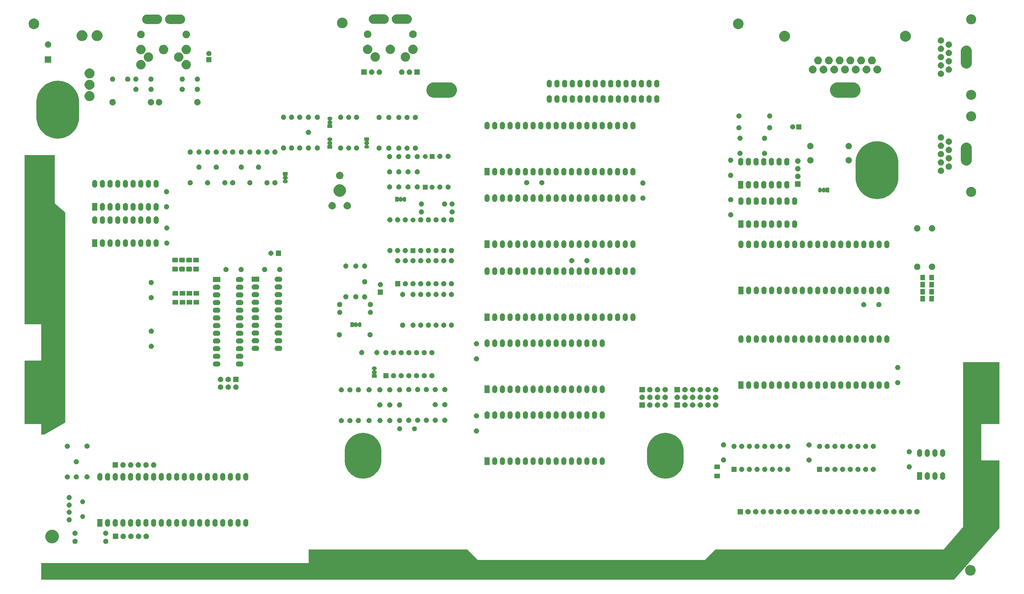
<source format=gbs>
G04 #@! TF.GenerationSoftware,KiCad,Pcbnew,(5.1.0)-1*
G04 #@! TF.CreationDate,2020-11-24T21:59:56+01:00*
G04 #@! TF.ProjectId,Atari 130XE,41746172-6920-4313-9330-58452e6b6963,1.1*
G04 #@! TF.SameCoordinates,Original*
G04 #@! TF.FileFunction,Soldermask,Bot*
G04 #@! TF.FilePolarity,Negative*
%FSLAX46Y46*%
G04 Gerber Fmt 4.6, Leading zero omitted, Abs format (unit mm)*
G04 Created by KiCad (PCBNEW (5.1.0)-1) date 2020-11-24 21:59:56*
%MOMM*%
%LPD*%
G04 APERTURE LIST*
%ADD10C,0.100000*%
G04 APERTURE END LIST*
D10*
G36*
X364500000Y-179500000D02*
G01*
X358624999Y-179500000D01*
X358600613Y-179502402D01*
X358577164Y-179509515D01*
X358555553Y-179521066D01*
X358536611Y-179536611D01*
X358521066Y-179555553D01*
X358509515Y-179577164D01*
X358502402Y-179600613D01*
X358500000Y-179624999D01*
X358500000Y-191375001D01*
X358502402Y-191399387D01*
X358509515Y-191422836D01*
X358521066Y-191444447D01*
X358536611Y-191463389D01*
X358555553Y-191478934D01*
X358577164Y-191490485D01*
X358600613Y-191497598D01*
X358624999Y-191500000D01*
X364500000Y-191500000D01*
X364500000Y-214000000D01*
X355235294Y-224500000D01*
X353471205Y-226499301D01*
X353456872Y-226519176D01*
X353446691Y-226541465D01*
X353441054Y-226565312D01*
X353440178Y-226589800D01*
X353444097Y-226613989D01*
X353452659Y-226636949D01*
X353465535Y-226657797D01*
X353482232Y-226675732D01*
X353502107Y-226690065D01*
X353524396Y-226700246D01*
X353548243Y-226705883D01*
X353572731Y-226706759D01*
X353596920Y-226702840D01*
X353619880Y-226694278D01*
X353640728Y-226681402D01*
X353653322Y-226670391D01*
X353783804Y-226539909D01*
X354070592Y-226348283D01*
X354257259Y-226270963D01*
X354389252Y-226216290D01*
X354502015Y-226193860D01*
X354727540Y-226149000D01*
X355072460Y-226149000D01*
X355297985Y-226193860D01*
X355410748Y-226216290D01*
X355542741Y-226270963D01*
X355729408Y-226348283D01*
X356016196Y-226539909D01*
X356260091Y-226783804D01*
X356451717Y-227070592D01*
X356583710Y-227389253D01*
X356651000Y-227727540D01*
X356651000Y-228072460D01*
X356583710Y-228410747D01*
X356451717Y-228729408D01*
X356260091Y-229016196D01*
X356016196Y-229260091D01*
X355729408Y-229451717D01*
X355542741Y-229529037D01*
X355410748Y-229583710D01*
X355297985Y-229606140D01*
X355072460Y-229651000D01*
X354727540Y-229651000D01*
X354502015Y-229606140D01*
X354389252Y-229583710D01*
X354257259Y-229529037D01*
X354070592Y-229451717D01*
X353783804Y-229260091D01*
X353539909Y-229016196D01*
X353348283Y-228729408D01*
X353216290Y-228410747D01*
X353149000Y-228072460D01*
X353149000Y-227727540D01*
X353216290Y-227389253D01*
X353348283Y-227070592D01*
X353501928Y-226840646D01*
X353513479Y-226819035D01*
X353520592Y-226795586D01*
X353522994Y-226771200D01*
X353520592Y-226746814D01*
X353513479Y-226723365D01*
X353501928Y-226701754D01*
X353486383Y-226682812D01*
X353467441Y-226667267D01*
X353445830Y-226655716D01*
X353422381Y-226648603D01*
X353397995Y-226646201D01*
X353373609Y-226648603D01*
X353350160Y-226655716D01*
X353328549Y-226667267D01*
X353304268Y-226688496D01*
X349500000Y-231000000D01*
X47500000Y-231000000D01*
X47500000Y-225500000D01*
X135875001Y-225500000D01*
X135899387Y-225497598D01*
X135922836Y-225490485D01*
X135944447Y-225478934D01*
X135963389Y-225463389D01*
X135978934Y-225444447D01*
X135990485Y-225422836D01*
X135997598Y-225399387D01*
X136000000Y-225375001D01*
X136000000Y-221000000D01*
X188500000Y-221000000D01*
X191963389Y-224463389D01*
X191982331Y-224478934D01*
X192003942Y-224490485D01*
X192027391Y-224497598D01*
X192051777Y-224500000D01*
X266948223Y-224500000D01*
X266972609Y-224497598D01*
X266996058Y-224490485D01*
X267017669Y-224478934D01*
X267036611Y-224463389D01*
X270500000Y-221000000D01*
X345942922Y-221000000D01*
X345967308Y-220997598D01*
X345990757Y-220990485D01*
X346012368Y-220978934D01*
X346037382Y-220956867D01*
X352469461Y-213535237D01*
X352483618Y-213515235D01*
X352493600Y-213492857D01*
X352499024Y-213468960D01*
X352500000Y-213453371D01*
X352500000Y-159000000D01*
X364500000Y-159000000D01*
X364500000Y-179500000D01*
X364500000Y-179500000D01*
G37*
G36*
X58957628Y-217491103D02*
G01*
X59112500Y-217555253D01*
X59251881Y-217648385D01*
X59370415Y-217766919D01*
X59463547Y-217906300D01*
X59527697Y-218061172D01*
X59560400Y-218225584D01*
X59560400Y-218393216D01*
X59527697Y-218557628D01*
X59463547Y-218712500D01*
X59370415Y-218851881D01*
X59251881Y-218970415D01*
X59112500Y-219063547D01*
X58957628Y-219127697D01*
X58793216Y-219160400D01*
X58625584Y-219160400D01*
X58461172Y-219127697D01*
X58306300Y-219063547D01*
X58166919Y-218970415D01*
X58048385Y-218851881D01*
X57955253Y-218712500D01*
X57891103Y-218557628D01*
X57858400Y-218393216D01*
X57858400Y-218225584D01*
X57891103Y-218061172D01*
X57955253Y-217906300D01*
X58048385Y-217766919D01*
X58166919Y-217648385D01*
X58306300Y-217555253D01*
X58461172Y-217491103D01*
X58625584Y-217458400D01*
X58793216Y-217458400D01*
X58957628Y-217491103D01*
X58957628Y-217491103D01*
G37*
G36*
X69117628Y-217491103D02*
G01*
X69272500Y-217555253D01*
X69411881Y-217648385D01*
X69530415Y-217766919D01*
X69623547Y-217906300D01*
X69687697Y-218061172D01*
X69720400Y-218225584D01*
X69720400Y-218393216D01*
X69687697Y-218557628D01*
X69623547Y-218712500D01*
X69530415Y-218851881D01*
X69411881Y-218970415D01*
X69272500Y-219063547D01*
X69117628Y-219127697D01*
X68953216Y-219160400D01*
X68785584Y-219160400D01*
X68621172Y-219127697D01*
X68466300Y-219063547D01*
X68326919Y-218970415D01*
X68208385Y-218851881D01*
X68115253Y-218712500D01*
X68051103Y-218557628D01*
X68018400Y-218393216D01*
X68018400Y-218225584D01*
X68051103Y-218061172D01*
X68115253Y-217906300D01*
X68208385Y-217766919D01*
X68326919Y-217648385D01*
X68466300Y-217555253D01*
X68621172Y-217491103D01*
X68785584Y-217458400D01*
X68953216Y-217458400D01*
X69117628Y-217491103D01*
X69117628Y-217491103D01*
G37*
G36*
X51375880Y-214459776D02*
G01*
X51756593Y-214535504D01*
X52166249Y-214705189D01*
X52534929Y-214951534D01*
X52848466Y-215265071D01*
X53094811Y-215633751D01*
X53264496Y-216043407D01*
X53351000Y-216478296D01*
X53351000Y-216921704D01*
X53264496Y-217356593D01*
X53094811Y-217766249D01*
X52848466Y-218134929D01*
X52534929Y-218448466D01*
X52166249Y-218694811D01*
X51756593Y-218864496D01*
X51375880Y-218940224D01*
X51321705Y-218951000D01*
X50878295Y-218951000D01*
X50824120Y-218940224D01*
X50443407Y-218864496D01*
X50033751Y-218694811D01*
X49665071Y-218448466D01*
X49351534Y-218134929D01*
X49105189Y-217766249D01*
X48935504Y-217356593D01*
X48849000Y-216921704D01*
X48849000Y-216478296D01*
X48935504Y-216043407D01*
X49105189Y-215633751D01*
X49351534Y-215265071D01*
X49665071Y-214951534D01*
X50033751Y-214705189D01*
X50443407Y-214535504D01*
X50824120Y-214459776D01*
X50878295Y-214449000D01*
X51321705Y-214449000D01*
X51375880Y-214459776D01*
X51375880Y-214459776D01*
G37*
G36*
X82365643Y-215763919D02*
G01*
X82431827Y-215770437D01*
X82601666Y-215821957D01*
X82758191Y-215905622D01*
X82793929Y-215934952D01*
X82895386Y-216018214D01*
X82978648Y-216119671D01*
X83007978Y-216155409D01*
X83091643Y-216311934D01*
X83143163Y-216481773D01*
X83160559Y-216658400D01*
X83143163Y-216835027D01*
X83091643Y-217004866D01*
X83007978Y-217161391D01*
X82978648Y-217197129D01*
X82895386Y-217298586D01*
X82824703Y-217356593D01*
X82758191Y-217411178D01*
X82601666Y-217494843D01*
X82431827Y-217546363D01*
X82365642Y-217552882D01*
X82299460Y-217559400D01*
X82210940Y-217559400D01*
X82144758Y-217552882D01*
X82078573Y-217546363D01*
X81908734Y-217494843D01*
X81752209Y-217411178D01*
X81685697Y-217356593D01*
X81615014Y-217298586D01*
X81531752Y-217197129D01*
X81502422Y-217161391D01*
X81418757Y-217004866D01*
X81367237Y-216835027D01*
X81349841Y-216658400D01*
X81367237Y-216481773D01*
X81418757Y-216311934D01*
X81502422Y-216155409D01*
X81531752Y-216119671D01*
X81615014Y-216018214D01*
X81716471Y-215934952D01*
X81752209Y-215905622D01*
X81908734Y-215821957D01*
X82078573Y-215770437D01*
X82144757Y-215763919D01*
X82210940Y-215757400D01*
X82299460Y-215757400D01*
X82365643Y-215763919D01*
X82365643Y-215763919D01*
G37*
G36*
X72996200Y-217559400D02*
G01*
X71194200Y-217559400D01*
X71194200Y-215757400D01*
X72996200Y-215757400D01*
X72996200Y-217559400D01*
X72996200Y-217559400D01*
G37*
G36*
X74745643Y-215763919D02*
G01*
X74811827Y-215770437D01*
X74981666Y-215821957D01*
X75138191Y-215905622D01*
X75173929Y-215934952D01*
X75275386Y-216018214D01*
X75358648Y-216119671D01*
X75387978Y-216155409D01*
X75471643Y-216311934D01*
X75523163Y-216481773D01*
X75540559Y-216658400D01*
X75523163Y-216835027D01*
X75471643Y-217004866D01*
X75387978Y-217161391D01*
X75358648Y-217197129D01*
X75275386Y-217298586D01*
X75204703Y-217356593D01*
X75138191Y-217411178D01*
X74981666Y-217494843D01*
X74811827Y-217546363D01*
X74745642Y-217552882D01*
X74679460Y-217559400D01*
X74590940Y-217559400D01*
X74524758Y-217552882D01*
X74458573Y-217546363D01*
X74288734Y-217494843D01*
X74132209Y-217411178D01*
X74065697Y-217356593D01*
X73995014Y-217298586D01*
X73911752Y-217197129D01*
X73882422Y-217161391D01*
X73798757Y-217004866D01*
X73747237Y-216835027D01*
X73729841Y-216658400D01*
X73747237Y-216481773D01*
X73798757Y-216311934D01*
X73882422Y-216155409D01*
X73911752Y-216119671D01*
X73995014Y-216018214D01*
X74096471Y-215934952D01*
X74132209Y-215905622D01*
X74288734Y-215821957D01*
X74458573Y-215770437D01*
X74524757Y-215763919D01*
X74590940Y-215757400D01*
X74679460Y-215757400D01*
X74745643Y-215763919D01*
X74745643Y-215763919D01*
G37*
G36*
X77285643Y-215763919D02*
G01*
X77351827Y-215770437D01*
X77521666Y-215821957D01*
X77678191Y-215905622D01*
X77713929Y-215934952D01*
X77815386Y-216018214D01*
X77898648Y-216119671D01*
X77927978Y-216155409D01*
X78011643Y-216311934D01*
X78063163Y-216481773D01*
X78080559Y-216658400D01*
X78063163Y-216835027D01*
X78011643Y-217004866D01*
X77927978Y-217161391D01*
X77898648Y-217197129D01*
X77815386Y-217298586D01*
X77744703Y-217356593D01*
X77678191Y-217411178D01*
X77521666Y-217494843D01*
X77351827Y-217546363D01*
X77285642Y-217552882D01*
X77219460Y-217559400D01*
X77130940Y-217559400D01*
X77064758Y-217552882D01*
X76998573Y-217546363D01*
X76828734Y-217494843D01*
X76672209Y-217411178D01*
X76605697Y-217356593D01*
X76535014Y-217298586D01*
X76451752Y-217197129D01*
X76422422Y-217161391D01*
X76338757Y-217004866D01*
X76287237Y-216835027D01*
X76269841Y-216658400D01*
X76287237Y-216481773D01*
X76338757Y-216311934D01*
X76422422Y-216155409D01*
X76451752Y-216119671D01*
X76535014Y-216018214D01*
X76636471Y-215934952D01*
X76672209Y-215905622D01*
X76828734Y-215821957D01*
X76998573Y-215770437D01*
X77064757Y-215763919D01*
X77130940Y-215757400D01*
X77219460Y-215757400D01*
X77285643Y-215763919D01*
X77285643Y-215763919D01*
G37*
G36*
X79825643Y-215763919D02*
G01*
X79891827Y-215770437D01*
X80061666Y-215821957D01*
X80218191Y-215905622D01*
X80253929Y-215934952D01*
X80355386Y-216018214D01*
X80438648Y-216119671D01*
X80467978Y-216155409D01*
X80551643Y-216311934D01*
X80603163Y-216481773D01*
X80620559Y-216658400D01*
X80603163Y-216835027D01*
X80551643Y-217004866D01*
X80467978Y-217161391D01*
X80438648Y-217197129D01*
X80355386Y-217298586D01*
X80284703Y-217356593D01*
X80218191Y-217411178D01*
X80061666Y-217494843D01*
X79891827Y-217546363D01*
X79825642Y-217552882D01*
X79759460Y-217559400D01*
X79670940Y-217559400D01*
X79604758Y-217552882D01*
X79538573Y-217546363D01*
X79368734Y-217494843D01*
X79212209Y-217411178D01*
X79145697Y-217356593D01*
X79075014Y-217298586D01*
X78991752Y-217197129D01*
X78962422Y-217161391D01*
X78878757Y-217004866D01*
X78827237Y-216835027D01*
X78809841Y-216658400D01*
X78827237Y-216481773D01*
X78878757Y-216311934D01*
X78962422Y-216155409D01*
X78991752Y-216119671D01*
X79075014Y-216018214D01*
X79176471Y-215934952D01*
X79212209Y-215905622D01*
X79368734Y-215821957D01*
X79538573Y-215770437D01*
X79604757Y-215763919D01*
X79670940Y-215757400D01*
X79759460Y-215757400D01*
X79825643Y-215763919D01*
X79825643Y-215763919D01*
G37*
G36*
X69092228Y-214798703D02*
G01*
X69247100Y-214862853D01*
X69386481Y-214955985D01*
X69505015Y-215074519D01*
X69598147Y-215213900D01*
X69662297Y-215368772D01*
X69695000Y-215533184D01*
X69695000Y-215700816D01*
X69662297Y-215865228D01*
X69598147Y-216020100D01*
X69505015Y-216159481D01*
X69386481Y-216278015D01*
X69247100Y-216371147D01*
X69092228Y-216435297D01*
X68927816Y-216468000D01*
X68760184Y-216468000D01*
X68595772Y-216435297D01*
X68440900Y-216371147D01*
X68301519Y-216278015D01*
X68182985Y-216159481D01*
X68089853Y-216020100D01*
X68025703Y-215865228D01*
X67993000Y-215700816D01*
X67993000Y-215533184D01*
X68025703Y-215368772D01*
X68089853Y-215213900D01*
X68182985Y-215074519D01*
X68301519Y-214955985D01*
X68440900Y-214862853D01*
X68595772Y-214798703D01*
X68760184Y-214766000D01*
X68927816Y-214766000D01*
X69092228Y-214798703D01*
X69092228Y-214798703D01*
G37*
G36*
X58932228Y-214798703D02*
G01*
X59087100Y-214862853D01*
X59226481Y-214955985D01*
X59345015Y-215074519D01*
X59438147Y-215213900D01*
X59502297Y-215368772D01*
X59535000Y-215533184D01*
X59535000Y-215700816D01*
X59502297Y-215865228D01*
X59438147Y-216020100D01*
X59345015Y-216159481D01*
X59226481Y-216278015D01*
X59087100Y-216371147D01*
X58932228Y-216435297D01*
X58767816Y-216468000D01*
X58600184Y-216468000D01*
X58435772Y-216435297D01*
X58280900Y-216371147D01*
X58141519Y-216278015D01*
X58022985Y-216159481D01*
X57929853Y-216020100D01*
X57865703Y-215865228D01*
X57833000Y-215700816D01*
X57833000Y-215533184D01*
X57865703Y-215368772D01*
X57929853Y-215213900D01*
X58022985Y-215074519D01*
X58141519Y-214955985D01*
X58280900Y-214862853D01*
X58435772Y-214798703D01*
X58600184Y-214766000D01*
X58767816Y-214766000D01*
X58932228Y-214798703D01*
X58932228Y-214798703D01*
G37*
G36*
X77265822Y-210949313D02*
G01*
X77426241Y-210997976D01*
X77574077Y-211076995D01*
X77703659Y-211183341D01*
X77810004Y-211312922D01*
X77810005Y-211312924D01*
X77889024Y-211460758D01*
X77937687Y-211621177D01*
X77950000Y-211746196D01*
X77950000Y-212629803D01*
X77937687Y-212754822D01*
X77889024Y-212915242D01*
X77818114Y-213047906D01*
X77810004Y-213063078D01*
X77703659Y-213192659D01*
X77574078Y-213299004D01*
X77574076Y-213299005D01*
X77426242Y-213378024D01*
X77265823Y-213426687D01*
X77099000Y-213443117D01*
X76932178Y-213426687D01*
X76771759Y-213378024D01*
X76623925Y-213299005D01*
X76623923Y-213299004D01*
X76494342Y-213192659D01*
X76387997Y-213063078D01*
X76379887Y-213047906D01*
X76308977Y-212915242D01*
X76260314Y-212754823D01*
X76248000Y-212629803D01*
X76248000Y-211746197D01*
X76260313Y-211621178D01*
X76308976Y-211460759D01*
X76387995Y-211312923D01*
X76494341Y-211183341D01*
X76623922Y-211076996D01*
X76639094Y-211068886D01*
X76771758Y-210997976D01*
X76932177Y-210949313D01*
X77099000Y-210932883D01*
X77265822Y-210949313D01*
X77265822Y-210949313D01*
G37*
G36*
X87425822Y-210949313D02*
G01*
X87586241Y-210997976D01*
X87734077Y-211076995D01*
X87863659Y-211183341D01*
X87970004Y-211312922D01*
X87970005Y-211312924D01*
X88049024Y-211460758D01*
X88097687Y-211621177D01*
X88110000Y-211746196D01*
X88110000Y-212629803D01*
X88097687Y-212754822D01*
X88049024Y-212915242D01*
X87978114Y-213047906D01*
X87970004Y-213063078D01*
X87863659Y-213192659D01*
X87734078Y-213299004D01*
X87734076Y-213299005D01*
X87586242Y-213378024D01*
X87425823Y-213426687D01*
X87259000Y-213443117D01*
X87092178Y-213426687D01*
X86931759Y-213378024D01*
X86783925Y-213299005D01*
X86783923Y-213299004D01*
X86654342Y-213192659D01*
X86547997Y-213063078D01*
X86539887Y-213047906D01*
X86468977Y-212915242D01*
X86420314Y-212754823D01*
X86408000Y-212629803D01*
X86408000Y-211746197D01*
X86420313Y-211621178D01*
X86468976Y-211460759D01*
X86547995Y-211312923D01*
X86654341Y-211183341D01*
X86783922Y-211076996D01*
X86799094Y-211068886D01*
X86931758Y-210997976D01*
X87092177Y-210949313D01*
X87259000Y-210932883D01*
X87425822Y-210949313D01*
X87425822Y-210949313D01*
G37*
G36*
X84885822Y-210949313D02*
G01*
X85046241Y-210997976D01*
X85194077Y-211076995D01*
X85323659Y-211183341D01*
X85430004Y-211312922D01*
X85430005Y-211312924D01*
X85509024Y-211460758D01*
X85557687Y-211621177D01*
X85570000Y-211746196D01*
X85570000Y-212629803D01*
X85557687Y-212754822D01*
X85509024Y-212915242D01*
X85438114Y-213047906D01*
X85430004Y-213063078D01*
X85323659Y-213192659D01*
X85194078Y-213299004D01*
X85194076Y-213299005D01*
X85046242Y-213378024D01*
X84885823Y-213426687D01*
X84719000Y-213443117D01*
X84552178Y-213426687D01*
X84391759Y-213378024D01*
X84243925Y-213299005D01*
X84243923Y-213299004D01*
X84114342Y-213192659D01*
X84007997Y-213063078D01*
X83999887Y-213047906D01*
X83928977Y-212915242D01*
X83880314Y-212754823D01*
X83868000Y-212629803D01*
X83868000Y-211746197D01*
X83880313Y-211621178D01*
X83928976Y-211460759D01*
X84007995Y-211312923D01*
X84114341Y-211183341D01*
X84243922Y-211076996D01*
X84259094Y-211068886D01*
X84391758Y-210997976D01*
X84552177Y-210949313D01*
X84719000Y-210932883D01*
X84885822Y-210949313D01*
X84885822Y-210949313D01*
G37*
G36*
X92505822Y-210949313D02*
G01*
X92666241Y-210997976D01*
X92814077Y-211076995D01*
X92943659Y-211183341D01*
X93050004Y-211312922D01*
X93050005Y-211312924D01*
X93129024Y-211460758D01*
X93177687Y-211621177D01*
X93190000Y-211746196D01*
X93190000Y-212629803D01*
X93177687Y-212754822D01*
X93129024Y-212915242D01*
X93058114Y-213047906D01*
X93050004Y-213063078D01*
X92943659Y-213192659D01*
X92814078Y-213299004D01*
X92814076Y-213299005D01*
X92666242Y-213378024D01*
X92505823Y-213426687D01*
X92339000Y-213443117D01*
X92172178Y-213426687D01*
X92011759Y-213378024D01*
X91863925Y-213299005D01*
X91863923Y-213299004D01*
X91734342Y-213192659D01*
X91627997Y-213063078D01*
X91619887Y-213047906D01*
X91548977Y-212915242D01*
X91500314Y-212754823D01*
X91488000Y-212629803D01*
X91488000Y-211746197D01*
X91500313Y-211621178D01*
X91548976Y-211460759D01*
X91627995Y-211312923D01*
X91734341Y-211183341D01*
X91863922Y-211076996D01*
X91879094Y-211068886D01*
X92011758Y-210997976D01*
X92172177Y-210949313D01*
X92339000Y-210932883D01*
X92505822Y-210949313D01*
X92505822Y-210949313D01*
G37*
G36*
X82345822Y-210949313D02*
G01*
X82506241Y-210997976D01*
X82654077Y-211076995D01*
X82783659Y-211183341D01*
X82890004Y-211312922D01*
X82890005Y-211312924D01*
X82969024Y-211460758D01*
X83017687Y-211621177D01*
X83030000Y-211746196D01*
X83030000Y-212629803D01*
X83017687Y-212754822D01*
X82969024Y-212915242D01*
X82898114Y-213047906D01*
X82890004Y-213063078D01*
X82783659Y-213192659D01*
X82654078Y-213299004D01*
X82654076Y-213299005D01*
X82506242Y-213378024D01*
X82345823Y-213426687D01*
X82179000Y-213443117D01*
X82012178Y-213426687D01*
X81851759Y-213378024D01*
X81703925Y-213299005D01*
X81703923Y-213299004D01*
X81574342Y-213192659D01*
X81467997Y-213063078D01*
X81459887Y-213047906D01*
X81388977Y-212915242D01*
X81340314Y-212754823D01*
X81328000Y-212629803D01*
X81328000Y-211746197D01*
X81340313Y-211621178D01*
X81388976Y-211460759D01*
X81467995Y-211312923D01*
X81574341Y-211183341D01*
X81703922Y-211076996D01*
X81719094Y-211068886D01*
X81851758Y-210997976D01*
X82012177Y-210949313D01*
X82179000Y-210932883D01*
X82345822Y-210949313D01*
X82345822Y-210949313D01*
G37*
G36*
X72185822Y-210949313D02*
G01*
X72346241Y-210997976D01*
X72494077Y-211076995D01*
X72623659Y-211183341D01*
X72730004Y-211312922D01*
X72730005Y-211312924D01*
X72809024Y-211460758D01*
X72857687Y-211621177D01*
X72870000Y-211746196D01*
X72870000Y-212629803D01*
X72857687Y-212754822D01*
X72809024Y-212915242D01*
X72738114Y-213047906D01*
X72730004Y-213063078D01*
X72623659Y-213192659D01*
X72494078Y-213299004D01*
X72494076Y-213299005D01*
X72346242Y-213378024D01*
X72185823Y-213426687D01*
X72019000Y-213443117D01*
X71852178Y-213426687D01*
X71691759Y-213378024D01*
X71543925Y-213299005D01*
X71543923Y-213299004D01*
X71414342Y-213192659D01*
X71307997Y-213063078D01*
X71299887Y-213047906D01*
X71228977Y-212915242D01*
X71180314Y-212754823D01*
X71168000Y-212629803D01*
X71168000Y-211746197D01*
X71180313Y-211621178D01*
X71228976Y-211460759D01*
X71307995Y-211312923D01*
X71414341Y-211183341D01*
X71543922Y-211076996D01*
X71559094Y-211068886D01*
X71691758Y-210997976D01*
X71852177Y-210949313D01*
X72019000Y-210932883D01*
X72185822Y-210949313D01*
X72185822Y-210949313D01*
G37*
G36*
X74725822Y-210949313D02*
G01*
X74886241Y-210997976D01*
X75034077Y-211076995D01*
X75163659Y-211183341D01*
X75270004Y-211312922D01*
X75270005Y-211312924D01*
X75349024Y-211460758D01*
X75397687Y-211621177D01*
X75410000Y-211746196D01*
X75410000Y-212629803D01*
X75397687Y-212754822D01*
X75349024Y-212915242D01*
X75278114Y-213047906D01*
X75270004Y-213063078D01*
X75163659Y-213192659D01*
X75034078Y-213299004D01*
X75034076Y-213299005D01*
X74886242Y-213378024D01*
X74725823Y-213426687D01*
X74559000Y-213443117D01*
X74392178Y-213426687D01*
X74231759Y-213378024D01*
X74083925Y-213299005D01*
X74083923Y-213299004D01*
X73954342Y-213192659D01*
X73847997Y-213063078D01*
X73839887Y-213047906D01*
X73768977Y-212915242D01*
X73720314Y-212754823D01*
X73708000Y-212629803D01*
X73708000Y-211746197D01*
X73720313Y-211621178D01*
X73768976Y-211460759D01*
X73847995Y-211312923D01*
X73954341Y-211183341D01*
X74083922Y-211076996D01*
X74099094Y-211068886D01*
X74231758Y-210997976D01*
X74392177Y-210949313D01*
X74559000Y-210932883D01*
X74725822Y-210949313D01*
X74725822Y-210949313D01*
G37*
G36*
X79805822Y-210949313D02*
G01*
X79966241Y-210997976D01*
X80114077Y-211076995D01*
X80243659Y-211183341D01*
X80350004Y-211312922D01*
X80350005Y-211312924D01*
X80429024Y-211460758D01*
X80477687Y-211621177D01*
X80490000Y-211746196D01*
X80490000Y-212629803D01*
X80477687Y-212754822D01*
X80429024Y-212915242D01*
X80358114Y-213047906D01*
X80350004Y-213063078D01*
X80243659Y-213192659D01*
X80114078Y-213299004D01*
X80114076Y-213299005D01*
X79966242Y-213378024D01*
X79805823Y-213426687D01*
X79639000Y-213443117D01*
X79472178Y-213426687D01*
X79311759Y-213378024D01*
X79163925Y-213299005D01*
X79163923Y-213299004D01*
X79034342Y-213192659D01*
X78927997Y-213063078D01*
X78919887Y-213047906D01*
X78848977Y-212915242D01*
X78800314Y-212754823D01*
X78788000Y-212629803D01*
X78788000Y-211746197D01*
X78800313Y-211621178D01*
X78848976Y-211460759D01*
X78927995Y-211312923D01*
X79034341Y-211183341D01*
X79163922Y-211076996D01*
X79179094Y-211068886D01*
X79311758Y-210997976D01*
X79472177Y-210949313D01*
X79639000Y-210932883D01*
X79805822Y-210949313D01*
X79805822Y-210949313D01*
G37*
G36*
X69645822Y-210949313D02*
G01*
X69806241Y-210997976D01*
X69954077Y-211076995D01*
X70083659Y-211183341D01*
X70190004Y-211312922D01*
X70190005Y-211312924D01*
X70269024Y-211460758D01*
X70317687Y-211621177D01*
X70330000Y-211746196D01*
X70330000Y-212629803D01*
X70317687Y-212754822D01*
X70269024Y-212915242D01*
X70198114Y-213047906D01*
X70190004Y-213063078D01*
X70083659Y-213192659D01*
X69954078Y-213299004D01*
X69954076Y-213299005D01*
X69806242Y-213378024D01*
X69645823Y-213426687D01*
X69479000Y-213443117D01*
X69312178Y-213426687D01*
X69151759Y-213378024D01*
X69003925Y-213299005D01*
X69003923Y-213299004D01*
X68874342Y-213192659D01*
X68767997Y-213063078D01*
X68759887Y-213047906D01*
X68688977Y-212915242D01*
X68640314Y-212754823D01*
X68628000Y-212629803D01*
X68628000Y-211746197D01*
X68640313Y-211621178D01*
X68688976Y-211460759D01*
X68767995Y-211312923D01*
X68874341Y-211183341D01*
X69003922Y-211076996D01*
X69019094Y-211068886D01*
X69151758Y-210997976D01*
X69312177Y-210949313D01*
X69479000Y-210932883D01*
X69645822Y-210949313D01*
X69645822Y-210949313D01*
G37*
G36*
X97585822Y-210949313D02*
G01*
X97746241Y-210997976D01*
X97894077Y-211076995D01*
X98023659Y-211183341D01*
X98130004Y-211312922D01*
X98130005Y-211312924D01*
X98209024Y-211460758D01*
X98257687Y-211621177D01*
X98270000Y-211746196D01*
X98270000Y-212629803D01*
X98257687Y-212754822D01*
X98209024Y-212915242D01*
X98138114Y-213047906D01*
X98130004Y-213063078D01*
X98023659Y-213192659D01*
X97894078Y-213299004D01*
X97894076Y-213299005D01*
X97746242Y-213378024D01*
X97585823Y-213426687D01*
X97419000Y-213443117D01*
X97252178Y-213426687D01*
X97091759Y-213378024D01*
X96943925Y-213299005D01*
X96943923Y-213299004D01*
X96814342Y-213192659D01*
X96707997Y-213063078D01*
X96699887Y-213047906D01*
X96628977Y-212915242D01*
X96580314Y-212754823D01*
X96568000Y-212629803D01*
X96568000Y-211746197D01*
X96580313Y-211621178D01*
X96628976Y-211460759D01*
X96707995Y-211312923D01*
X96814341Y-211183341D01*
X96943922Y-211076996D01*
X96959094Y-211068886D01*
X97091758Y-210997976D01*
X97252177Y-210949313D01*
X97419000Y-210932883D01*
X97585822Y-210949313D01*
X97585822Y-210949313D01*
G37*
G36*
X115365822Y-210949313D02*
G01*
X115526241Y-210997976D01*
X115674077Y-211076995D01*
X115803659Y-211183341D01*
X115910004Y-211312922D01*
X115910005Y-211312924D01*
X115989024Y-211460758D01*
X116037687Y-211621177D01*
X116050000Y-211746196D01*
X116050000Y-212629803D01*
X116037687Y-212754822D01*
X115989024Y-212915242D01*
X115918114Y-213047906D01*
X115910004Y-213063078D01*
X115803659Y-213192659D01*
X115674078Y-213299004D01*
X115674076Y-213299005D01*
X115526242Y-213378024D01*
X115365823Y-213426687D01*
X115199000Y-213443117D01*
X115032178Y-213426687D01*
X114871759Y-213378024D01*
X114723925Y-213299005D01*
X114723923Y-213299004D01*
X114594342Y-213192659D01*
X114487997Y-213063078D01*
X114479887Y-213047906D01*
X114408977Y-212915242D01*
X114360314Y-212754823D01*
X114348000Y-212629803D01*
X114348000Y-211746197D01*
X114360313Y-211621178D01*
X114408976Y-211460759D01*
X114487995Y-211312923D01*
X114594341Y-211183341D01*
X114723922Y-211076996D01*
X114739094Y-211068886D01*
X114871758Y-210997976D01*
X115032177Y-210949313D01*
X115199000Y-210932883D01*
X115365822Y-210949313D01*
X115365822Y-210949313D01*
G37*
G36*
X100125822Y-210949313D02*
G01*
X100286241Y-210997976D01*
X100434077Y-211076995D01*
X100563659Y-211183341D01*
X100670004Y-211312922D01*
X100670005Y-211312924D01*
X100749024Y-211460758D01*
X100797687Y-211621177D01*
X100810000Y-211746196D01*
X100810000Y-212629803D01*
X100797687Y-212754822D01*
X100749024Y-212915242D01*
X100678114Y-213047906D01*
X100670004Y-213063078D01*
X100563659Y-213192659D01*
X100434078Y-213299004D01*
X100434076Y-213299005D01*
X100286242Y-213378024D01*
X100125823Y-213426687D01*
X99959000Y-213443117D01*
X99792178Y-213426687D01*
X99631759Y-213378024D01*
X99483925Y-213299005D01*
X99483923Y-213299004D01*
X99354342Y-213192659D01*
X99247997Y-213063078D01*
X99239887Y-213047906D01*
X99168977Y-212915242D01*
X99120314Y-212754823D01*
X99108000Y-212629803D01*
X99108000Y-211746197D01*
X99120313Y-211621178D01*
X99168976Y-211460759D01*
X99247995Y-211312923D01*
X99354341Y-211183341D01*
X99483922Y-211076996D01*
X99499094Y-211068886D01*
X99631758Y-210997976D01*
X99792177Y-210949313D01*
X99959000Y-210932883D01*
X100125822Y-210949313D01*
X100125822Y-210949313D01*
G37*
G36*
X112825822Y-210949313D02*
G01*
X112986241Y-210997976D01*
X113134077Y-211076995D01*
X113263659Y-211183341D01*
X113370004Y-211312922D01*
X113370005Y-211312924D01*
X113449024Y-211460758D01*
X113497687Y-211621177D01*
X113510000Y-211746196D01*
X113510000Y-212629803D01*
X113497687Y-212754822D01*
X113449024Y-212915242D01*
X113378114Y-213047906D01*
X113370004Y-213063078D01*
X113263659Y-213192659D01*
X113134078Y-213299004D01*
X113134076Y-213299005D01*
X112986242Y-213378024D01*
X112825823Y-213426687D01*
X112659000Y-213443117D01*
X112492178Y-213426687D01*
X112331759Y-213378024D01*
X112183925Y-213299005D01*
X112183923Y-213299004D01*
X112054342Y-213192659D01*
X111947997Y-213063078D01*
X111939887Y-213047906D01*
X111868977Y-212915242D01*
X111820314Y-212754823D01*
X111808000Y-212629803D01*
X111808000Y-211746197D01*
X111820313Y-211621178D01*
X111868976Y-211460759D01*
X111947995Y-211312923D01*
X112054341Y-211183341D01*
X112183922Y-211076996D01*
X112199094Y-211068886D01*
X112331758Y-210997976D01*
X112492177Y-210949313D01*
X112659000Y-210932883D01*
X112825822Y-210949313D01*
X112825822Y-210949313D01*
G37*
G36*
X110285822Y-210949313D02*
G01*
X110446241Y-210997976D01*
X110594077Y-211076995D01*
X110723659Y-211183341D01*
X110830004Y-211312922D01*
X110830005Y-211312924D01*
X110909024Y-211460758D01*
X110957687Y-211621177D01*
X110970000Y-211746196D01*
X110970000Y-212629803D01*
X110957687Y-212754822D01*
X110909024Y-212915242D01*
X110838114Y-213047906D01*
X110830004Y-213063078D01*
X110723659Y-213192659D01*
X110594078Y-213299004D01*
X110594076Y-213299005D01*
X110446242Y-213378024D01*
X110285823Y-213426687D01*
X110119000Y-213443117D01*
X109952178Y-213426687D01*
X109791759Y-213378024D01*
X109643925Y-213299005D01*
X109643923Y-213299004D01*
X109514342Y-213192659D01*
X109407997Y-213063078D01*
X109399887Y-213047906D01*
X109328977Y-212915242D01*
X109280314Y-212754823D01*
X109268000Y-212629803D01*
X109268000Y-211746197D01*
X109280313Y-211621178D01*
X109328976Y-211460759D01*
X109407995Y-211312923D01*
X109514341Y-211183341D01*
X109643922Y-211076996D01*
X109659094Y-211068886D01*
X109791758Y-210997976D01*
X109952177Y-210949313D01*
X110119000Y-210932883D01*
X110285822Y-210949313D01*
X110285822Y-210949313D01*
G37*
G36*
X107745822Y-210949313D02*
G01*
X107906241Y-210997976D01*
X108054077Y-211076995D01*
X108183659Y-211183341D01*
X108290004Y-211312922D01*
X108290005Y-211312924D01*
X108369024Y-211460758D01*
X108417687Y-211621177D01*
X108430000Y-211746196D01*
X108430000Y-212629803D01*
X108417687Y-212754822D01*
X108369024Y-212915242D01*
X108298114Y-213047906D01*
X108290004Y-213063078D01*
X108183659Y-213192659D01*
X108054078Y-213299004D01*
X108054076Y-213299005D01*
X107906242Y-213378024D01*
X107745823Y-213426687D01*
X107579000Y-213443117D01*
X107412178Y-213426687D01*
X107251759Y-213378024D01*
X107103925Y-213299005D01*
X107103923Y-213299004D01*
X106974342Y-213192659D01*
X106867997Y-213063078D01*
X106859887Y-213047906D01*
X106788977Y-212915242D01*
X106740314Y-212754823D01*
X106728000Y-212629803D01*
X106728000Y-211746197D01*
X106740313Y-211621178D01*
X106788976Y-211460759D01*
X106867995Y-211312923D01*
X106974341Y-211183341D01*
X107103922Y-211076996D01*
X107119094Y-211068886D01*
X107251758Y-210997976D01*
X107412177Y-210949313D01*
X107579000Y-210932883D01*
X107745822Y-210949313D01*
X107745822Y-210949313D01*
G37*
G36*
X105205822Y-210949313D02*
G01*
X105366241Y-210997976D01*
X105514077Y-211076995D01*
X105643659Y-211183341D01*
X105750004Y-211312922D01*
X105750005Y-211312924D01*
X105829024Y-211460758D01*
X105877687Y-211621177D01*
X105890000Y-211746196D01*
X105890000Y-212629803D01*
X105877687Y-212754822D01*
X105829024Y-212915242D01*
X105758114Y-213047906D01*
X105750004Y-213063078D01*
X105643659Y-213192659D01*
X105514078Y-213299004D01*
X105514076Y-213299005D01*
X105366242Y-213378024D01*
X105205823Y-213426687D01*
X105039000Y-213443117D01*
X104872178Y-213426687D01*
X104711759Y-213378024D01*
X104563925Y-213299005D01*
X104563923Y-213299004D01*
X104434342Y-213192659D01*
X104327997Y-213063078D01*
X104319887Y-213047906D01*
X104248977Y-212915242D01*
X104200314Y-212754823D01*
X104188000Y-212629803D01*
X104188000Y-211746197D01*
X104200313Y-211621178D01*
X104248976Y-211460759D01*
X104327995Y-211312923D01*
X104434341Y-211183341D01*
X104563922Y-211076996D01*
X104579094Y-211068886D01*
X104711758Y-210997976D01*
X104872177Y-210949313D01*
X105039000Y-210932883D01*
X105205822Y-210949313D01*
X105205822Y-210949313D01*
G37*
G36*
X102665822Y-210949313D02*
G01*
X102826241Y-210997976D01*
X102974077Y-211076995D01*
X103103659Y-211183341D01*
X103210004Y-211312922D01*
X103210005Y-211312924D01*
X103289024Y-211460758D01*
X103337687Y-211621177D01*
X103350000Y-211746196D01*
X103350000Y-212629803D01*
X103337687Y-212754822D01*
X103289024Y-212915242D01*
X103218114Y-213047906D01*
X103210004Y-213063078D01*
X103103659Y-213192659D01*
X102974078Y-213299004D01*
X102974076Y-213299005D01*
X102826242Y-213378024D01*
X102665823Y-213426687D01*
X102499000Y-213443117D01*
X102332178Y-213426687D01*
X102171759Y-213378024D01*
X102023925Y-213299005D01*
X102023923Y-213299004D01*
X101894342Y-213192659D01*
X101787997Y-213063078D01*
X101779887Y-213047906D01*
X101708977Y-212915242D01*
X101660314Y-212754823D01*
X101648000Y-212629803D01*
X101648000Y-211746197D01*
X101660313Y-211621178D01*
X101708976Y-211460759D01*
X101787995Y-211312923D01*
X101894341Y-211183341D01*
X102023922Y-211076996D01*
X102039094Y-211068886D01*
X102171758Y-210997976D01*
X102332177Y-210949313D01*
X102499000Y-210932883D01*
X102665822Y-210949313D01*
X102665822Y-210949313D01*
G37*
G36*
X89965822Y-210949313D02*
G01*
X90126241Y-210997976D01*
X90274077Y-211076995D01*
X90403659Y-211183341D01*
X90510004Y-211312922D01*
X90510005Y-211312924D01*
X90589024Y-211460758D01*
X90637687Y-211621177D01*
X90650000Y-211746196D01*
X90650000Y-212629803D01*
X90637687Y-212754822D01*
X90589024Y-212915242D01*
X90518114Y-213047906D01*
X90510004Y-213063078D01*
X90403659Y-213192659D01*
X90274078Y-213299004D01*
X90274076Y-213299005D01*
X90126242Y-213378024D01*
X89965823Y-213426687D01*
X89799000Y-213443117D01*
X89632178Y-213426687D01*
X89471759Y-213378024D01*
X89323925Y-213299005D01*
X89323923Y-213299004D01*
X89194342Y-213192659D01*
X89087997Y-213063078D01*
X89079887Y-213047906D01*
X89008977Y-212915242D01*
X88960314Y-212754823D01*
X88948000Y-212629803D01*
X88948000Y-211746197D01*
X88960313Y-211621178D01*
X89008976Y-211460759D01*
X89087995Y-211312923D01*
X89194341Y-211183341D01*
X89323922Y-211076996D01*
X89339094Y-211068886D01*
X89471758Y-210997976D01*
X89632177Y-210949313D01*
X89799000Y-210932883D01*
X89965822Y-210949313D01*
X89965822Y-210949313D01*
G37*
G36*
X95045822Y-210949313D02*
G01*
X95206241Y-210997976D01*
X95354077Y-211076995D01*
X95483659Y-211183341D01*
X95590004Y-211312922D01*
X95590005Y-211312924D01*
X95669024Y-211460758D01*
X95717687Y-211621177D01*
X95730000Y-211746196D01*
X95730000Y-212629803D01*
X95717687Y-212754822D01*
X95669024Y-212915242D01*
X95598114Y-213047906D01*
X95590004Y-213063078D01*
X95483659Y-213192659D01*
X95354078Y-213299004D01*
X95354076Y-213299005D01*
X95206242Y-213378024D01*
X95045823Y-213426687D01*
X94879000Y-213443117D01*
X94712178Y-213426687D01*
X94551759Y-213378024D01*
X94403925Y-213299005D01*
X94403923Y-213299004D01*
X94274342Y-213192659D01*
X94167997Y-213063078D01*
X94159887Y-213047906D01*
X94088977Y-212915242D01*
X94040314Y-212754823D01*
X94028000Y-212629803D01*
X94028000Y-211746197D01*
X94040313Y-211621178D01*
X94088976Y-211460759D01*
X94167995Y-211312923D01*
X94274341Y-211183341D01*
X94403922Y-211076996D01*
X94419094Y-211068886D01*
X94551758Y-210997976D01*
X94712177Y-210949313D01*
X94879000Y-210932883D01*
X95045822Y-210949313D01*
X95045822Y-210949313D01*
G37*
G36*
X67790000Y-213439000D02*
G01*
X66088000Y-213439000D01*
X66088000Y-210937000D01*
X67790000Y-210937000D01*
X67790000Y-213439000D01*
X67790000Y-213439000D01*
G37*
G36*
X57027228Y-210353703D02*
G01*
X57182100Y-210417853D01*
X57321481Y-210510985D01*
X57440015Y-210629519D01*
X57533147Y-210768900D01*
X57597297Y-210923772D01*
X57630000Y-211088184D01*
X57630000Y-211255816D01*
X57597297Y-211420228D01*
X57533147Y-211575100D01*
X57440015Y-211714481D01*
X57321481Y-211833015D01*
X57182100Y-211926147D01*
X57027228Y-211990297D01*
X56862816Y-212023000D01*
X56695184Y-212023000D01*
X56530772Y-211990297D01*
X56375900Y-211926147D01*
X56236519Y-211833015D01*
X56117985Y-211714481D01*
X56024853Y-211575100D01*
X55960703Y-211420228D01*
X55928000Y-211255816D01*
X55928000Y-211088184D01*
X55960703Y-210923772D01*
X56024853Y-210768900D01*
X56117985Y-210629519D01*
X56236519Y-210510985D01*
X56375900Y-210417853D01*
X56530772Y-210353703D01*
X56695184Y-210321000D01*
X56862816Y-210321000D01*
X57027228Y-210353703D01*
X57027228Y-210353703D01*
G37*
G36*
X61457642Y-209332781D02*
G01*
X61603414Y-209393162D01*
X61603416Y-209393163D01*
X61734608Y-209480822D01*
X61846178Y-209592392D01*
X61933837Y-209723584D01*
X61933838Y-209723586D01*
X61994219Y-209869358D01*
X62025000Y-210024107D01*
X62025000Y-210181893D01*
X61994219Y-210336642D01*
X61960580Y-210417853D01*
X61933837Y-210482416D01*
X61846178Y-210613608D01*
X61734608Y-210725178D01*
X61603416Y-210812837D01*
X61603415Y-210812838D01*
X61603414Y-210812838D01*
X61457642Y-210873219D01*
X61302893Y-210904000D01*
X61145107Y-210904000D01*
X60990358Y-210873219D01*
X60844586Y-210812838D01*
X60844585Y-210812838D01*
X60844584Y-210812837D01*
X60713392Y-210725178D01*
X60601822Y-210613608D01*
X60514163Y-210482416D01*
X60487420Y-210417853D01*
X60453781Y-210336642D01*
X60423000Y-210181893D01*
X60423000Y-210024107D01*
X60453781Y-209869358D01*
X60514162Y-209723586D01*
X60514163Y-209723584D01*
X60601822Y-209592392D01*
X60713392Y-209480822D01*
X60844584Y-209393163D01*
X60844586Y-209393162D01*
X60990358Y-209332781D01*
X61145107Y-209302000D01*
X61302893Y-209302000D01*
X61457642Y-209332781D01*
X61457642Y-209332781D01*
G37*
G36*
X57027228Y-207853703D02*
G01*
X57182100Y-207917853D01*
X57321481Y-208010985D01*
X57440015Y-208129519D01*
X57533147Y-208268900D01*
X57597297Y-208423772D01*
X57630000Y-208588184D01*
X57630000Y-208755816D01*
X57597297Y-208920228D01*
X57533147Y-209075100D01*
X57440015Y-209214481D01*
X57321481Y-209333015D01*
X57182100Y-209426147D01*
X57027228Y-209490297D01*
X56862816Y-209523000D01*
X56695184Y-209523000D01*
X56530772Y-209490297D01*
X56375900Y-209426147D01*
X56236519Y-209333015D01*
X56117985Y-209214481D01*
X56024853Y-209075100D01*
X55960703Y-208920228D01*
X55928000Y-208755816D01*
X55928000Y-208588184D01*
X55960703Y-208423772D01*
X56024853Y-208268900D01*
X56117985Y-208129519D01*
X56236519Y-208010985D01*
X56375900Y-207917853D01*
X56530772Y-207853703D01*
X56695184Y-207821000D01*
X56862816Y-207821000D01*
X57027228Y-207853703D01*
X57027228Y-207853703D01*
G37*
G36*
X286530442Y-207605518D02*
G01*
X286596627Y-207612037D01*
X286766466Y-207663557D01*
X286922991Y-207747222D01*
X286958729Y-207776552D01*
X287060186Y-207859814D01*
X287143448Y-207961271D01*
X287172778Y-207997009D01*
X287256443Y-208153534D01*
X287307963Y-208323373D01*
X287325359Y-208500000D01*
X287307963Y-208676627D01*
X287256443Y-208846466D01*
X287172778Y-209002991D01*
X287143448Y-209038729D01*
X287060186Y-209140186D01*
X286969657Y-209214480D01*
X286922991Y-209252778D01*
X286766466Y-209336443D01*
X286596627Y-209387963D01*
X286530442Y-209394482D01*
X286464260Y-209401000D01*
X286375740Y-209401000D01*
X286309558Y-209394482D01*
X286243373Y-209387963D01*
X286073534Y-209336443D01*
X285917009Y-209252778D01*
X285870343Y-209214480D01*
X285779814Y-209140186D01*
X285696552Y-209038729D01*
X285667222Y-209002991D01*
X285583557Y-208846466D01*
X285532037Y-208676627D01*
X285514641Y-208500000D01*
X285532037Y-208323373D01*
X285583557Y-208153534D01*
X285667222Y-207997009D01*
X285696552Y-207961271D01*
X285779814Y-207859814D01*
X285881271Y-207776552D01*
X285917009Y-207747222D01*
X286073534Y-207663557D01*
X286243373Y-207612037D01*
X286309558Y-207605518D01*
X286375740Y-207599000D01*
X286464260Y-207599000D01*
X286530442Y-207605518D01*
X286530442Y-207605518D01*
G37*
G36*
X279701000Y-209401000D02*
G01*
X277899000Y-209401000D01*
X277899000Y-207599000D01*
X279701000Y-207599000D01*
X279701000Y-209401000D01*
X279701000Y-209401000D01*
G37*
G36*
X327170442Y-207605518D02*
G01*
X327236627Y-207612037D01*
X327406466Y-207663557D01*
X327562991Y-207747222D01*
X327598729Y-207776552D01*
X327700186Y-207859814D01*
X327783448Y-207961271D01*
X327812778Y-207997009D01*
X327896443Y-208153534D01*
X327947963Y-208323373D01*
X327965359Y-208500000D01*
X327947963Y-208676627D01*
X327896443Y-208846466D01*
X327812778Y-209002991D01*
X327783448Y-209038729D01*
X327700186Y-209140186D01*
X327609657Y-209214480D01*
X327562991Y-209252778D01*
X327406466Y-209336443D01*
X327236627Y-209387963D01*
X327170442Y-209394482D01*
X327104260Y-209401000D01*
X327015740Y-209401000D01*
X326949558Y-209394482D01*
X326883373Y-209387963D01*
X326713534Y-209336443D01*
X326557009Y-209252778D01*
X326510343Y-209214480D01*
X326419814Y-209140186D01*
X326336552Y-209038729D01*
X326307222Y-209002991D01*
X326223557Y-208846466D01*
X326172037Y-208676627D01*
X326154641Y-208500000D01*
X326172037Y-208323373D01*
X326223557Y-208153534D01*
X326307222Y-207997009D01*
X326336552Y-207961271D01*
X326419814Y-207859814D01*
X326521271Y-207776552D01*
X326557009Y-207747222D01*
X326713534Y-207663557D01*
X326883373Y-207612037D01*
X326949558Y-207605518D01*
X327015740Y-207599000D01*
X327104260Y-207599000D01*
X327170442Y-207605518D01*
X327170442Y-207605518D01*
G37*
G36*
X329710442Y-207605518D02*
G01*
X329776627Y-207612037D01*
X329946466Y-207663557D01*
X330102991Y-207747222D01*
X330138729Y-207776552D01*
X330240186Y-207859814D01*
X330323448Y-207961271D01*
X330352778Y-207997009D01*
X330436443Y-208153534D01*
X330487963Y-208323373D01*
X330505359Y-208500000D01*
X330487963Y-208676627D01*
X330436443Y-208846466D01*
X330352778Y-209002991D01*
X330323448Y-209038729D01*
X330240186Y-209140186D01*
X330149657Y-209214480D01*
X330102991Y-209252778D01*
X329946466Y-209336443D01*
X329776627Y-209387963D01*
X329710442Y-209394482D01*
X329644260Y-209401000D01*
X329555740Y-209401000D01*
X329489558Y-209394482D01*
X329423373Y-209387963D01*
X329253534Y-209336443D01*
X329097009Y-209252778D01*
X329050343Y-209214480D01*
X328959814Y-209140186D01*
X328876552Y-209038729D01*
X328847222Y-209002991D01*
X328763557Y-208846466D01*
X328712037Y-208676627D01*
X328694641Y-208500000D01*
X328712037Y-208323373D01*
X328763557Y-208153534D01*
X328847222Y-207997009D01*
X328876552Y-207961271D01*
X328959814Y-207859814D01*
X329061271Y-207776552D01*
X329097009Y-207747222D01*
X329253534Y-207663557D01*
X329423373Y-207612037D01*
X329489558Y-207605518D01*
X329555740Y-207599000D01*
X329644260Y-207599000D01*
X329710442Y-207605518D01*
X329710442Y-207605518D01*
G37*
G36*
X332250442Y-207605518D02*
G01*
X332316627Y-207612037D01*
X332486466Y-207663557D01*
X332642991Y-207747222D01*
X332678729Y-207776552D01*
X332780186Y-207859814D01*
X332863448Y-207961271D01*
X332892778Y-207997009D01*
X332976443Y-208153534D01*
X333027963Y-208323373D01*
X333045359Y-208500000D01*
X333027963Y-208676627D01*
X332976443Y-208846466D01*
X332892778Y-209002991D01*
X332863448Y-209038729D01*
X332780186Y-209140186D01*
X332689657Y-209214480D01*
X332642991Y-209252778D01*
X332486466Y-209336443D01*
X332316627Y-209387963D01*
X332250442Y-209394482D01*
X332184260Y-209401000D01*
X332095740Y-209401000D01*
X332029558Y-209394482D01*
X331963373Y-209387963D01*
X331793534Y-209336443D01*
X331637009Y-209252778D01*
X331590343Y-209214480D01*
X331499814Y-209140186D01*
X331416552Y-209038729D01*
X331387222Y-209002991D01*
X331303557Y-208846466D01*
X331252037Y-208676627D01*
X331234641Y-208500000D01*
X331252037Y-208323373D01*
X331303557Y-208153534D01*
X331387222Y-207997009D01*
X331416552Y-207961271D01*
X331499814Y-207859814D01*
X331601271Y-207776552D01*
X331637009Y-207747222D01*
X331793534Y-207663557D01*
X331963373Y-207612037D01*
X332029558Y-207605518D01*
X332095740Y-207599000D01*
X332184260Y-207599000D01*
X332250442Y-207605518D01*
X332250442Y-207605518D01*
G37*
G36*
X334790442Y-207605518D02*
G01*
X334856627Y-207612037D01*
X335026466Y-207663557D01*
X335182991Y-207747222D01*
X335218729Y-207776552D01*
X335320186Y-207859814D01*
X335403448Y-207961271D01*
X335432778Y-207997009D01*
X335516443Y-208153534D01*
X335567963Y-208323373D01*
X335585359Y-208500000D01*
X335567963Y-208676627D01*
X335516443Y-208846466D01*
X335432778Y-209002991D01*
X335403448Y-209038729D01*
X335320186Y-209140186D01*
X335229657Y-209214480D01*
X335182991Y-209252778D01*
X335026466Y-209336443D01*
X334856627Y-209387963D01*
X334790442Y-209394482D01*
X334724260Y-209401000D01*
X334635740Y-209401000D01*
X334569558Y-209394482D01*
X334503373Y-209387963D01*
X334333534Y-209336443D01*
X334177009Y-209252778D01*
X334130343Y-209214480D01*
X334039814Y-209140186D01*
X333956552Y-209038729D01*
X333927222Y-209002991D01*
X333843557Y-208846466D01*
X333792037Y-208676627D01*
X333774641Y-208500000D01*
X333792037Y-208323373D01*
X333843557Y-208153534D01*
X333927222Y-207997009D01*
X333956552Y-207961271D01*
X334039814Y-207859814D01*
X334141271Y-207776552D01*
X334177009Y-207747222D01*
X334333534Y-207663557D01*
X334503373Y-207612037D01*
X334569558Y-207605518D01*
X334635740Y-207599000D01*
X334724260Y-207599000D01*
X334790442Y-207605518D01*
X334790442Y-207605518D01*
G37*
G36*
X337330442Y-207605518D02*
G01*
X337396627Y-207612037D01*
X337566466Y-207663557D01*
X337722991Y-207747222D01*
X337758729Y-207776552D01*
X337860186Y-207859814D01*
X337943448Y-207961271D01*
X337972778Y-207997009D01*
X338056443Y-208153534D01*
X338107963Y-208323373D01*
X338125359Y-208500000D01*
X338107963Y-208676627D01*
X338056443Y-208846466D01*
X337972778Y-209002991D01*
X337943448Y-209038729D01*
X337860186Y-209140186D01*
X337769657Y-209214480D01*
X337722991Y-209252778D01*
X337566466Y-209336443D01*
X337396627Y-209387963D01*
X337330442Y-209394482D01*
X337264260Y-209401000D01*
X337175740Y-209401000D01*
X337109558Y-209394482D01*
X337043373Y-209387963D01*
X336873534Y-209336443D01*
X336717009Y-209252778D01*
X336670343Y-209214480D01*
X336579814Y-209140186D01*
X336496552Y-209038729D01*
X336467222Y-209002991D01*
X336383557Y-208846466D01*
X336332037Y-208676627D01*
X336314641Y-208500000D01*
X336332037Y-208323373D01*
X336383557Y-208153534D01*
X336467222Y-207997009D01*
X336496552Y-207961271D01*
X336579814Y-207859814D01*
X336681271Y-207776552D01*
X336717009Y-207747222D01*
X336873534Y-207663557D01*
X337043373Y-207612037D01*
X337109558Y-207605518D01*
X337175740Y-207599000D01*
X337264260Y-207599000D01*
X337330442Y-207605518D01*
X337330442Y-207605518D01*
G37*
G36*
X301770442Y-207605518D02*
G01*
X301836627Y-207612037D01*
X302006466Y-207663557D01*
X302162991Y-207747222D01*
X302198729Y-207776552D01*
X302300186Y-207859814D01*
X302383448Y-207961271D01*
X302412778Y-207997009D01*
X302496443Y-208153534D01*
X302547963Y-208323373D01*
X302565359Y-208500000D01*
X302547963Y-208676627D01*
X302496443Y-208846466D01*
X302412778Y-209002991D01*
X302383448Y-209038729D01*
X302300186Y-209140186D01*
X302209657Y-209214480D01*
X302162991Y-209252778D01*
X302006466Y-209336443D01*
X301836627Y-209387963D01*
X301770442Y-209394482D01*
X301704260Y-209401000D01*
X301615740Y-209401000D01*
X301549558Y-209394482D01*
X301483373Y-209387963D01*
X301313534Y-209336443D01*
X301157009Y-209252778D01*
X301110343Y-209214480D01*
X301019814Y-209140186D01*
X300936552Y-209038729D01*
X300907222Y-209002991D01*
X300823557Y-208846466D01*
X300772037Y-208676627D01*
X300754641Y-208500000D01*
X300772037Y-208323373D01*
X300823557Y-208153534D01*
X300907222Y-207997009D01*
X300936552Y-207961271D01*
X301019814Y-207859814D01*
X301121271Y-207776552D01*
X301157009Y-207747222D01*
X301313534Y-207663557D01*
X301483373Y-207612037D01*
X301549558Y-207605518D01*
X301615740Y-207599000D01*
X301704260Y-207599000D01*
X301770442Y-207605518D01*
X301770442Y-207605518D01*
G37*
G36*
X322090442Y-207605518D02*
G01*
X322156627Y-207612037D01*
X322326466Y-207663557D01*
X322482991Y-207747222D01*
X322518729Y-207776552D01*
X322620186Y-207859814D01*
X322703448Y-207961271D01*
X322732778Y-207997009D01*
X322816443Y-208153534D01*
X322867963Y-208323373D01*
X322885359Y-208500000D01*
X322867963Y-208676627D01*
X322816443Y-208846466D01*
X322732778Y-209002991D01*
X322703448Y-209038729D01*
X322620186Y-209140186D01*
X322529657Y-209214480D01*
X322482991Y-209252778D01*
X322326466Y-209336443D01*
X322156627Y-209387963D01*
X322090442Y-209394482D01*
X322024260Y-209401000D01*
X321935740Y-209401000D01*
X321869558Y-209394482D01*
X321803373Y-209387963D01*
X321633534Y-209336443D01*
X321477009Y-209252778D01*
X321430343Y-209214480D01*
X321339814Y-209140186D01*
X321256552Y-209038729D01*
X321227222Y-209002991D01*
X321143557Y-208846466D01*
X321092037Y-208676627D01*
X321074641Y-208500000D01*
X321092037Y-208323373D01*
X321143557Y-208153534D01*
X321227222Y-207997009D01*
X321256552Y-207961271D01*
X321339814Y-207859814D01*
X321441271Y-207776552D01*
X321477009Y-207747222D01*
X321633534Y-207663557D01*
X321803373Y-207612037D01*
X321869558Y-207605518D01*
X321935740Y-207599000D01*
X322024260Y-207599000D01*
X322090442Y-207605518D01*
X322090442Y-207605518D01*
G37*
G36*
X319550442Y-207605518D02*
G01*
X319616627Y-207612037D01*
X319786466Y-207663557D01*
X319942991Y-207747222D01*
X319978729Y-207776552D01*
X320080186Y-207859814D01*
X320163448Y-207961271D01*
X320192778Y-207997009D01*
X320276443Y-208153534D01*
X320327963Y-208323373D01*
X320345359Y-208500000D01*
X320327963Y-208676627D01*
X320276443Y-208846466D01*
X320192778Y-209002991D01*
X320163448Y-209038729D01*
X320080186Y-209140186D01*
X319989657Y-209214480D01*
X319942991Y-209252778D01*
X319786466Y-209336443D01*
X319616627Y-209387963D01*
X319550442Y-209394482D01*
X319484260Y-209401000D01*
X319395740Y-209401000D01*
X319329558Y-209394482D01*
X319263373Y-209387963D01*
X319093534Y-209336443D01*
X318937009Y-209252778D01*
X318890343Y-209214480D01*
X318799814Y-209140186D01*
X318716552Y-209038729D01*
X318687222Y-209002991D01*
X318603557Y-208846466D01*
X318552037Y-208676627D01*
X318534641Y-208500000D01*
X318552037Y-208323373D01*
X318603557Y-208153534D01*
X318687222Y-207997009D01*
X318716552Y-207961271D01*
X318799814Y-207859814D01*
X318901271Y-207776552D01*
X318937009Y-207747222D01*
X319093534Y-207663557D01*
X319263373Y-207612037D01*
X319329558Y-207605518D01*
X319395740Y-207599000D01*
X319484260Y-207599000D01*
X319550442Y-207605518D01*
X319550442Y-207605518D01*
G37*
G36*
X317010442Y-207605518D02*
G01*
X317076627Y-207612037D01*
X317246466Y-207663557D01*
X317402991Y-207747222D01*
X317438729Y-207776552D01*
X317540186Y-207859814D01*
X317623448Y-207961271D01*
X317652778Y-207997009D01*
X317736443Y-208153534D01*
X317787963Y-208323373D01*
X317805359Y-208500000D01*
X317787963Y-208676627D01*
X317736443Y-208846466D01*
X317652778Y-209002991D01*
X317623448Y-209038729D01*
X317540186Y-209140186D01*
X317449657Y-209214480D01*
X317402991Y-209252778D01*
X317246466Y-209336443D01*
X317076627Y-209387963D01*
X317010442Y-209394482D01*
X316944260Y-209401000D01*
X316855740Y-209401000D01*
X316789558Y-209394482D01*
X316723373Y-209387963D01*
X316553534Y-209336443D01*
X316397009Y-209252778D01*
X316350343Y-209214480D01*
X316259814Y-209140186D01*
X316176552Y-209038729D01*
X316147222Y-209002991D01*
X316063557Y-208846466D01*
X316012037Y-208676627D01*
X315994641Y-208500000D01*
X316012037Y-208323373D01*
X316063557Y-208153534D01*
X316147222Y-207997009D01*
X316176552Y-207961271D01*
X316259814Y-207859814D01*
X316361271Y-207776552D01*
X316397009Y-207747222D01*
X316553534Y-207663557D01*
X316723373Y-207612037D01*
X316789558Y-207605518D01*
X316855740Y-207599000D01*
X316944260Y-207599000D01*
X317010442Y-207605518D01*
X317010442Y-207605518D01*
G37*
G36*
X314470442Y-207605518D02*
G01*
X314536627Y-207612037D01*
X314706466Y-207663557D01*
X314862991Y-207747222D01*
X314898729Y-207776552D01*
X315000186Y-207859814D01*
X315083448Y-207961271D01*
X315112778Y-207997009D01*
X315196443Y-208153534D01*
X315247963Y-208323373D01*
X315265359Y-208500000D01*
X315247963Y-208676627D01*
X315196443Y-208846466D01*
X315112778Y-209002991D01*
X315083448Y-209038729D01*
X315000186Y-209140186D01*
X314909657Y-209214480D01*
X314862991Y-209252778D01*
X314706466Y-209336443D01*
X314536627Y-209387963D01*
X314470442Y-209394482D01*
X314404260Y-209401000D01*
X314315740Y-209401000D01*
X314249558Y-209394482D01*
X314183373Y-209387963D01*
X314013534Y-209336443D01*
X313857009Y-209252778D01*
X313810343Y-209214480D01*
X313719814Y-209140186D01*
X313636552Y-209038729D01*
X313607222Y-209002991D01*
X313523557Y-208846466D01*
X313472037Y-208676627D01*
X313454641Y-208500000D01*
X313472037Y-208323373D01*
X313523557Y-208153534D01*
X313607222Y-207997009D01*
X313636552Y-207961271D01*
X313719814Y-207859814D01*
X313821271Y-207776552D01*
X313857009Y-207747222D01*
X314013534Y-207663557D01*
X314183373Y-207612037D01*
X314249558Y-207605518D01*
X314315740Y-207599000D01*
X314404260Y-207599000D01*
X314470442Y-207605518D01*
X314470442Y-207605518D01*
G37*
G36*
X309390442Y-207605518D02*
G01*
X309456627Y-207612037D01*
X309626466Y-207663557D01*
X309782991Y-207747222D01*
X309818729Y-207776552D01*
X309920186Y-207859814D01*
X310003448Y-207961271D01*
X310032778Y-207997009D01*
X310116443Y-208153534D01*
X310167963Y-208323373D01*
X310185359Y-208500000D01*
X310167963Y-208676627D01*
X310116443Y-208846466D01*
X310032778Y-209002991D01*
X310003448Y-209038729D01*
X309920186Y-209140186D01*
X309829657Y-209214480D01*
X309782991Y-209252778D01*
X309626466Y-209336443D01*
X309456627Y-209387963D01*
X309390442Y-209394482D01*
X309324260Y-209401000D01*
X309235740Y-209401000D01*
X309169558Y-209394482D01*
X309103373Y-209387963D01*
X308933534Y-209336443D01*
X308777009Y-209252778D01*
X308730343Y-209214480D01*
X308639814Y-209140186D01*
X308556552Y-209038729D01*
X308527222Y-209002991D01*
X308443557Y-208846466D01*
X308392037Y-208676627D01*
X308374641Y-208500000D01*
X308392037Y-208323373D01*
X308443557Y-208153534D01*
X308527222Y-207997009D01*
X308556552Y-207961271D01*
X308639814Y-207859814D01*
X308741271Y-207776552D01*
X308777009Y-207747222D01*
X308933534Y-207663557D01*
X309103373Y-207612037D01*
X309169558Y-207605518D01*
X309235740Y-207599000D01*
X309324260Y-207599000D01*
X309390442Y-207605518D01*
X309390442Y-207605518D01*
G37*
G36*
X306850442Y-207605518D02*
G01*
X306916627Y-207612037D01*
X307086466Y-207663557D01*
X307242991Y-207747222D01*
X307278729Y-207776552D01*
X307380186Y-207859814D01*
X307463448Y-207961271D01*
X307492778Y-207997009D01*
X307576443Y-208153534D01*
X307627963Y-208323373D01*
X307645359Y-208500000D01*
X307627963Y-208676627D01*
X307576443Y-208846466D01*
X307492778Y-209002991D01*
X307463448Y-209038729D01*
X307380186Y-209140186D01*
X307289657Y-209214480D01*
X307242991Y-209252778D01*
X307086466Y-209336443D01*
X306916627Y-209387963D01*
X306850442Y-209394482D01*
X306784260Y-209401000D01*
X306695740Y-209401000D01*
X306629558Y-209394482D01*
X306563373Y-209387963D01*
X306393534Y-209336443D01*
X306237009Y-209252778D01*
X306190343Y-209214480D01*
X306099814Y-209140186D01*
X306016552Y-209038729D01*
X305987222Y-209002991D01*
X305903557Y-208846466D01*
X305852037Y-208676627D01*
X305834641Y-208500000D01*
X305852037Y-208323373D01*
X305903557Y-208153534D01*
X305987222Y-207997009D01*
X306016552Y-207961271D01*
X306099814Y-207859814D01*
X306201271Y-207776552D01*
X306237009Y-207747222D01*
X306393534Y-207663557D01*
X306563373Y-207612037D01*
X306629558Y-207605518D01*
X306695740Y-207599000D01*
X306784260Y-207599000D01*
X306850442Y-207605518D01*
X306850442Y-207605518D01*
G37*
G36*
X304310442Y-207605518D02*
G01*
X304376627Y-207612037D01*
X304546466Y-207663557D01*
X304702991Y-207747222D01*
X304738729Y-207776552D01*
X304840186Y-207859814D01*
X304923448Y-207961271D01*
X304952778Y-207997009D01*
X305036443Y-208153534D01*
X305087963Y-208323373D01*
X305105359Y-208500000D01*
X305087963Y-208676627D01*
X305036443Y-208846466D01*
X304952778Y-209002991D01*
X304923448Y-209038729D01*
X304840186Y-209140186D01*
X304749657Y-209214480D01*
X304702991Y-209252778D01*
X304546466Y-209336443D01*
X304376627Y-209387963D01*
X304310442Y-209394482D01*
X304244260Y-209401000D01*
X304155740Y-209401000D01*
X304089558Y-209394482D01*
X304023373Y-209387963D01*
X303853534Y-209336443D01*
X303697009Y-209252778D01*
X303650343Y-209214480D01*
X303559814Y-209140186D01*
X303476552Y-209038729D01*
X303447222Y-209002991D01*
X303363557Y-208846466D01*
X303312037Y-208676627D01*
X303294641Y-208500000D01*
X303312037Y-208323373D01*
X303363557Y-208153534D01*
X303447222Y-207997009D01*
X303476552Y-207961271D01*
X303559814Y-207859814D01*
X303661271Y-207776552D01*
X303697009Y-207747222D01*
X303853534Y-207663557D01*
X304023373Y-207612037D01*
X304089558Y-207605518D01*
X304155740Y-207599000D01*
X304244260Y-207599000D01*
X304310442Y-207605518D01*
X304310442Y-207605518D01*
G37*
G36*
X281450442Y-207605518D02*
G01*
X281516627Y-207612037D01*
X281686466Y-207663557D01*
X281842991Y-207747222D01*
X281878729Y-207776552D01*
X281980186Y-207859814D01*
X282063448Y-207961271D01*
X282092778Y-207997009D01*
X282176443Y-208153534D01*
X282227963Y-208323373D01*
X282245359Y-208500000D01*
X282227963Y-208676627D01*
X282176443Y-208846466D01*
X282092778Y-209002991D01*
X282063448Y-209038729D01*
X281980186Y-209140186D01*
X281889657Y-209214480D01*
X281842991Y-209252778D01*
X281686466Y-209336443D01*
X281516627Y-209387963D01*
X281450442Y-209394482D01*
X281384260Y-209401000D01*
X281295740Y-209401000D01*
X281229558Y-209394482D01*
X281163373Y-209387963D01*
X280993534Y-209336443D01*
X280837009Y-209252778D01*
X280790343Y-209214480D01*
X280699814Y-209140186D01*
X280616552Y-209038729D01*
X280587222Y-209002991D01*
X280503557Y-208846466D01*
X280452037Y-208676627D01*
X280434641Y-208500000D01*
X280452037Y-208323373D01*
X280503557Y-208153534D01*
X280587222Y-207997009D01*
X280616552Y-207961271D01*
X280699814Y-207859814D01*
X280801271Y-207776552D01*
X280837009Y-207747222D01*
X280993534Y-207663557D01*
X281163373Y-207612037D01*
X281229558Y-207605518D01*
X281295740Y-207599000D01*
X281384260Y-207599000D01*
X281450442Y-207605518D01*
X281450442Y-207605518D01*
G37*
G36*
X299230442Y-207605518D02*
G01*
X299296627Y-207612037D01*
X299466466Y-207663557D01*
X299622991Y-207747222D01*
X299658729Y-207776552D01*
X299760186Y-207859814D01*
X299843448Y-207961271D01*
X299872778Y-207997009D01*
X299956443Y-208153534D01*
X300007963Y-208323373D01*
X300025359Y-208500000D01*
X300007963Y-208676627D01*
X299956443Y-208846466D01*
X299872778Y-209002991D01*
X299843448Y-209038729D01*
X299760186Y-209140186D01*
X299669657Y-209214480D01*
X299622991Y-209252778D01*
X299466466Y-209336443D01*
X299296627Y-209387963D01*
X299230442Y-209394482D01*
X299164260Y-209401000D01*
X299075740Y-209401000D01*
X299009558Y-209394482D01*
X298943373Y-209387963D01*
X298773534Y-209336443D01*
X298617009Y-209252778D01*
X298570343Y-209214480D01*
X298479814Y-209140186D01*
X298396552Y-209038729D01*
X298367222Y-209002991D01*
X298283557Y-208846466D01*
X298232037Y-208676627D01*
X298214641Y-208500000D01*
X298232037Y-208323373D01*
X298283557Y-208153534D01*
X298367222Y-207997009D01*
X298396552Y-207961271D01*
X298479814Y-207859814D01*
X298581271Y-207776552D01*
X298617009Y-207747222D01*
X298773534Y-207663557D01*
X298943373Y-207612037D01*
X299009558Y-207605518D01*
X299075740Y-207599000D01*
X299164260Y-207599000D01*
X299230442Y-207605518D01*
X299230442Y-207605518D01*
G37*
G36*
X296690442Y-207605518D02*
G01*
X296756627Y-207612037D01*
X296926466Y-207663557D01*
X297082991Y-207747222D01*
X297118729Y-207776552D01*
X297220186Y-207859814D01*
X297303448Y-207961271D01*
X297332778Y-207997009D01*
X297416443Y-208153534D01*
X297467963Y-208323373D01*
X297485359Y-208500000D01*
X297467963Y-208676627D01*
X297416443Y-208846466D01*
X297332778Y-209002991D01*
X297303448Y-209038729D01*
X297220186Y-209140186D01*
X297129657Y-209214480D01*
X297082991Y-209252778D01*
X296926466Y-209336443D01*
X296756627Y-209387963D01*
X296690442Y-209394482D01*
X296624260Y-209401000D01*
X296535740Y-209401000D01*
X296469558Y-209394482D01*
X296403373Y-209387963D01*
X296233534Y-209336443D01*
X296077009Y-209252778D01*
X296030343Y-209214480D01*
X295939814Y-209140186D01*
X295856552Y-209038729D01*
X295827222Y-209002991D01*
X295743557Y-208846466D01*
X295692037Y-208676627D01*
X295674641Y-208500000D01*
X295692037Y-208323373D01*
X295743557Y-208153534D01*
X295827222Y-207997009D01*
X295856552Y-207961271D01*
X295939814Y-207859814D01*
X296041271Y-207776552D01*
X296077009Y-207747222D01*
X296233534Y-207663557D01*
X296403373Y-207612037D01*
X296469558Y-207605518D01*
X296535740Y-207599000D01*
X296624260Y-207599000D01*
X296690442Y-207605518D01*
X296690442Y-207605518D01*
G37*
G36*
X294150442Y-207605518D02*
G01*
X294216627Y-207612037D01*
X294386466Y-207663557D01*
X294542991Y-207747222D01*
X294578729Y-207776552D01*
X294680186Y-207859814D01*
X294763448Y-207961271D01*
X294792778Y-207997009D01*
X294876443Y-208153534D01*
X294927963Y-208323373D01*
X294945359Y-208500000D01*
X294927963Y-208676627D01*
X294876443Y-208846466D01*
X294792778Y-209002991D01*
X294763448Y-209038729D01*
X294680186Y-209140186D01*
X294589657Y-209214480D01*
X294542991Y-209252778D01*
X294386466Y-209336443D01*
X294216627Y-209387963D01*
X294150442Y-209394482D01*
X294084260Y-209401000D01*
X293995740Y-209401000D01*
X293929558Y-209394482D01*
X293863373Y-209387963D01*
X293693534Y-209336443D01*
X293537009Y-209252778D01*
X293490343Y-209214480D01*
X293399814Y-209140186D01*
X293316552Y-209038729D01*
X293287222Y-209002991D01*
X293203557Y-208846466D01*
X293152037Y-208676627D01*
X293134641Y-208500000D01*
X293152037Y-208323373D01*
X293203557Y-208153534D01*
X293287222Y-207997009D01*
X293316552Y-207961271D01*
X293399814Y-207859814D01*
X293501271Y-207776552D01*
X293537009Y-207747222D01*
X293693534Y-207663557D01*
X293863373Y-207612037D01*
X293929558Y-207605518D01*
X293995740Y-207599000D01*
X294084260Y-207599000D01*
X294150442Y-207605518D01*
X294150442Y-207605518D01*
G37*
G36*
X324630442Y-207605518D02*
G01*
X324696627Y-207612037D01*
X324866466Y-207663557D01*
X325022991Y-207747222D01*
X325058729Y-207776552D01*
X325160186Y-207859814D01*
X325243448Y-207961271D01*
X325272778Y-207997009D01*
X325356443Y-208153534D01*
X325407963Y-208323373D01*
X325425359Y-208500000D01*
X325407963Y-208676627D01*
X325356443Y-208846466D01*
X325272778Y-209002991D01*
X325243448Y-209038729D01*
X325160186Y-209140186D01*
X325069657Y-209214480D01*
X325022991Y-209252778D01*
X324866466Y-209336443D01*
X324696627Y-209387963D01*
X324630442Y-209394482D01*
X324564260Y-209401000D01*
X324475740Y-209401000D01*
X324409558Y-209394482D01*
X324343373Y-209387963D01*
X324173534Y-209336443D01*
X324017009Y-209252778D01*
X323970343Y-209214480D01*
X323879814Y-209140186D01*
X323796552Y-209038729D01*
X323767222Y-209002991D01*
X323683557Y-208846466D01*
X323632037Y-208676627D01*
X323614641Y-208500000D01*
X323632037Y-208323373D01*
X323683557Y-208153534D01*
X323767222Y-207997009D01*
X323796552Y-207961271D01*
X323879814Y-207859814D01*
X323981271Y-207776552D01*
X324017009Y-207747222D01*
X324173534Y-207663557D01*
X324343373Y-207612037D01*
X324409558Y-207605518D01*
X324475740Y-207599000D01*
X324564260Y-207599000D01*
X324630442Y-207605518D01*
X324630442Y-207605518D01*
G37*
G36*
X291610442Y-207605518D02*
G01*
X291676627Y-207612037D01*
X291846466Y-207663557D01*
X292002991Y-207747222D01*
X292038729Y-207776552D01*
X292140186Y-207859814D01*
X292223448Y-207961271D01*
X292252778Y-207997009D01*
X292336443Y-208153534D01*
X292387963Y-208323373D01*
X292405359Y-208500000D01*
X292387963Y-208676627D01*
X292336443Y-208846466D01*
X292252778Y-209002991D01*
X292223448Y-209038729D01*
X292140186Y-209140186D01*
X292049657Y-209214480D01*
X292002991Y-209252778D01*
X291846466Y-209336443D01*
X291676627Y-209387963D01*
X291610442Y-209394482D01*
X291544260Y-209401000D01*
X291455740Y-209401000D01*
X291389558Y-209394482D01*
X291323373Y-209387963D01*
X291153534Y-209336443D01*
X290997009Y-209252778D01*
X290950343Y-209214480D01*
X290859814Y-209140186D01*
X290776552Y-209038729D01*
X290747222Y-209002991D01*
X290663557Y-208846466D01*
X290612037Y-208676627D01*
X290594641Y-208500000D01*
X290612037Y-208323373D01*
X290663557Y-208153534D01*
X290747222Y-207997009D01*
X290776552Y-207961271D01*
X290859814Y-207859814D01*
X290961271Y-207776552D01*
X290997009Y-207747222D01*
X291153534Y-207663557D01*
X291323373Y-207612037D01*
X291389558Y-207605518D01*
X291455740Y-207599000D01*
X291544260Y-207599000D01*
X291610442Y-207605518D01*
X291610442Y-207605518D01*
G37*
G36*
X289070442Y-207605518D02*
G01*
X289136627Y-207612037D01*
X289306466Y-207663557D01*
X289462991Y-207747222D01*
X289498729Y-207776552D01*
X289600186Y-207859814D01*
X289683448Y-207961271D01*
X289712778Y-207997009D01*
X289796443Y-208153534D01*
X289847963Y-208323373D01*
X289865359Y-208500000D01*
X289847963Y-208676627D01*
X289796443Y-208846466D01*
X289712778Y-209002991D01*
X289683448Y-209038729D01*
X289600186Y-209140186D01*
X289509657Y-209214480D01*
X289462991Y-209252778D01*
X289306466Y-209336443D01*
X289136627Y-209387963D01*
X289070442Y-209394482D01*
X289004260Y-209401000D01*
X288915740Y-209401000D01*
X288849558Y-209394482D01*
X288783373Y-209387963D01*
X288613534Y-209336443D01*
X288457009Y-209252778D01*
X288410343Y-209214480D01*
X288319814Y-209140186D01*
X288236552Y-209038729D01*
X288207222Y-209002991D01*
X288123557Y-208846466D01*
X288072037Y-208676627D01*
X288054641Y-208500000D01*
X288072037Y-208323373D01*
X288123557Y-208153534D01*
X288207222Y-207997009D01*
X288236552Y-207961271D01*
X288319814Y-207859814D01*
X288421271Y-207776552D01*
X288457009Y-207747222D01*
X288613534Y-207663557D01*
X288783373Y-207612037D01*
X288849558Y-207605518D01*
X288915740Y-207599000D01*
X289004260Y-207599000D01*
X289070442Y-207605518D01*
X289070442Y-207605518D01*
G37*
G36*
X283990442Y-207605518D02*
G01*
X284056627Y-207612037D01*
X284226466Y-207663557D01*
X284382991Y-207747222D01*
X284418729Y-207776552D01*
X284520186Y-207859814D01*
X284603448Y-207961271D01*
X284632778Y-207997009D01*
X284716443Y-208153534D01*
X284767963Y-208323373D01*
X284785359Y-208500000D01*
X284767963Y-208676627D01*
X284716443Y-208846466D01*
X284632778Y-209002991D01*
X284603448Y-209038729D01*
X284520186Y-209140186D01*
X284429657Y-209214480D01*
X284382991Y-209252778D01*
X284226466Y-209336443D01*
X284056627Y-209387963D01*
X283990442Y-209394482D01*
X283924260Y-209401000D01*
X283835740Y-209401000D01*
X283769558Y-209394482D01*
X283703373Y-209387963D01*
X283533534Y-209336443D01*
X283377009Y-209252778D01*
X283330343Y-209214480D01*
X283239814Y-209140186D01*
X283156552Y-209038729D01*
X283127222Y-209002991D01*
X283043557Y-208846466D01*
X282992037Y-208676627D01*
X282974641Y-208500000D01*
X282992037Y-208323373D01*
X283043557Y-208153534D01*
X283127222Y-207997009D01*
X283156552Y-207961271D01*
X283239814Y-207859814D01*
X283341271Y-207776552D01*
X283377009Y-207747222D01*
X283533534Y-207663557D01*
X283703373Y-207612037D01*
X283769558Y-207605518D01*
X283835740Y-207599000D01*
X283924260Y-207599000D01*
X283990442Y-207605518D01*
X283990442Y-207605518D01*
G37*
G36*
X311930442Y-207605518D02*
G01*
X311996627Y-207612037D01*
X312166466Y-207663557D01*
X312322991Y-207747222D01*
X312358729Y-207776552D01*
X312460186Y-207859814D01*
X312543448Y-207961271D01*
X312572778Y-207997009D01*
X312656443Y-208153534D01*
X312707963Y-208323373D01*
X312725359Y-208500000D01*
X312707963Y-208676627D01*
X312656443Y-208846466D01*
X312572778Y-209002991D01*
X312543448Y-209038729D01*
X312460186Y-209140186D01*
X312369657Y-209214480D01*
X312322991Y-209252778D01*
X312166466Y-209336443D01*
X311996627Y-209387963D01*
X311930442Y-209394482D01*
X311864260Y-209401000D01*
X311775740Y-209401000D01*
X311709558Y-209394482D01*
X311643373Y-209387963D01*
X311473534Y-209336443D01*
X311317009Y-209252778D01*
X311270343Y-209214480D01*
X311179814Y-209140186D01*
X311096552Y-209038729D01*
X311067222Y-209002991D01*
X310983557Y-208846466D01*
X310932037Y-208676627D01*
X310914641Y-208500000D01*
X310932037Y-208323373D01*
X310983557Y-208153534D01*
X311067222Y-207997009D01*
X311096552Y-207961271D01*
X311179814Y-207859814D01*
X311281271Y-207776552D01*
X311317009Y-207747222D01*
X311473534Y-207663557D01*
X311643373Y-207612037D01*
X311709558Y-207605518D01*
X311775740Y-207599000D01*
X311864260Y-207599000D01*
X311930442Y-207605518D01*
X311930442Y-207605518D01*
G37*
G36*
X57027228Y-205487703D02*
G01*
X57182100Y-205551853D01*
X57321481Y-205644985D01*
X57440015Y-205763519D01*
X57533147Y-205902900D01*
X57597297Y-206057772D01*
X57630000Y-206222184D01*
X57630000Y-206389816D01*
X57597297Y-206554228D01*
X57533147Y-206709100D01*
X57440015Y-206848481D01*
X57321481Y-206967015D01*
X57182100Y-207060147D01*
X57027228Y-207124297D01*
X56862816Y-207157000D01*
X56695184Y-207157000D01*
X56530772Y-207124297D01*
X56375900Y-207060147D01*
X56236519Y-206967015D01*
X56117985Y-206848481D01*
X56024853Y-206709100D01*
X55960703Y-206554228D01*
X55928000Y-206389816D01*
X55928000Y-206222184D01*
X55960703Y-206057772D01*
X56024853Y-205902900D01*
X56117985Y-205763519D01*
X56236519Y-205644985D01*
X56375900Y-205551853D01*
X56530772Y-205487703D01*
X56695184Y-205455000D01*
X56862816Y-205455000D01*
X57027228Y-205487703D01*
X57027228Y-205487703D01*
G37*
G36*
X61457642Y-204432781D02*
G01*
X61603414Y-204493162D01*
X61603416Y-204493163D01*
X61734608Y-204580822D01*
X61846178Y-204692392D01*
X61933837Y-204823584D01*
X61933838Y-204823586D01*
X61994219Y-204969358D01*
X62025000Y-205124107D01*
X62025000Y-205281893D01*
X61994219Y-205436642D01*
X61946497Y-205551852D01*
X61933837Y-205582416D01*
X61846178Y-205713608D01*
X61734608Y-205825178D01*
X61603416Y-205912837D01*
X61603415Y-205912838D01*
X61603414Y-205912838D01*
X61457642Y-205973219D01*
X61302893Y-206004000D01*
X61145107Y-206004000D01*
X60990358Y-205973219D01*
X60844586Y-205912838D01*
X60844585Y-205912838D01*
X60844584Y-205912837D01*
X60713392Y-205825178D01*
X60601822Y-205713608D01*
X60514163Y-205582416D01*
X60501503Y-205551852D01*
X60453781Y-205436642D01*
X60423000Y-205281893D01*
X60423000Y-205124107D01*
X60453781Y-204969358D01*
X60514162Y-204823586D01*
X60514163Y-204823584D01*
X60601822Y-204692392D01*
X60713392Y-204580822D01*
X60844584Y-204493163D01*
X60844586Y-204493162D01*
X60990358Y-204432781D01*
X61145107Y-204402000D01*
X61302893Y-204402000D01*
X61457642Y-204432781D01*
X61457642Y-204432781D01*
G37*
G36*
X57027228Y-202987703D02*
G01*
X57182100Y-203051853D01*
X57321481Y-203144985D01*
X57440015Y-203263519D01*
X57533147Y-203402900D01*
X57597297Y-203557772D01*
X57630000Y-203722184D01*
X57630000Y-203889816D01*
X57597297Y-204054228D01*
X57533147Y-204209100D01*
X57440015Y-204348481D01*
X57321481Y-204467015D01*
X57182100Y-204560147D01*
X57027228Y-204624297D01*
X56862816Y-204657000D01*
X56695184Y-204657000D01*
X56530772Y-204624297D01*
X56375900Y-204560147D01*
X56236519Y-204467015D01*
X56117985Y-204348481D01*
X56024853Y-204209100D01*
X55960703Y-204054228D01*
X55928000Y-203889816D01*
X55928000Y-203722184D01*
X55960703Y-203557772D01*
X56024853Y-203402900D01*
X56117985Y-203263519D01*
X56236519Y-203144985D01*
X56375900Y-203051853D01*
X56530772Y-202987703D01*
X56695184Y-202955000D01*
X56862816Y-202955000D01*
X57027228Y-202987703D01*
X57027228Y-202987703D01*
G37*
G36*
X67105822Y-195709313D02*
G01*
X67266241Y-195757976D01*
X67414077Y-195836995D01*
X67522500Y-195925976D01*
X67543659Y-195943341D01*
X67650004Y-196072922D01*
X67650005Y-196072924D01*
X67729024Y-196220758D01*
X67777687Y-196381177D01*
X67790000Y-196506196D01*
X67790000Y-197389803D01*
X67777687Y-197514822D01*
X67729024Y-197675242D01*
X67681889Y-197763425D01*
X67650004Y-197823078D01*
X67543659Y-197952659D01*
X67414078Y-198059004D01*
X67414076Y-198059005D01*
X67266242Y-198138024D01*
X67105823Y-198186687D01*
X66939000Y-198203117D01*
X66772178Y-198186687D01*
X66611759Y-198138024D01*
X66463925Y-198059005D01*
X66463923Y-198059004D01*
X66334342Y-197952659D01*
X66227997Y-197823078D01*
X66196112Y-197763425D01*
X66148977Y-197675242D01*
X66100314Y-197514823D01*
X66088000Y-197389803D01*
X66088000Y-196506197D01*
X66100313Y-196381178D01*
X66148976Y-196220759D01*
X66227995Y-196072923D01*
X66334341Y-195943341D01*
X66388190Y-195899148D01*
X66463922Y-195836996D01*
X66505220Y-195814922D01*
X66611758Y-195757976D01*
X66772177Y-195709313D01*
X66939000Y-195692883D01*
X67105822Y-195709313D01*
X67105822Y-195709313D01*
G37*
G36*
X92505822Y-195709313D02*
G01*
X92666241Y-195757976D01*
X92814077Y-195836995D01*
X92922500Y-195925976D01*
X92943659Y-195943341D01*
X93050004Y-196072922D01*
X93050005Y-196072924D01*
X93129024Y-196220758D01*
X93177687Y-196381177D01*
X93190000Y-196506196D01*
X93190000Y-197389803D01*
X93177687Y-197514822D01*
X93129024Y-197675242D01*
X93081889Y-197763425D01*
X93050004Y-197823078D01*
X92943659Y-197952659D01*
X92814078Y-198059004D01*
X92814076Y-198059005D01*
X92666242Y-198138024D01*
X92505823Y-198186687D01*
X92339000Y-198203117D01*
X92172178Y-198186687D01*
X92011759Y-198138024D01*
X91863925Y-198059005D01*
X91863923Y-198059004D01*
X91734342Y-197952659D01*
X91627997Y-197823078D01*
X91596112Y-197763425D01*
X91548977Y-197675242D01*
X91500314Y-197514823D01*
X91488000Y-197389803D01*
X91488000Y-196506197D01*
X91500313Y-196381178D01*
X91548976Y-196220759D01*
X91627995Y-196072923D01*
X91734341Y-195943341D01*
X91788190Y-195899148D01*
X91863922Y-195836996D01*
X91905220Y-195814922D01*
X92011758Y-195757976D01*
X92172177Y-195709313D01*
X92339000Y-195692883D01*
X92505822Y-195709313D01*
X92505822Y-195709313D01*
G37*
G36*
X107745822Y-195709313D02*
G01*
X107906241Y-195757976D01*
X108054077Y-195836995D01*
X108162500Y-195925976D01*
X108183659Y-195943341D01*
X108290004Y-196072922D01*
X108290005Y-196072924D01*
X108369024Y-196220758D01*
X108417687Y-196381177D01*
X108430000Y-196506196D01*
X108430000Y-197389803D01*
X108417687Y-197514822D01*
X108369024Y-197675242D01*
X108321889Y-197763425D01*
X108290004Y-197823078D01*
X108183659Y-197952659D01*
X108054078Y-198059004D01*
X108054076Y-198059005D01*
X107906242Y-198138024D01*
X107745823Y-198186687D01*
X107579000Y-198203117D01*
X107412178Y-198186687D01*
X107251759Y-198138024D01*
X107103925Y-198059005D01*
X107103923Y-198059004D01*
X106974342Y-197952659D01*
X106867997Y-197823078D01*
X106836112Y-197763425D01*
X106788977Y-197675242D01*
X106740314Y-197514823D01*
X106728000Y-197389803D01*
X106728000Y-196506197D01*
X106740313Y-196381178D01*
X106788976Y-196220759D01*
X106867995Y-196072923D01*
X106974341Y-195943341D01*
X107028190Y-195899148D01*
X107103922Y-195836996D01*
X107145220Y-195814922D01*
X107251758Y-195757976D01*
X107412177Y-195709313D01*
X107579000Y-195692883D01*
X107745822Y-195709313D01*
X107745822Y-195709313D01*
G37*
G36*
X110285822Y-195709313D02*
G01*
X110446241Y-195757976D01*
X110594077Y-195836995D01*
X110702500Y-195925976D01*
X110723659Y-195943341D01*
X110830004Y-196072922D01*
X110830005Y-196072924D01*
X110909024Y-196220758D01*
X110957687Y-196381177D01*
X110970000Y-196506196D01*
X110970000Y-197389803D01*
X110957687Y-197514822D01*
X110909024Y-197675242D01*
X110861889Y-197763425D01*
X110830004Y-197823078D01*
X110723659Y-197952659D01*
X110594078Y-198059004D01*
X110594076Y-198059005D01*
X110446242Y-198138024D01*
X110285823Y-198186687D01*
X110119000Y-198203117D01*
X109952178Y-198186687D01*
X109791759Y-198138024D01*
X109643925Y-198059005D01*
X109643923Y-198059004D01*
X109514342Y-197952659D01*
X109407997Y-197823078D01*
X109376112Y-197763425D01*
X109328977Y-197675242D01*
X109280314Y-197514823D01*
X109268000Y-197389803D01*
X109268000Y-196506197D01*
X109280313Y-196381178D01*
X109328976Y-196220759D01*
X109407995Y-196072923D01*
X109514341Y-195943341D01*
X109568190Y-195899148D01*
X109643922Y-195836996D01*
X109685220Y-195814922D01*
X109791758Y-195757976D01*
X109952177Y-195709313D01*
X110119000Y-195692883D01*
X110285822Y-195709313D01*
X110285822Y-195709313D01*
G37*
G36*
X105205822Y-195709313D02*
G01*
X105366241Y-195757976D01*
X105514077Y-195836995D01*
X105622500Y-195925976D01*
X105643659Y-195943341D01*
X105750004Y-196072922D01*
X105750005Y-196072924D01*
X105829024Y-196220758D01*
X105877687Y-196381177D01*
X105890000Y-196506196D01*
X105890000Y-197389803D01*
X105877687Y-197514822D01*
X105829024Y-197675242D01*
X105781889Y-197763425D01*
X105750004Y-197823078D01*
X105643659Y-197952659D01*
X105514078Y-198059004D01*
X105514076Y-198059005D01*
X105366242Y-198138024D01*
X105205823Y-198186687D01*
X105039000Y-198203117D01*
X104872178Y-198186687D01*
X104711759Y-198138024D01*
X104563925Y-198059005D01*
X104563923Y-198059004D01*
X104434342Y-197952659D01*
X104327997Y-197823078D01*
X104296112Y-197763425D01*
X104248977Y-197675242D01*
X104200314Y-197514823D01*
X104188000Y-197389803D01*
X104188000Y-196506197D01*
X104200313Y-196381178D01*
X104248976Y-196220759D01*
X104327995Y-196072923D01*
X104434341Y-195943341D01*
X104488190Y-195899148D01*
X104563922Y-195836996D01*
X104605220Y-195814922D01*
X104711758Y-195757976D01*
X104872177Y-195709313D01*
X105039000Y-195692883D01*
X105205822Y-195709313D01*
X105205822Y-195709313D01*
G37*
G36*
X115365822Y-195709313D02*
G01*
X115526241Y-195757976D01*
X115674077Y-195836995D01*
X115782500Y-195925976D01*
X115803659Y-195943341D01*
X115910004Y-196072922D01*
X115910005Y-196072924D01*
X115989024Y-196220758D01*
X116037687Y-196381177D01*
X116050000Y-196506196D01*
X116050000Y-197389803D01*
X116037687Y-197514822D01*
X115989024Y-197675242D01*
X115941889Y-197763425D01*
X115910004Y-197823078D01*
X115803659Y-197952659D01*
X115674078Y-198059004D01*
X115674076Y-198059005D01*
X115526242Y-198138024D01*
X115365823Y-198186687D01*
X115199000Y-198203117D01*
X115032178Y-198186687D01*
X114871759Y-198138024D01*
X114723925Y-198059005D01*
X114723923Y-198059004D01*
X114594342Y-197952659D01*
X114487997Y-197823078D01*
X114456112Y-197763425D01*
X114408977Y-197675242D01*
X114360314Y-197514823D01*
X114348000Y-197389803D01*
X114348000Y-196506197D01*
X114360313Y-196381178D01*
X114408976Y-196220759D01*
X114487995Y-196072923D01*
X114594341Y-195943341D01*
X114648190Y-195899148D01*
X114723922Y-195836996D01*
X114765220Y-195814922D01*
X114871758Y-195757976D01*
X115032177Y-195709313D01*
X115199000Y-195692883D01*
X115365822Y-195709313D01*
X115365822Y-195709313D01*
G37*
G36*
X102665822Y-195709313D02*
G01*
X102826241Y-195757976D01*
X102974077Y-195836995D01*
X103082500Y-195925976D01*
X103103659Y-195943341D01*
X103210004Y-196072922D01*
X103210005Y-196072924D01*
X103289024Y-196220758D01*
X103337687Y-196381177D01*
X103350000Y-196506196D01*
X103350000Y-197389803D01*
X103337687Y-197514822D01*
X103289024Y-197675242D01*
X103241889Y-197763425D01*
X103210004Y-197823078D01*
X103103659Y-197952659D01*
X102974078Y-198059004D01*
X102974076Y-198059005D01*
X102826242Y-198138024D01*
X102665823Y-198186687D01*
X102499000Y-198203117D01*
X102332178Y-198186687D01*
X102171759Y-198138024D01*
X102023925Y-198059005D01*
X102023923Y-198059004D01*
X101894342Y-197952659D01*
X101787997Y-197823078D01*
X101756112Y-197763425D01*
X101708977Y-197675242D01*
X101660314Y-197514823D01*
X101648000Y-197389803D01*
X101648000Y-196506197D01*
X101660313Y-196381178D01*
X101708976Y-196220759D01*
X101787995Y-196072923D01*
X101894341Y-195943341D01*
X101948190Y-195899148D01*
X102023922Y-195836996D01*
X102065220Y-195814922D01*
X102171758Y-195757976D01*
X102332177Y-195709313D01*
X102499000Y-195692883D01*
X102665822Y-195709313D01*
X102665822Y-195709313D01*
G37*
G36*
X95045822Y-195709313D02*
G01*
X95206241Y-195757976D01*
X95354077Y-195836995D01*
X95462500Y-195925976D01*
X95483659Y-195943341D01*
X95590004Y-196072922D01*
X95590005Y-196072924D01*
X95669024Y-196220758D01*
X95717687Y-196381177D01*
X95730000Y-196506196D01*
X95730000Y-197389803D01*
X95717687Y-197514822D01*
X95669024Y-197675242D01*
X95621889Y-197763425D01*
X95590004Y-197823078D01*
X95483659Y-197952659D01*
X95354078Y-198059004D01*
X95354076Y-198059005D01*
X95206242Y-198138024D01*
X95045823Y-198186687D01*
X94879000Y-198203117D01*
X94712178Y-198186687D01*
X94551759Y-198138024D01*
X94403925Y-198059005D01*
X94403923Y-198059004D01*
X94274342Y-197952659D01*
X94167997Y-197823078D01*
X94136112Y-197763425D01*
X94088977Y-197675242D01*
X94040314Y-197514823D01*
X94028000Y-197389803D01*
X94028000Y-196506197D01*
X94040313Y-196381178D01*
X94088976Y-196220759D01*
X94167995Y-196072923D01*
X94274341Y-195943341D01*
X94328190Y-195899148D01*
X94403922Y-195836996D01*
X94445220Y-195814922D01*
X94551758Y-195757976D01*
X94712177Y-195709313D01*
X94879000Y-195692883D01*
X95045822Y-195709313D01*
X95045822Y-195709313D01*
G37*
G36*
X69645822Y-195709313D02*
G01*
X69806241Y-195757976D01*
X69954077Y-195836995D01*
X70062500Y-195925976D01*
X70083659Y-195943341D01*
X70190004Y-196072922D01*
X70190005Y-196072924D01*
X70269024Y-196220758D01*
X70317687Y-196381177D01*
X70330000Y-196506196D01*
X70330000Y-197389803D01*
X70317687Y-197514822D01*
X70269024Y-197675242D01*
X70221889Y-197763425D01*
X70190004Y-197823078D01*
X70083659Y-197952659D01*
X69954078Y-198059004D01*
X69954076Y-198059005D01*
X69806242Y-198138024D01*
X69645823Y-198186687D01*
X69479000Y-198203117D01*
X69312178Y-198186687D01*
X69151759Y-198138024D01*
X69003925Y-198059005D01*
X69003923Y-198059004D01*
X68874342Y-197952659D01*
X68767997Y-197823078D01*
X68736112Y-197763425D01*
X68688977Y-197675242D01*
X68640314Y-197514823D01*
X68628000Y-197389803D01*
X68628000Y-196506197D01*
X68640313Y-196381178D01*
X68688976Y-196220759D01*
X68767995Y-196072923D01*
X68874341Y-195943341D01*
X68928190Y-195899148D01*
X69003922Y-195836996D01*
X69045220Y-195814922D01*
X69151758Y-195757976D01*
X69312177Y-195709313D01*
X69479000Y-195692883D01*
X69645822Y-195709313D01*
X69645822Y-195709313D01*
G37*
G36*
X72185822Y-195709313D02*
G01*
X72346241Y-195757976D01*
X72494077Y-195836995D01*
X72602500Y-195925976D01*
X72623659Y-195943341D01*
X72730004Y-196072922D01*
X72730005Y-196072924D01*
X72809024Y-196220758D01*
X72857687Y-196381177D01*
X72870000Y-196506196D01*
X72870000Y-197389803D01*
X72857687Y-197514822D01*
X72809024Y-197675242D01*
X72761889Y-197763425D01*
X72730004Y-197823078D01*
X72623659Y-197952659D01*
X72494078Y-198059004D01*
X72494076Y-198059005D01*
X72346242Y-198138024D01*
X72185823Y-198186687D01*
X72019000Y-198203117D01*
X71852178Y-198186687D01*
X71691759Y-198138024D01*
X71543925Y-198059005D01*
X71543923Y-198059004D01*
X71414342Y-197952659D01*
X71307997Y-197823078D01*
X71276112Y-197763425D01*
X71228977Y-197675242D01*
X71180314Y-197514823D01*
X71168000Y-197389803D01*
X71168000Y-196506197D01*
X71180313Y-196381178D01*
X71228976Y-196220759D01*
X71307995Y-196072923D01*
X71414341Y-195943341D01*
X71468190Y-195899148D01*
X71543922Y-195836996D01*
X71585220Y-195814922D01*
X71691758Y-195757976D01*
X71852177Y-195709313D01*
X72019000Y-195692883D01*
X72185822Y-195709313D01*
X72185822Y-195709313D01*
G37*
G36*
X77265822Y-195709313D02*
G01*
X77426241Y-195757976D01*
X77574077Y-195836995D01*
X77682500Y-195925976D01*
X77703659Y-195943341D01*
X77810004Y-196072922D01*
X77810005Y-196072924D01*
X77889024Y-196220758D01*
X77937687Y-196381177D01*
X77950000Y-196506196D01*
X77950000Y-197389803D01*
X77937687Y-197514822D01*
X77889024Y-197675242D01*
X77841889Y-197763425D01*
X77810004Y-197823078D01*
X77703659Y-197952659D01*
X77574078Y-198059004D01*
X77574076Y-198059005D01*
X77426242Y-198138024D01*
X77265823Y-198186687D01*
X77099000Y-198203117D01*
X76932178Y-198186687D01*
X76771759Y-198138024D01*
X76623925Y-198059005D01*
X76623923Y-198059004D01*
X76494342Y-197952659D01*
X76387997Y-197823078D01*
X76356112Y-197763425D01*
X76308977Y-197675242D01*
X76260314Y-197514823D01*
X76248000Y-197389803D01*
X76248000Y-196506197D01*
X76260313Y-196381178D01*
X76308976Y-196220759D01*
X76387995Y-196072923D01*
X76494341Y-195943341D01*
X76548190Y-195899148D01*
X76623922Y-195836996D01*
X76665220Y-195814922D01*
X76771758Y-195757976D01*
X76932177Y-195709313D01*
X77099000Y-195692883D01*
X77265822Y-195709313D01*
X77265822Y-195709313D01*
G37*
G36*
X97585822Y-195709313D02*
G01*
X97746241Y-195757976D01*
X97894077Y-195836995D01*
X98002500Y-195925976D01*
X98023659Y-195943341D01*
X98130004Y-196072922D01*
X98130005Y-196072924D01*
X98209024Y-196220758D01*
X98257687Y-196381177D01*
X98270000Y-196506196D01*
X98270000Y-197389803D01*
X98257687Y-197514822D01*
X98209024Y-197675242D01*
X98161889Y-197763425D01*
X98130004Y-197823078D01*
X98023659Y-197952659D01*
X97894078Y-198059004D01*
X97894076Y-198059005D01*
X97746242Y-198138024D01*
X97585823Y-198186687D01*
X97419000Y-198203117D01*
X97252178Y-198186687D01*
X97091759Y-198138024D01*
X96943925Y-198059005D01*
X96943923Y-198059004D01*
X96814342Y-197952659D01*
X96707997Y-197823078D01*
X96676112Y-197763425D01*
X96628977Y-197675242D01*
X96580314Y-197514823D01*
X96568000Y-197389803D01*
X96568000Y-196506197D01*
X96580313Y-196381178D01*
X96628976Y-196220759D01*
X96707995Y-196072923D01*
X96814341Y-195943341D01*
X96868190Y-195899148D01*
X96943922Y-195836996D01*
X96985220Y-195814922D01*
X97091758Y-195757976D01*
X97252177Y-195709313D01*
X97419000Y-195692883D01*
X97585822Y-195709313D01*
X97585822Y-195709313D01*
G37*
G36*
X79805822Y-195709313D02*
G01*
X79966241Y-195757976D01*
X80114077Y-195836995D01*
X80222500Y-195925976D01*
X80243659Y-195943341D01*
X80350004Y-196072922D01*
X80350005Y-196072924D01*
X80429024Y-196220758D01*
X80477687Y-196381177D01*
X80490000Y-196506196D01*
X80490000Y-197389803D01*
X80477687Y-197514822D01*
X80429024Y-197675242D01*
X80381889Y-197763425D01*
X80350004Y-197823078D01*
X80243659Y-197952659D01*
X80114078Y-198059004D01*
X80114076Y-198059005D01*
X79966242Y-198138024D01*
X79805823Y-198186687D01*
X79639000Y-198203117D01*
X79472178Y-198186687D01*
X79311759Y-198138024D01*
X79163925Y-198059005D01*
X79163923Y-198059004D01*
X79034342Y-197952659D01*
X78927997Y-197823078D01*
X78896112Y-197763425D01*
X78848977Y-197675242D01*
X78800314Y-197514823D01*
X78788000Y-197389803D01*
X78788000Y-196506197D01*
X78800313Y-196381178D01*
X78848976Y-196220759D01*
X78927995Y-196072923D01*
X79034341Y-195943341D01*
X79088190Y-195899148D01*
X79163922Y-195836996D01*
X79205220Y-195814922D01*
X79311758Y-195757976D01*
X79472177Y-195709313D01*
X79639000Y-195692883D01*
X79805822Y-195709313D01*
X79805822Y-195709313D01*
G37*
G36*
X82345822Y-195709313D02*
G01*
X82506241Y-195757976D01*
X82654077Y-195836995D01*
X82762500Y-195925976D01*
X82783659Y-195943341D01*
X82890004Y-196072922D01*
X82890005Y-196072924D01*
X82969024Y-196220758D01*
X83017687Y-196381177D01*
X83030000Y-196506196D01*
X83030000Y-197389803D01*
X83017687Y-197514822D01*
X82969024Y-197675242D01*
X82921889Y-197763425D01*
X82890004Y-197823078D01*
X82783659Y-197952659D01*
X82654078Y-198059004D01*
X82654076Y-198059005D01*
X82506242Y-198138024D01*
X82345823Y-198186687D01*
X82179000Y-198203117D01*
X82012178Y-198186687D01*
X81851759Y-198138024D01*
X81703925Y-198059005D01*
X81703923Y-198059004D01*
X81574342Y-197952659D01*
X81467997Y-197823078D01*
X81436112Y-197763425D01*
X81388977Y-197675242D01*
X81340314Y-197514823D01*
X81328000Y-197389803D01*
X81328000Y-196506197D01*
X81340313Y-196381178D01*
X81388976Y-196220759D01*
X81467995Y-196072923D01*
X81574341Y-195943341D01*
X81628190Y-195899148D01*
X81703922Y-195836996D01*
X81745220Y-195814922D01*
X81851758Y-195757976D01*
X82012177Y-195709313D01*
X82179000Y-195692883D01*
X82345822Y-195709313D01*
X82345822Y-195709313D01*
G37*
G36*
X84885822Y-195709313D02*
G01*
X85046241Y-195757976D01*
X85194077Y-195836995D01*
X85302500Y-195925976D01*
X85323659Y-195943341D01*
X85430004Y-196072922D01*
X85430005Y-196072924D01*
X85509024Y-196220758D01*
X85557687Y-196381177D01*
X85570000Y-196506196D01*
X85570000Y-197389803D01*
X85557687Y-197514822D01*
X85509024Y-197675242D01*
X85461889Y-197763425D01*
X85430004Y-197823078D01*
X85323659Y-197952659D01*
X85194078Y-198059004D01*
X85194076Y-198059005D01*
X85046242Y-198138024D01*
X84885823Y-198186687D01*
X84719000Y-198203117D01*
X84552178Y-198186687D01*
X84391759Y-198138024D01*
X84243925Y-198059005D01*
X84243923Y-198059004D01*
X84114342Y-197952659D01*
X84007997Y-197823078D01*
X83976112Y-197763425D01*
X83928977Y-197675242D01*
X83880314Y-197514823D01*
X83868000Y-197389803D01*
X83868000Y-196506197D01*
X83880313Y-196381178D01*
X83928976Y-196220759D01*
X84007995Y-196072923D01*
X84114341Y-195943341D01*
X84168190Y-195899148D01*
X84243922Y-195836996D01*
X84285220Y-195814922D01*
X84391758Y-195757976D01*
X84552177Y-195709313D01*
X84719000Y-195692883D01*
X84885822Y-195709313D01*
X84885822Y-195709313D01*
G37*
G36*
X87425822Y-195709313D02*
G01*
X87586241Y-195757976D01*
X87734077Y-195836995D01*
X87842500Y-195925976D01*
X87863659Y-195943341D01*
X87970004Y-196072922D01*
X87970005Y-196072924D01*
X88049024Y-196220758D01*
X88097687Y-196381177D01*
X88110000Y-196506196D01*
X88110000Y-197389803D01*
X88097687Y-197514822D01*
X88049024Y-197675242D01*
X88001889Y-197763425D01*
X87970004Y-197823078D01*
X87863659Y-197952659D01*
X87734078Y-198059004D01*
X87734076Y-198059005D01*
X87586242Y-198138024D01*
X87425823Y-198186687D01*
X87259000Y-198203117D01*
X87092178Y-198186687D01*
X86931759Y-198138024D01*
X86783925Y-198059005D01*
X86783923Y-198059004D01*
X86654342Y-197952659D01*
X86547997Y-197823078D01*
X86516112Y-197763425D01*
X86468977Y-197675242D01*
X86420314Y-197514823D01*
X86408000Y-197389803D01*
X86408000Y-196506197D01*
X86420313Y-196381178D01*
X86468976Y-196220759D01*
X86547995Y-196072923D01*
X86654341Y-195943341D01*
X86708190Y-195899148D01*
X86783922Y-195836996D01*
X86825220Y-195814922D01*
X86931758Y-195757976D01*
X87092177Y-195709313D01*
X87259000Y-195692883D01*
X87425822Y-195709313D01*
X87425822Y-195709313D01*
G37*
G36*
X100125822Y-195709313D02*
G01*
X100286241Y-195757976D01*
X100434077Y-195836995D01*
X100542500Y-195925976D01*
X100563659Y-195943341D01*
X100670004Y-196072922D01*
X100670005Y-196072924D01*
X100749024Y-196220758D01*
X100797687Y-196381177D01*
X100810000Y-196506196D01*
X100810000Y-197389803D01*
X100797687Y-197514822D01*
X100749024Y-197675242D01*
X100701889Y-197763425D01*
X100670004Y-197823078D01*
X100563659Y-197952659D01*
X100434078Y-198059004D01*
X100434076Y-198059005D01*
X100286242Y-198138024D01*
X100125823Y-198186687D01*
X99959000Y-198203117D01*
X99792178Y-198186687D01*
X99631759Y-198138024D01*
X99483925Y-198059005D01*
X99483923Y-198059004D01*
X99354342Y-197952659D01*
X99247997Y-197823078D01*
X99216112Y-197763425D01*
X99168977Y-197675242D01*
X99120314Y-197514823D01*
X99108000Y-197389803D01*
X99108000Y-196506197D01*
X99120313Y-196381178D01*
X99168976Y-196220759D01*
X99247995Y-196072923D01*
X99354341Y-195943341D01*
X99408190Y-195899148D01*
X99483922Y-195836996D01*
X99525220Y-195814922D01*
X99631758Y-195757976D01*
X99792177Y-195709313D01*
X99959000Y-195692883D01*
X100125822Y-195709313D01*
X100125822Y-195709313D01*
G37*
G36*
X89965822Y-195709313D02*
G01*
X90126241Y-195757976D01*
X90274077Y-195836995D01*
X90382500Y-195925976D01*
X90403659Y-195943341D01*
X90510004Y-196072922D01*
X90510005Y-196072924D01*
X90589024Y-196220758D01*
X90637687Y-196381177D01*
X90650000Y-196506196D01*
X90650000Y-197389803D01*
X90637687Y-197514822D01*
X90589024Y-197675242D01*
X90541889Y-197763425D01*
X90510004Y-197823078D01*
X90403659Y-197952659D01*
X90274078Y-198059004D01*
X90274076Y-198059005D01*
X90126242Y-198138024D01*
X89965823Y-198186687D01*
X89799000Y-198203117D01*
X89632178Y-198186687D01*
X89471759Y-198138024D01*
X89323925Y-198059005D01*
X89323923Y-198059004D01*
X89194342Y-197952659D01*
X89087997Y-197823078D01*
X89056112Y-197763425D01*
X89008977Y-197675242D01*
X88960314Y-197514823D01*
X88948000Y-197389803D01*
X88948000Y-196506197D01*
X88960313Y-196381178D01*
X89008976Y-196220759D01*
X89087995Y-196072923D01*
X89194341Y-195943341D01*
X89248190Y-195899148D01*
X89323922Y-195836996D01*
X89365220Y-195814922D01*
X89471758Y-195757976D01*
X89632177Y-195709313D01*
X89799000Y-195692883D01*
X89965822Y-195709313D01*
X89965822Y-195709313D01*
G37*
G36*
X112825822Y-195709313D02*
G01*
X112986241Y-195757976D01*
X113134077Y-195836995D01*
X113242500Y-195925976D01*
X113263659Y-195943341D01*
X113370004Y-196072922D01*
X113370005Y-196072924D01*
X113449024Y-196220758D01*
X113497687Y-196381177D01*
X113510000Y-196506196D01*
X113510000Y-197389803D01*
X113497687Y-197514822D01*
X113449024Y-197675242D01*
X113401889Y-197763425D01*
X113370004Y-197823078D01*
X113263659Y-197952659D01*
X113134078Y-198059004D01*
X113134076Y-198059005D01*
X112986242Y-198138024D01*
X112825823Y-198186687D01*
X112659000Y-198203117D01*
X112492178Y-198186687D01*
X112331759Y-198138024D01*
X112183925Y-198059005D01*
X112183923Y-198059004D01*
X112054342Y-197952659D01*
X111947997Y-197823078D01*
X111916112Y-197763425D01*
X111868977Y-197675242D01*
X111820314Y-197514823D01*
X111808000Y-197389803D01*
X111808000Y-196506197D01*
X111820313Y-196381178D01*
X111868976Y-196220759D01*
X111947995Y-196072923D01*
X112054341Y-195943341D01*
X112108190Y-195899148D01*
X112183922Y-195836996D01*
X112225220Y-195814922D01*
X112331758Y-195757976D01*
X112492177Y-195709313D01*
X112659000Y-195692883D01*
X112825822Y-195709313D01*
X112825822Y-195709313D01*
G37*
G36*
X74725822Y-195709313D02*
G01*
X74886241Y-195757976D01*
X75034077Y-195836995D01*
X75142500Y-195925976D01*
X75163659Y-195943341D01*
X75270004Y-196072922D01*
X75270005Y-196072924D01*
X75349024Y-196220758D01*
X75397687Y-196381177D01*
X75410000Y-196506196D01*
X75410000Y-197389803D01*
X75397687Y-197514822D01*
X75349024Y-197675242D01*
X75301889Y-197763425D01*
X75270004Y-197823078D01*
X75163659Y-197952659D01*
X75034078Y-198059004D01*
X75034076Y-198059005D01*
X74886242Y-198138024D01*
X74725823Y-198186687D01*
X74559000Y-198203117D01*
X74392178Y-198186687D01*
X74231759Y-198138024D01*
X74083925Y-198059005D01*
X74083923Y-198059004D01*
X73954342Y-197952659D01*
X73847997Y-197823078D01*
X73816112Y-197763425D01*
X73768977Y-197675242D01*
X73720314Y-197514823D01*
X73708000Y-197389803D01*
X73708000Y-196506197D01*
X73720313Y-196381178D01*
X73768976Y-196220759D01*
X73847995Y-196072923D01*
X73954341Y-195943341D01*
X74008190Y-195899148D01*
X74083922Y-195836996D01*
X74125220Y-195814922D01*
X74231758Y-195757976D01*
X74392177Y-195709313D01*
X74559000Y-195692883D01*
X74725822Y-195709313D01*
X74725822Y-195709313D01*
G37*
G36*
X343346822Y-195451313D02*
G01*
X343507241Y-195499976D01*
X343655077Y-195578995D01*
X343784659Y-195685341D01*
X343891004Y-195814922D01*
X343891005Y-195814924D01*
X343970024Y-195962758D01*
X344018687Y-196123177D01*
X344031000Y-196248196D01*
X344031000Y-197131803D01*
X344018687Y-197256822D01*
X344018686Y-197256825D01*
X343978349Y-197389800D01*
X343970024Y-197417242D01*
X343945326Y-197463448D01*
X343891004Y-197565078D01*
X343784659Y-197694659D01*
X343655078Y-197801004D01*
X343655076Y-197801005D01*
X343507242Y-197880024D01*
X343346823Y-197928687D01*
X343180000Y-197945117D01*
X343013178Y-197928687D01*
X342852759Y-197880024D01*
X342704925Y-197801005D01*
X342704923Y-197801004D01*
X342575342Y-197694659D01*
X342468997Y-197565078D01*
X342414675Y-197463448D01*
X342389977Y-197417242D01*
X342341314Y-197256823D01*
X342329000Y-197131803D01*
X342329000Y-196248197D01*
X342341313Y-196123178D01*
X342389976Y-195962759D01*
X342468995Y-195814923D01*
X342575341Y-195685341D01*
X342704922Y-195578996D01*
X342720094Y-195570886D01*
X342852758Y-195499976D01*
X343013177Y-195451313D01*
X343180000Y-195434883D01*
X343346822Y-195451313D01*
X343346822Y-195451313D01*
G37*
G36*
X345886822Y-195451313D02*
G01*
X346047241Y-195499976D01*
X346195077Y-195578995D01*
X346324659Y-195685341D01*
X346431004Y-195814922D01*
X346431005Y-195814924D01*
X346510024Y-195962758D01*
X346558687Y-196123177D01*
X346571000Y-196248196D01*
X346571000Y-197131803D01*
X346558687Y-197256822D01*
X346558686Y-197256825D01*
X346518349Y-197389800D01*
X346510024Y-197417242D01*
X346485326Y-197463448D01*
X346431004Y-197565078D01*
X346324659Y-197694659D01*
X346195078Y-197801004D01*
X346195076Y-197801005D01*
X346047242Y-197880024D01*
X345886823Y-197928687D01*
X345720000Y-197945117D01*
X345553178Y-197928687D01*
X345392759Y-197880024D01*
X345244925Y-197801005D01*
X345244923Y-197801004D01*
X345115342Y-197694659D01*
X345008997Y-197565078D01*
X344954675Y-197463448D01*
X344929977Y-197417242D01*
X344881314Y-197256823D01*
X344869000Y-197131803D01*
X344869000Y-196248197D01*
X344881313Y-196123178D01*
X344929976Y-195962759D01*
X345008995Y-195814923D01*
X345115341Y-195685341D01*
X345244922Y-195578996D01*
X345260094Y-195570886D01*
X345392758Y-195499976D01*
X345553177Y-195451313D01*
X345720000Y-195434883D01*
X345886822Y-195451313D01*
X345886822Y-195451313D01*
G37*
G36*
X340806822Y-195451313D02*
G01*
X340967241Y-195499976D01*
X341115077Y-195578995D01*
X341244659Y-195685341D01*
X341351004Y-195814922D01*
X341351005Y-195814924D01*
X341430024Y-195962758D01*
X341478687Y-196123177D01*
X341491000Y-196248196D01*
X341491000Y-197131803D01*
X341478687Y-197256822D01*
X341478686Y-197256825D01*
X341438349Y-197389800D01*
X341430024Y-197417242D01*
X341405326Y-197463448D01*
X341351004Y-197565078D01*
X341244659Y-197694659D01*
X341115078Y-197801004D01*
X341115076Y-197801005D01*
X340967242Y-197880024D01*
X340806823Y-197928687D01*
X340640000Y-197945117D01*
X340473178Y-197928687D01*
X340312759Y-197880024D01*
X340164925Y-197801005D01*
X340164923Y-197801004D01*
X340035342Y-197694659D01*
X339928997Y-197565078D01*
X339874675Y-197463448D01*
X339849977Y-197417242D01*
X339801314Y-197256823D01*
X339789000Y-197131803D01*
X339789000Y-196248197D01*
X339801313Y-196123178D01*
X339849976Y-195962759D01*
X339928995Y-195814923D01*
X340035341Y-195685341D01*
X340164922Y-195578996D01*
X340180094Y-195570886D01*
X340312758Y-195499976D01*
X340473177Y-195451313D01*
X340640000Y-195434883D01*
X340806822Y-195451313D01*
X340806822Y-195451313D01*
G37*
G36*
X338951000Y-197941000D02*
G01*
X337249000Y-197941000D01*
X337249000Y-195439000D01*
X338951000Y-195439000D01*
X338951000Y-197941000D01*
X338951000Y-197941000D01*
G37*
G36*
X56392228Y-196180503D02*
G01*
X56547100Y-196244653D01*
X56686481Y-196337785D01*
X56805015Y-196456319D01*
X56898147Y-196595700D01*
X56962297Y-196750572D01*
X56995000Y-196914984D01*
X56995000Y-197082616D01*
X56962297Y-197247028D01*
X56898147Y-197401900D01*
X56805015Y-197541281D01*
X56686481Y-197659815D01*
X56547100Y-197752947D01*
X56392228Y-197817097D01*
X56227816Y-197849800D01*
X56060184Y-197849800D01*
X55895772Y-197817097D01*
X55740900Y-197752947D01*
X55601519Y-197659815D01*
X55482985Y-197541281D01*
X55389853Y-197401900D01*
X55325703Y-197247028D01*
X55293000Y-197082616D01*
X55293000Y-196914984D01*
X55325703Y-196750572D01*
X55389853Y-196595700D01*
X55482985Y-196456319D01*
X55601519Y-196337785D01*
X55740900Y-196244653D01*
X55895772Y-196180503D01*
X56060184Y-196147800D01*
X56227816Y-196147800D01*
X56392228Y-196180503D01*
X56392228Y-196180503D01*
G37*
G36*
X59358228Y-196171703D02*
G01*
X59513100Y-196235853D01*
X59652481Y-196328985D01*
X59771015Y-196447519D01*
X59864147Y-196586900D01*
X59928297Y-196741772D01*
X59961000Y-196906184D01*
X59961000Y-197073816D01*
X59928297Y-197238228D01*
X59864147Y-197393100D01*
X59771015Y-197532481D01*
X59652481Y-197651015D01*
X59513100Y-197744147D01*
X59358228Y-197808297D01*
X59193816Y-197841000D01*
X59026184Y-197841000D01*
X58861772Y-197808297D01*
X58706900Y-197744147D01*
X58567519Y-197651015D01*
X58448985Y-197532481D01*
X58355853Y-197393100D01*
X58291703Y-197238228D01*
X58259000Y-197073816D01*
X58259000Y-196906184D01*
X58291703Y-196741772D01*
X58355853Y-196586900D01*
X58448985Y-196447519D01*
X58567519Y-196328985D01*
X58706900Y-196235853D01*
X58861772Y-196171703D01*
X59026184Y-196139000D01*
X59193816Y-196139000D01*
X59358228Y-196171703D01*
X59358228Y-196171703D01*
G37*
G36*
X62838623Y-196134713D02*
G01*
X62999042Y-196183376D01*
X63120313Y-196248197D01*
X63146878Y-196262396D01*
X63276459Y-196368741D01*
X63382804Y-196498322D01*
X63382805Y-196498324D01*
X63461824Y-196646158D01*
X63510487Y-196806577D01*
X63526917Y-196973400D01*
X63510487Y-197140223D01*
X63461824Y-197300642D01*
X63399500Y-197417242D01*
X63382804Y-197448478D01*
X63276459Y-197578059D01*
X63146878Y-197684404D01*
X63146876Y-197684405D01*
X62999042Y-197763424D01*
X62838623Y-197812087D01*
X62713604Y-197824400D01*
X62629996Y-197824400D01*
X62504977Y-197812087D01*
X62344558Y-197763424D01*
X62196724Y-197684405D01*
X62196722Y-197684404D01*
X62067141Y-197578059D01*
X61960796Y-197448478D01*
X61944100Y-197417242D01*
X61881776Y-197300642D01*
X61833113Y-197140223D01*
X61816683Y-196973400D01*
X61833113Y-196806577D01*
X61881776Y-196646158D01*
X61960795Y-196498324D01*
X61960796Y-196498322D01*
X62067141Y-196368741D01*
X62196722Y-196262396D01*
X62223287Y-196248197D01*
X62344558Y-196183376D01*
X62504977Y-196134713D01*
X62629996Y-196122400D01*
X62713604Y-196122400D01*
X62838623Y-196134713D01*
X62838623Y-196134713D01*
G37*
G36*
X155186201Y-182536552D02*
G01*
X155915235Y-182757703D01*
X156326821Y-182882556D01*
X156326823Y-182882557D01*
X157378019Y-183444433D01*
X157378021Y-183444434D01*
X157378020Y-183444434D01*
X158299406Y-184200594D01*
X159055566Y-185121979D01*
X159055569Y-185121983D01*
X159611668Y-186162371D01*
X159617444Y-186173178D01*
X159664040Y-186326784D01*
X159963448Y-187313798D01*
X160051000Y-188202732D01*
X160051000Y-191797267D01*
X159963448Y-192686202D01*
X159715114Y-193504846D01*
X159657743Y-193693975D01*
X159617443Y-193826824D01*
X159055569Y-194878017D01*
X159055567Y-194878020D01*
X159055566Y-194878021D01*
X158299406Y-195799406D01*
X157378021Y-196555566D01*
X157378017Y-196555569D01*
X156391981Y-197082616D01*
X156326822Y-197117444D01*
X155928647Y-197238229D01*
X155186202Y-197463448D01*
X154000000Y-197580278D01*
X152813799Y-197463448D01*
X152071354Y-197238229D01*
X151673179Y-197117444D01*
X151608020Y-197082616D01*
X150621981Y-196555567D01*
X150247454Y-196248201D01*
X149700594Y-195799406D01*
X148944434Y-194878021D01*
X148944433Y-194878020D01*
X148944431Y-194878017D01*
X148382557Y-193826824D01*
X148342258Y-193693975D01*
X148213070Y-193268103D01*
X148036552Y-192686202D01*
X147949000Y-191797268D01*
X147949000Y-188202733D01*
X148036552Y-187313799D01*
X148310626Y-186410300D01*
X148382556Y-186173179D01*
X148443451Y-186059252D01*
X148944433Y-185121981D01*
X149700592Y-184200597D01*
X149700594Y-184200594D01*
X150621979Y-183444434D01*
X150621980Y-183444433D01*
X150621983Y-183444431D01*
X151673176Y-182882557D01*
X151673178Y-182882556D01*
X152084764Y-182757703D01*
X152813798Y-182536552D01*
X154000000Y-182419722D01*
X155186201Y-182536552D01*
X155186201Y-182536552D01*
G37*
G36*
X255186201Y-182536552D02*
G01*
X255915235Y-182757703D01*
X256326821Y-182882556D01*
X256326823Y-182882557D01*
X257378019Y-183444433D01*
X257378021Y-183444434D01*
X257378020Y-183444434D01*
X258299406Y-184200594D01*
X259055566Y-185121979D01*
X259055569Y-185121983D01*
X259611668Y-186162371D01*
X259617444Y-186173178D01*
X259664040Y-186326784D01*
X259963448Y-187313798D01*
X260051000Y-188202732D01*
X260051000Y-191797267D01*
X259963448Y-192686202D01*
X259715114Y-193504846D01*
X259657743Y-193693975D01*
X259617443Y-193826824D01*
X259055569Y-194878017D01*
X259055567Y-194878020D01*
X259055566Y-194878021D01*
X258299406Y-195799406D01*
X257378021Y-196555566D01*
X257378017Y-196555569D01*
X256391981Y-197082616D01*
X256326822Y-197117444D01*
X255928647Y-197238229D01*
X255186202Y-197463448D01*
X254000000Y-197580278D01*
X252813799Y-197463448D01*
X252071354Y-197238229D01*
X251673179Y-197117444D01*
X251608020Y-197082616D01*
X250621981Y-196555567D01*
X250247454Y-196248201D01*
X249700594Y-195799406D01*
X248944434Y-194878021D01*
X248944433Y-194878020D01*
X248944431Y-194878017D01*
X248382557Y-193826824D01*
X248342258Y-193693975D01*
X248213070Y-193268103D01*
X248036552Y-192686202D01*
X247949000Y-191797268D01*
X247949000Y-188202733D01*
X248036552Y-187313799D01*
X248310626Y-186410300D01*
X248382556Y-186173179D01*
X248443451Y-186059252D01*
X248944433Y-185121981D01*
X249700592Y-184200597D01*
X249700594Y-184200594D01*
X250621979Y-183444434D01*
X250621980Y-183444433D01*
X250621983Y-183444431D01*
X251673176Y-182882557D01*
X251673178Y-182882556D01*
X252084764Y-182757703D01*
X252813798Y-182536552D01*
X254000000Y-182419722D01*
X255186201Y-182536552D01*
X255186201Y-182536552D01*
G37*
G36*
X271905162Y-195898181D02*
G01*
X271940081Y-195908774D01*
X271972263Y-195925976D01*
X272000473Y-195949127D01*
X272023624Y-195977337D01*
X272040826Y-196009519D01*
X272051419Y-196044438D01*
X272055600Y-196086895D01*
X272055600Y-197228105D01*
X272051419Y-197270562D01*
X272040826Y-197305481D01*
X272023624Y-197337663D01*
X272000473Y-197365873D01*
X271972263Y-197389024D01*
X271940081Y-197406226D01*
X271905162Y-197416819D01*
X271862705Y-197421000D01*
X270396495Y-197421000D01*
X270354038Y-197416819D01*
X270319119Y-197406226D01*
X270286937Y-197389024D01*
X270258727Y-197365873D01*
X270235576Y-197337663D01*
X270218374Y-197305481D01*
X270207781Y-197270562D01*
X270203600Y-197228105D01*
X270203600Y-196086895D01*
X270207781Y-196044438D01*
X270218374Y-196009519D01*
X270235576Y-195977337D01*
X270258727Y-195949127D01*
X270286937Y-195925976D01*
X270319119Y-195908774D01*
X270354038Y-195898181D01*
X270396495Y-195894000D01*
X271862705Y-195894000D01*
X271905162Y-195898181D01*
X271905162Y-195898181D01*
G37*
G36*
X281946823Y-193645313D02*
G01*
X282107242Y-193693976D01*
X282221438Y-193755015D01*
X282255078Y-193772996D01*
X282384659Y-193879341D01*
X282491004Y-194008922D01*
X282491005Y-194008924D01*
X282570024Y-194156758D01*
X282618687Y-194317177D01*
X282635117Y-194484000D01*
X282618687Y-194650823D01*
X282570024Y-194811242D01*
X282534332Y-194878017D01*
X282491004Y-194959078D01*
X282384659Y-195088659D01*
X282255078Y-195195004D01*
X282255076Y-195195005D01*
X282107242Y-195274024D01*
X281946823Y-195322687D01*
X281821804Y-195335000D01*
X281738196Y-195335000D01*
X281613177Y-195322687D01*
X281452758Y-195274024D01*
X281304924Y-195195005D01*
X281304922Y-195195004D01*
X281175341Y-195088659D01*
X281068996Y-194959078D01*
X281025668Y-194878017D01*
X280989976Y-194811242D01*
X280941313Y-194650823D01*
X280924883Y-194484000D01*
X280941313Y-194317177D01*
X280989976Y-194156758D01*
X281068995Y-194008924D01*
X281068996Y-194008922D01*
X281175341Y-193879341D01*
X281304922Y-193772996D01*
X281338562Y-193755015D01*
X281452758Y-193693976D01*
X281613177Y-193645313D01*
X281738196Y-193633000D01*
X281821804Y-193633000D01*
X281946823Y-193645313D01*
X281946823Y-193645313D01*
G37*
G36*
X277551000Y-195335000D02*
G01*
X275849000Y-195335000D01*
X275849000Y-193633000D01*
X277551000Y-193633000D01*
X277551000Y-195335000D01*
X277551000Y-195335000D01*
G37*
G36*
X284486823Y-193645313D02*
G01*
X284647242Y-193693976D01*
X284761438Y-193755015D01*
X284795078Y-193772996D01*
X284924659Y-193879341D01*
X285031004Y-194008922D01*
X285031005Y-194008924D01*
X285110024Y-194156758D01*
X285158687Y-194317177D01*
X285175117Y-194484000D01*
X285158687Y-194650823D01*
X285110024Y-194811242D01*
X285074332Y-194878017D01*
X285031004Y-194959078D01*
X284924659Y-195088659D01*
X284795078Y-195195004D01*
X284795076Y-195195005D01*
X284647242Y-195274024D01*
X284486823Y-195322687D01*
X284361804Y-195335000D01*
X284278196Y-195335000D01*
X284153177Y-195322687D01*
X283992758Y-195274024D01*
X283844924Y-195195005D01*
X283844922Y-195195004D01*
X283715341Y-195088659D01*
X283608996Y-194959078D01*
X283565668Y-194878017D01*
X283529976Y-194811242D01*
X283481313Y-194650823D01*
X283464883Y-194484000D01*
X283481313Y-194317177D01*
X283529976Y-194156758D01*
X283608995Y-194008924D01*
X283608996Y-194008922D01*
X283715341Y-193879341D01*
X283844922Y-193772996D01*
X283878562Y-193755015D01*
X283992758Y-193693976D01*
X284153177Y-193645313D01*
X284278196Y-193633000D01*
X284361804Y-193633000D01*
X284486823Y-193645313D01*
X284486823Y-193645313D01*
G37*
G36*
X307706823Y-193645313D02*
G01*
X307867242Y-193693976D01*
X307981438Y-193755015D01*
X308015078Y-193772996D01*
X308144659Y-193879341D01*
X308251004Y-194008922D01*
X308251005Y-194008924D01*
X308330024Y-194156758D01*
X308378687Y-194317177D01*
X308395117Y-194484000D01*
X308378687Y-194650823D01*
X308330024Y-194811242D01*
X308294332Y-194878017D01*
X308251004Y-194959078D01*
X308144659Y-195088659D01*
X308015078Y-195195004D01*
X308015076Y-195195005D01*
X307867242Y-195274024D01*
X307706823Y-195322687D01*
X307581804Y-195335000D01*
X307498196Y-195335000D01*
X307373177Y-195322687D01*
X307212758Y-195274024D01*
X307064924Y-195195005D01*
X307064922Y-195195004D01*
X306935341Y-195088659D01*
X306828996Y-194959078D01*
X306785668Y-194878017D01*
X306749976Y-194811242D01*
X306701313Y-194650823D01*
X306684883Y-194484000D01*
X306701313Y-194317177D01*
X306749976Y-194156758D01*
X306828995Y-194008924D01*
X306828996Y-194008922D01*
X306935341Y-193879341D01*
X307064922Y-193772996D01*
X307098562Y-193755015D01*
X307212758Y-193693976D01*
X307373177Y-193645313D01*
X307498196Y-193633000D01*
X307581804Y-193633000D01*
X307706823Y-193645313D01*
X307706823Y-193645313D01*
G37*
G36*
X305851000Y-195335000D02*
G01*
X304149000Y-195335000D01*
X304149000Y-193633000D01*
X305851000Y-193633000D01*
X305851000Y-195335000D01*
X305851000Y-195335000D01*
G37*
G36*
X310246823Y-193645313D02*
G01*
X310407242Y-193693976D01*
X310521438Y-193755015D01*
X310555078Y-193772996D01*
X310684659Y-193879341D01*
X310791004Y-194008922D01*
X310791005Y-194008924D01*
X310870024Y-194156758D01*
X310918687Y-194317177D01*
X310935117Y-194484000D01*
X310918687Y-194650823D01*
X310870024Y-194811242D01*
X310834332Y-194878017D01*
X310791004Y-194959078D01*
X310684659Y-195088659D01*
X310555078Y-195195004D01*
X310555076Y-195195005D01*
X310407242Y-195274024D01*
X310246823Y-195322687D01*
X310121804Y-195335000D01*
X310038196Y-195335000D01*
X309913177Y-195322687D01*
X309752758Y-195274024D01*
X309604924Y-195195005D01*
X309604922Y-195195004D01*
X309475341Y-195088659D01*
X309368996Y-194959078D01*
X309325668Y-194878017D01*
X309289976Y-194811242D01*
X309241313Y-194650823D01*
X309224883Y-194484000D01*
X309241313Y-194317177D01*
X309289976Y-194156758D01*
X309368995Y-194008924D01*
X309368996Y-194008922D01*
X309475341Y-193879341D01*
X309604922Y-193772996D01*
X309638562Y-193755015D01*
X309752758Y-193693976D01*
X309913177Y-193645313D01*
X310038196Y-193633000D01*
X310121804Y-193633000D01*
X310246823Y-193645313D01*
X310246823Y-193645313D01*
G37*
G36*
X292106823Y-193645313D02*
G01*
X292267242Y-193693976D01*
X292381438Y-193755015D01*
X292415078Y-193772996D01*
X292544659Y-193879341D01*
X292651004Y-194008922D01*
X292651005Y-194008924D01*
X292730024Y-194156758D01*
X292778687Y-194317177D01*
X292795117Y-194484000D01*
X292778687Y-194650823D01*
X292730024Y-194811242D01*
X292694332Y-194878017D01*
X292651004Y-194959078D01*
X292544659Y-195088659D01*
X292415078Y-195195004D01*
X292415076Y-195195005D01*
X292267242Y-195274024D01*
X292106823Y-195322687D01*
X291981804Y-195335000D01*
X291898196Y-195335000D01*
X291773177Y-195322687D01*
X291612758Y-195274024D01*
X291464924Y-195195005D01*
X291464922Y-195195004D01*
X291335341Y-195088659D01*
X291228996Y-194959078D01*
X291185668Y-194878017D01*
X291149976Y-194811242D01*
X291101313Y-194650823D01*
X291084883Y-194484000D01*
X291101313Y-194317177D01*
X291149976Y-194156758D01*
X291228995Y-194008924D01*
X291228996Y-194008922D01*
X291335341Y-193879341D01*
X291464922Y-193772996D01*
X291498562Y-193755015D01*
X291612758Y-193693976D01*
X291773177Y-193645313D01*
X291898196Y-193633000D01*
X291981804Y-193633000D01*
X292106823Y-193645313D01*
X292106823Y-193645313D01*
G37*
G36*
X312786823Y-193645313D02*
G01*
X312947242Y-193693976D01*
X313061438Y-193755015D01*
X313095078Y-193772996D01*
X313224659Y-193879341D01*
X313331004Y-194008922D01*
X313331005Y-194008924D01*
X313410024Y-194156758D01*
X313458687Y-194317177D01*
X313475117Y-194484000D01*
X313458687Y-194650823D01*
X313410024Y-194811242D01*
X313374332Y-194878017D01*
X313331004Y-194959078D01*
X313224659Y-195088659D01*
X313095078Y-195195004D01*
X313095076Y-195195005D01*
X312947242Y-195274024D01*
X312786823Y-195322687D01*
X312661804Y-195335000D01*
X312578196Y-195335000D01*
X312453177Y-195322687D01*
X312292758Y-195274024D01*
X312144924Y-195195005D01*
X312144922Y-195195004D01*
X312015341Y-195088659D01*
X311908996Y-194959078D01*
X311865668Y-194878017D01*
X311829976Y-194811242D01*
X311781313Y-194650823D01*
X311764883Y-194484000D01*
X311781313Y-194317177D01*
X311829976Y-194156758D01*
X311908995Y-194008924D01*
X311908996Y-194008922D01*
X312015341Y-193879341D01*
X312144922Y-193772996D01*
X312178562Y-193755015D01*
X312292758Y-193693976D01*
X312453177Y-193645313D01*
X312578196Y-193633000D01*
X312661804Y-193633000D01*
X312786823Y-193645313D01*
X312786823Y-193645313D01*
G37*
G36*
X315326823Y-193645313D02*
G01*
X315487242Y-193693976D01*
X315601438Y-193755015D01*
X315635078Y-193772996D01*
X315764659Y-193879341D01*
X315871004Y-194008922D01*
X315871005Y-194008924D01*
X315950024Y-194156758D01*
X315998687Y-194317177D01*
X316015117Y-194484000D01*
X315998687Y-194650823D01*
X315950024Y-194811242D01*
X315914332Y-194878017D01*
X315871004Y-194959078D01*
X315764659Y-195088659D01*
X315635078Y-195195004D01*
X315635076Y-195195005D01*
X315487242Y-195274024D01*
X315326823Y-195322687D01*
X315201804Y-195335000D01*
X315118196Y-195335000D01*
X314993177Y-195322687D01*
X314832758Y-195274024D01*
X314684924Y-195195005D01*
X314684922Y-195195004D01*
X314555341Y-195088659D01*
X314448996Y-194959078D01*
X314405668Y-194878017D01*
X314369976Y-194811242D01*
X314321313Y-194650823D01*
X314304883Y-194484000D01*
X314321313Y-194317177D01*
X314369976Y-194156758D01*
X314448995Y-194008924D01*
X314448996Y-194008922D01*
X314555341Y-193879341D01*
X314684922Y-193772996D01*
X314718562Y-193755015D01*
X314832758Y-193693976D01*
X314993177Y-193645313D01*
X315118196Y-193633000D01*
X315201804Y-193633000D01*
X315326823Y-193645313D01*
X315326823Y-193645313D01*
G37*
G36*
X317866823Y-193645313D02*
G01*
X318027242Y-193693976D01*
X318141438Y-193755015D01*
X318175078Y-193772996D01*
X318304659Y-193879341D01*
X318411004Y-194008922D01*
X318411005Y-194008924D01*
X318490024Y-194156758D01*
X318538687Y-194317177D01*
X318555117Y-194484000D01*
X318538687Y-194650823D01*
X318490024Y-194811242D01*
X318454332Y-194878017D01*
X318411004Y-194959078D01*
X318304659Y-195088659D01*
X318175078Y-195195004D01*
X318175076Y-195195005D01*
X318027242Y-195274024D01*
X317866823Y-195322687D01*
X317741804Y-195335000D01*
X317658196Y-195335000D01*
X317533177Y-195322687D01*
X317372758Y-195274024D01*
X317224924Y-195195005D01*
X317224922Y-195195004D01*
X317095341Y-195088659D01*
X316988996Y-194959078D01*
X316945668Y-194878017D01*
X316909976Y-194811242D01*
X316861313Y-194650823D01*
X316844883Y-194484000D01*
X316861313Y-194317177D01*
X316909976Y-194156758D01*
X316988995Y-194008924D01*
X316988996Y-194008922D01*
X317095341Y-193879341D01*
X317224922Y-193772996D01*
X317258562Y-193755015D01*
X317372758Y-193693976D01*
X317533177Y-193645313D01*
X317658196Y-193633000D01*
X317741804Y-193633000D01*
X317866823Y-193645313D01*
X317866823Y-193645313D01*
G37*
G36*
X289566823Y-193645313D02*
G01*
X289727242Y-193693976D01*
X289841438Y-193755015D01*
X289875078Y-193772996D01*
X290004659Y-193879341D01*
X290111004Y-194008922D01*
X290111005Y-194008924D01*
X290190024Y-194156758D01*
X290238687Y-194317177D01*
X290255117Y-194484000D01*
X290238687Y-194650823D01*
X290190024Y-194811242D01*
X290154332Y-194878017D01*
X290111004Y-194959078D01*
X290004659Y-195088659D01*
X289875078Y-195195004D01*
X289875076Y-195195005D01*
X289727242Y-195274024D01*
X289566823Y-195322687D01*
X289441804Y-195335000D01*
X289358196Y-195335000D01*
X289233177Y-195322687D01*
X289072758Y-195274024D01*
X288924924Y-195195005D01*
X288924922Y-195195004D01*
X288795341Y-195088659D01*
X288688996Y-194959078D01*
X288645668Y-194878017D01*
X288609976Y-194811242D01*
X288561313Y-194650823D01*
X288544883Y-194484000D01*
X288561313Y-194317177D01*
X288609976Y-194156758D01*
X288688995Y-194008924D01*
X288688996Y-194008922D01*
X288795341Y-193879341D01*
X288924922Y-193772996D01*
X288958562Y-193755015D01*
X289072758Y-193693976D01*
X289233177Y-193645313D01*
X289358196Y-193633000D01*
X289441804Y-193633000D01*
X289566823Y-193645313D01*
X289566823Y-193645313D01*
G37*
G36*
X320406823Y-193645313D02*
G01*
X320567242Y-193693976D01*
X320681438Y-193755015D01*
X320715078Y-193772996D01*
X320844659Y-193879341D01*
X320951004Y-194008922D01*
X320951005Y-194008924D01*
X321030024Y-194156758D01*
X321078687Y-194317177D01*
X321095117Y-194484000D01*
X321078687Y-194650823D01*
X321030024Y-194811242D01*
X320994332Y-194878017D01*
X320951004Y-194959078D01*
X320844659Y-195088659D01*
X320715078Y-195195004D01*
X320715076Y-195195005D01*
X320567242Y-195274024D01*
X320406823Y-195322687D01*
X320281804Y-195335000D01*
X320198196Y-195335000D01*
X320073177Y-195322687D01*
X319912758Y-195274024D01*
X319764924Y-195195005D01*
X319764922Y-195195004D01*
X319635341Y-195088659D01*
X319528996Y-194959078D01*
X319485668Y-194878017D01*
X319449976Y-194811242D01*
X319401313Y-194650823D01*
X319384883Y-194484000D01*
X319401313Y-194317177D01*
X319449976Y-194156758D01*
X319528995Y-194008924D01*
X319528996Y-194008922D01*
X319635341Y-193879341D01*
X319764922Y-193772996D01*
X319798562Y-193755015D01*
X319912758Y-193693976D01*
X320073177Y-193645313D01*
X320198196Y-193633000D01*
X320281804Y-193633000D01*
X320406823Y-193645313D01*
X320406823Y-193645313D01*
G37*
G36*
X287026823Y-193645313D02*
G01*
X287187242Y-193693976D01*
X287301438Y-193755015D01*
X287335078Y-193772996D01*
X287464659Y-193879341D01*
X287571004Y-194008922D01*
X287571005Y-194008924D01*
X287650024Y-194156758D01*
X287698687Y-194317177D01*
X287715117Y-194484000D01*
X287698687Y-194650823D01*
X287650024Y-194811242D01*
X287614332Y-194878017D01*
X287571004Y-194959078D01*
X287464659Y-195088659D01*
X287335078Y-195195004D01*
X287335076Y-195195005D01*
X287187242Y-195274024D01*
X287026823Y-195322687D01*
X286901804Y-195335000D01*
X286818196Y-195335000D01*
X286693177Y-195322687D01*
X286532758Y-195274024D01*
X286384924Y-195195005D01*
X286384922Y-195195004D01*
X286255341Y-195088659D01*
X286148996Y-194959078D01*
X286105668Y-194878017D01*
X286069976Y-194811242D01*
X286021313Y-194650823D01*
X286004883Y-194484000D01*
X286021313Y-194317177D01*
X286069976Y-194156758D01*
X286148995Y-194008924D01*
X286148996Y-194008922D01*
X286255341Y-193879341D01*
X286384922Y-193772996D01*
X286418562Y-193755015D01*
X286532758Y-193693976D01*
X286693177Y-193645313D01*
X286818196Y-193633000D01*
X286901804Y-193633000D01*
X287026823Y-193645313D01*
X287026823Y-193645313D01*
G37*
G36*
X279406823Y-193645313D02*
G01*
X279567242Y-193693976D01*
X279681438Y-193755015D01*
X279715078Y-193772996D01*
X279844659Y-193879341D01*
X279951004Y-194008922D01*
X279951005Y-194008924D01*
X280030024Y-194156758D01*
X280078687Y-194317177D01*
X280095117Y-194484000D01*
X280078687Y-194650823D01*
X280030024Y-194811242D01*
X279994332Y-194878017D01*
X279951004Y-194959078D01*
X279844659Y-195088659D01*
X279715078Y-195195004D01*
X279715076Y-195195005D01*
X279567242Y-195274024D01*
X279406823Y-195322687D01*
X279281804Y-195335000D01*
X279198196Y-195335000D01*
X279073177Y-195322687D01*
X278912758Y-195274024D01*
X278764924Y-195195005D01*
X278764922Y-195195004D01*
X278635341Y-195088659D01*
X278528996Y-194959078D01*
X278485668Y-194878017D01*
X278449976Y-194811242D01*
X278401313Y-194650823D01*
X278384883Y-194484000D01*
X278401313Y-194317177D01*
X278449976Y-194156758D01*
X278528995Y-194008924D01*
X278528996Y-194008922D01*
X278635341Y-193879341D01*
X278764922Y-193772996D01*
X278798562Y-193755015D01*
X278912758Y-193693976D01*
X279073177Y-193645313D01*
X279198196Y-193633000D01*
X279281804Y-193633000D01*
X279406823Y-193645313D01*
X279406823Y-193645313D01*
G37*
G36*
X322946823Y-193645313D02*
G01*
X323107242Y-193693976D01*
X323221438Y-193755015D01*
X323255078Y-193772996D01*
X323384659Y-193879341D01*
X323491004Y-194008922D01*
X323491005Y-194008924D01*
X323570024Y-194156758D01*
X323618687Y-194317177D01*
X323635117Y-194484000D01*
X323618687Y-194650823D01*
X323570024Y-194811242D01*
X323534332Y-194878017D01*
X323491004Y-194959078D01*
X323384659Y-195088659D01*
X323255078Y-195195004D01*
X323255076Y-195195005D01*
X323107242Y-195274024D01*
X322946823Y-195322687D01*
X322821804Y-195335000D01*
X322738196Y-195335000D01*
X322613177Y-195322687D01*
X322452758Y-195274024D01*
X322304924Y-195195005D01*
X322304922Y-195195004D01*
X322175341Y-195088659D01*
X322068996Y-194959078D01*
X322025668Y-194878017D01*
X321989976Y-194811242D01*
X321941313Y-194650823D01*
X321924883Y-194484000D01*
X321941313Y-194317177D01*
X321989976Y-194156758D01*
X322068995Y-194008924D01*
X322068996Y-194008922D01*
X322175341Y-193879341D01*
X322304922Y-193772996D01*
X322338562Y-193755015D01*
X322452758Y-193693976D01*
X322613177Y-193645313D01*
X322738196Y-193633000D01*
X322821804Y-193633000D01*
X322946823Y-193645313D01*
X322946823Y-193645313D01*
G37*
G36*
X294646823Y-193645313D02*
G01*
X294807242Y-193693976D01*
X294921438Y-193755015D01*
X294955078Y-193772996D01*
X295084659Y-193879341D01*
X295191004Y-194008922D01*
X295191005Y-194008924D01*
X295270024Y-194156758D01*
X295318687Y-194317177D01*
X295335117Y-194484000D01*
X295318687Y-194650823D01*
X295270024Y-194811242D01*
X295234332Y-194878017D01*
X295191004Y-194959078D01*
X295084659Y-195088659D01*
X294955078Y-195195004D01*
X294955076Y-195195005D01*
X294807242Y-195274024D01*
X294646823Y-195322687D01*
X294521804Y-195335000D01*
X294438196Y-195335000D01*
X294313177Y-195322687D01*
X294152758Y-195274024D01*
X294004924Y-195195005D01*
X294004922Y-195195004D01*
X293875341Y-195088659D01*
X293768996Y-194959078D01*
X293725668Y-194878017D01*
X293689976Y-194811242D01*
X293641313Y-194650823D01*
X293624883Y-194484000D01*
X293641313Y-194317177D01*
X293689976Y-194156758D01*
X293768995Y-194008924D01*
X293768996Y-194008922D01*
X293875341Y-193879341D01*
X294004922Y-193772996D01*
X294038562Y-193755015D01*
X294152758Y-193693976D01*
X294313177Y-193645313D01*
X294438196Y-193633000D01*
X294521804Y-193633000D01*
X294646823Y-193645313D01*
X294646823Y-193645313D01*
G37*
G36*
X334918628Y-192852903D02*
G01*
X335073500Y-192917053D01*
X335212881Y-193010185D01*
X335331415Y-193128719D01*
X335424547Y-193268100D01*
X335488697Y-193422972D01*
X335521400Y-193587384D01*
X335521400Y-193755016D01*
X335488697Y-193919428D01*
X335424547Y-194074300D01*
X335331415Y-194213681D01*
X335212881Y-194332215D01*
X335073500Y-194425347D01*
X334918628Y-194489497D01*
X334754216Y-194522200D01*
X334586584Y-194522200D01*
X334422172Y-194489497D01*
X334267300Y-194425347D01*
X334127919Y-194332215D01*
X334009385Y-194213681D01*
X333916253Y-194074300D01*
X333852103Y-193919428D01*
X333819400Y-193755016D01*
X333819400Y-193587384D01*
X333852103Y-193422972D01*
X333916253Y-193268100D01*
X334009385Y-193128719D01*
X334127919Y-193010185D01*
X334267300Y-192917053D01*
X334422172Y-192852903D01*
X334586584Y-192820200D01*
X334754216Y-192820200D01*
X334918628Y-192852903D01*
X334918628Y-192852903D01*
G37*
G36*
X271905162Y-192923181D02*
G01*
X271940081Y-192933774D01*
X271972263Y-192950976D01*
X272000473Y-192974127D01*
X272023624Y-193002337D01*
X272040826Y-193034519D01*
X272051419Y-193069438D01*
X272055600Y-193111895D01*
X272055600Y-194253105D01*
X272051419Y-194295562D01*
X272040826Y-194330481D01*
X272023624Y-194362663D01*
X272000473Y-194390873D01*
X271972263Y-194414024D01*
X271940081Y-194431226D01*
X271905162Y-194441819D01*
X271862705Y-194446000D01*
X270396495Y-194446000D01*
X270354038Y-194441819D01*
X270319119Y-194431226D01*
X270286937Y-194414024D01*
X270258727Y-194390873D01*
X270235576Y-194362663D01*
X270218374Y-194330481D01*
X270207781Y-194295562D01*
X270203600Y-194253105D01*
X270203600Y-193111895D01*
X270207781Y-193069438D01*
X270218374Y-193034519D01*
X270235576Y-193002337D01*
X270258727Y-192974127D01*
X270286937Y-192950976D01*
X270319119Y-192933774D01*
X270354038Y-192923181D01*
X270396495Y-192919000D01*
X271862705Y-192919000D01*
X271905162Y-192923181D01*
X271905162Y-192923181D01*
G37*
G36*
X77209442Y-192141918D02*
G01*
X77275627Y-192148437D01*
X77445466Y-192199957D01*
X77445468Y-192199958D01*
X77460893Y-192208203D01*
X77601991Y-192283622D01*
X77637729Y-192312952D01*
X77739186Y-192396214D01*
X77819139Y-192493639D01*
X77851778Y-192533409D01*
X77935443Y-192689934D01*
X77986963Y-192859773D01*
X78004359Y-193036400D01*
X77986963Y-193213027D01*
X77935443Y-193382866D01*
X77851778Y-193539391D01*
X77822448Y-193575129D01*
X77739186Y-193676586D01*
X77643617Y-193755016D01*
X77601991Y-193789178D01*
X77445466Y-193872843D01*
X77275627Y-193924363D01*
X77209443Y-193930881D01*
X77143260Y-193937400D01*
X77054740Y-193937400D01*
X76988557Y-193930881D01*
X76922373Y-193924363D01*
X76752534Y-193872843D01*
X76596009Y-193789178D01*
X76554383Y-193755016D01*
X76458814Y-193676586D01*
X76375552Y-193575129D01*
X76346222Y-193539391D01*
X76262557Y-193382866D01*
X76211037Y-193213027D01*
X76193641Y-193036400D01*
X76211037Y-192859773D01*
X76262557Y-192689934D01*
X76346222Y-192533409D01*
X76378861Y-192493639D01*
X76458814Y-192396214D01*
X76560271Y-192312952D01*
X76596009Y-192283622D01*
X76737107Y-192208203D01*
X76752532Y-192199958D01*
X76752534Y-192199957D01*
X76922373Y-192148437D01*
X76988558Y-192141918D01*
X77054740Y-192135400D01*
X77143260Y-192135400D01*
X77209442Y-192141918D01*
X77209442Y-192141918D01*
G37*
G36*
X84829442Y-192141918D02*
G01*
X84895627Y-192148437D01*
X85065466Y-192199957D01*
X85065468Y-192199958D01*
X85080893Y-192208203D01*
X85221991Y-192283622D01*
X85257729Y-192312952D01*
X85359186Y-192396214D01*
X85439139Y-192493639D01*
X85471778Y-192533409D01*
X85555443Y-192689934D01*
X85606963Y-192859773D01*
X85624359Y-193036400D01*
X85606963Y-193213027D01*
X85555443Y-193382866D01*
X85471778Y-193539391D01*
X85442448Y-193575129D01*
X85359186Y-193676586D01*
X85263617Y-193755016D01*
X85221991Y-193789178D01*
X85065466Y-193872843D01*
X84895627Y-193924363D01*
X84829443Y-193930881D01*
X84763260Y-193937400D01*
X84674740Y-193937400D01*
X84608557Y-193930881D01*
X84542373Y-193924363D01*
X84372534Y-193872843D01*
X84216009Y-193789178D01*
X84174383Y-193755016D01*
X84078814Y-193676586D01*
X83995552Y-193575129D01*
X83966222Y-193539391D01*
X83882557Y-193382866D01*
X83831037Y-193213027D01*
X83813641Y-193036400D01*
X83831037Y-192859773D01*
X83882557Y-192689934D01*
X83966222Y-192533409D01*
X83998861Y-192493639D01*
X84078814Y-192396214D01*
X84180271Y-192312952D01*
X84216009Y-192283622D01*
X84357107Y-192208203D01*
X84372532Y-192199958D01*
X84372534Y-192199957D01*
X84542373Y-192148437D01*
X84608558Y-192141918D01*
X84674740Y-192135400D01*
X84763260Y-192135400D01*
X84829442Y-192141918D01*
X84829442Y-192141918D01*
G37*
G36*
X82289442Y-192141918D02*
G01*
X82355627Y-192148437D01*
X82525466Y-192199957D01*
X82525468Y-192199958D01*
X82540893Y-192208203D01*
X82681991Y-192283622D01*
X82717729Y-192312952D01*
X82819186Y-192396214D01*
X82899139Y-192493639D01*
X82931778Y-192533409D01*
X83015443Y-192689934D01*
X83066963Y-192859773D01*
X83084359Y-193036400D01*
X83066963Y-193213027D01*
X83015443Y-193382866D01*
X82931778Y-193539391D01*
X82902448Y-193575129D01*
X82819186Y-193676586D01*
X82723617Y-193755016D01*
X82681991Y-193789178D01*
X82525466Y-193872843D01*
X82355627Y-193924363D01*
X82289443Y-193930881D01*
X82223260Y-193937400D01*
X82134740Y-193937400D01*
X82068557Y-193930881D01*
X82002373Y-193924363D01*
X81832534Y-193872843D01*
X81676009Y-193789178D01*
X81634383Y-193755016D01*
X81538814Y-193676586D01*
X81455552Y-193575129D01*
X81426222Y-193539391D01*
X81342557Y-193382866D01*
X81291037Y-193213027D01*
X81273641Y-193036400D01*
X81291037Y-192859773D01*
X81342557Y-192689934D01*
X81426222Y-192533409D01*
X81458861Y-192493639D01*
X81538814Y-192396214D01*
X81640271Y-192312952D01*
X81676009Y-192283622D01*
X81817107Y-192208203D01*
X81832532Y-192199958D01*
X81832534Y-192199957D01*
X82002373Y-192148437D01*
X82068558Y-192141918D01*
X82134740Y-192135400D01*
X82223260Y-192135400D01*
X82289442Y-192141918D01*
X82289442Y-192141918D01*
G37*
G36*
X79749442Y-192141918D02*
G01*
X79815627Y-192148437D01*
X79985466Y-192199957D01*
X79985468Y-192199958D01*
X80000893Y-192208203D01*
X80141991Y-192283622D01*
X80177729Y-192312952D01*
X80279186Y-192396214D01*
X80359139Y-192493639D01*
X80391778Y-192533409D01*
X80475443Y-192689934D01*
X80526963Y-192859773D01*
X80544359Y-193036400D01*
X80526963Y-193213027D01*
X80475443Y-193382866D01*
X80391778Y-193539391D01*
X80362448Y-193575129D01*
X80279186Y-193676586D01*
X80183617Y-193755016D01*
X80141991Y-193789178D01*
X79985466Y-193872843D01*
X79815627Y-193924363D01*
X79749443Y-193930881D01*
X79683260Y-193937400D01*
X79594740Y-193937400D01*
X79528557Y-193930881D01*
X79462373Y-193924363D01*
X79292534Y-193872843D01*
X79136009Y-193789178D01*
X79094383Y-193755016D01*
X78998814Y-193676586D01*
X78915552Y-193575129D01*
X78886222Y-193539391D01*
X78802557Y-193382866D01*
X78751037Y-193213027D01*
X78733641Y-193036400D01*
X78751037Y-192859773D01*
X78802557Y-192689934D01*
X78886222Y-192533409D01*
X78918861Y-192493639D01*
X78998814Y-192396214D01*
X79100271Y-192312952D01*
X79136009Y-192283622D01*
X79277107Y-192208203D01*
X79292532Y-192199958D01*
X79292534Y-192199957D01*
X79462373Y-192148437D01*
X79528558Y-192141918D01*
X79594740Y-192135400D01*
X79683260Y-192135400D01*
X79749442Y-192141918D01*
X79749442Y-192141918D01*
G37*
G36*
X74669442Y-192141918D02*
G01*
X74735627Y-192148437D01*
X74905466Y-192199957D01*
X74905468Y-192199958D01*
X74920893Y-192208203D01*
X75061991Y-192283622D01*
X75097729Y-192312952D01*
X75199186Y-192396214D01*
X75279139Y-192493639D01*
X75311778Y-192533409D01*
X75395443Y-192689934D01*
X75446963Y-192859773D01*
X75464359Y-193036400D01*
X75446963Y-193213027D01*
X75395443Y-193382866D01*
X75311778Y-193539391D01*
X75282448Y-193575129D01*
X75199186Y-193676586D01*
X75103617Y-193755016D01*
X75061991Y-193789178D01*
X74905466Y-193872843D01*
X74735627Y-193924363D01*
X74669443Y-193930881D01*
X74603260Y-193937400D01*
X74514740Y-193937400D01*
X74448557Y-193930881D01*
X74382373Y-193924363D01*
X74212534Y-193872843D01*
X74056009Y-193789178D01*
X74014383Y-193755016D01*
X73918814Y-193676586D01*
X73835552Y-193575129D01*
X73806222Y-193539391D01*
X73722557Y-193382866D01*
X73671037Y-193213027D01*
X73653641Y-193036400D01*
X73671037Y-192859773D01*
X73722557Y-192689934D01*
X73806222Y-192533409D01*
X73838861Y-192493639D01*
X73918814Y-192396214D01*
X74020271Y-192312952D01*
X74056009Y-192283622D01*
X74197107Y-192208203D01*
X74212532Y-192199958D01*
X74212534Y-192199957D01*
X74382373Y-192148437D01*
X74448558Y-192141918D01*
X74514740Y-192135400D01*
X74603260Y-192135400D01*
X74669442Y-192141918D01*
X74669442Y-192141918D01*
G37*
G36*
X72920000Y-193937400D02*
G01*
X71118000Y-193937400D01*
X71118000Y-192135400D01*
X72920000Y-192135400D01*
X72920000Y-193937400D01*
X72920000Y-193937400D01*
G37*
G36*
X215486822Y-190527713D02*
G01*
X215647241Y-190576376D01*
X215795077Y-190655395D01*
X215863422Y-190711485D01*
X215924659Y-190761741D01*
X216031004Y-190891322D01*
X216031005Y-190891324D01*
X216110024Y-191039158D01*
X216158687Y-191199577D01*
X216171000Y-191324596D01*
X216171000Y-192208203D01*
X216158687Y-192333222D01*
X216110024Y-192493642D01*
X216089264Y-192532481D01*
X216031004Y-192641478D01*
X215924659Y-192771059D01*
X215795078Y-192877404D01*
X215795076Y-192877405D01*
X215647242Y-192956424D01*
X215486823Y-193005087D01*
X215320000Y-193021517D01*
X215153178Y-193005087D01*
X214992759Y-192956424D01*
X214844925Y-192877405D01*
X214844923Y-192877404D01*
X214715342Y-192771059D01*
X214608997Y-192641478D01*
X214550737Y-192532481D01*
X214529977Y-192493642D01*
X214481314Y-192333223D01*
X214469000Y-192208203D01*
X214469000Y-191324597D01*
X214481313Y-191199578D01*
X214529976Y-191039159D01*
X214608995Y-190891323D01*
X214715341Y-190761741D01*
X214776578Y-190711485D01*
X214844922Y-190655396D01*
X214914227Y-190618352D01*
X214992758Y-190576376D01*
X215153177Y-190527713D01*
X215320000Y-190511283D01*
X215486822Y-190527713D01*
X215486822Y-190527713D01*
G37*
G36*
X197706822Y-190527713D02*
G01*
X197867241Y-190576376D01*
X198015077Y-190655395D01*
X198083422Y-190711485D01*
X198144659Y-190761741D01*
X198251004Y-190891322D01*
X198251005Y-190891324D01*
X198330024Y-191039158D01*
X198378687Y-191199577D01*
X198391000Y-191324596D01*
X198391000Y-192208203D01*
X198378687Y-192333222D01*
X198330024Y-192493642D01*
X198309264Y-192532481D01*
X198251004Y-192641478D01*
X198144659Y-192771059D01*
X198015078Y-192877404D01*
X198015076Y-192877405D01*
X197867242Y-192956424D01*
X197706823Y-193005087D01*
X197540000Y-193021517D01*
X197373178Y-193005087D01*
X197212759Y-192956424D01*
X197064925Y-192877405D01*
X197064923Y-192877404D01*
X196935342Y-192771059D01*
X196828997Y-192641478D01*
X196770737Y-192532481D01*
X196749977Y-192493642D01*
X196701314Y-192333223D01*
X196689000Y-192208203D01*
X196689000Y-191324597D01*
X196701313Y-191199578D01*
X196749976Y-191039159D01*
X196828995Y-190891323D01*
X196935341Y-190761741D01*
X196996578Y-190711485D01*
X197064922Y-190655396D01*
X197134227Y-190618352D01*
X197212758Y-190576376D01*
X197373177Y-190527713D01*
X197540000Y-190511283D01*
X197706822Y-190527713D01*
X197706822Y-190527713D01*
G37*
G36*
X200246822Y-190527713D02*
G01*
X200407241Y-190576376D01*
X200555077Y-190655395D01*
X200623422Y-190711485D01*
X200684659Y-190761741D01*
X200791004Y-190891322D01*
X200791005Y-190891324D01*
X200870024Y-191039158D01*
X200918687Y-191199577D01*
X200931000Y-191324596D01*
X200931000Y-192208203D01*
X200918687Y-192333222D01*
X200870024Y-192493642D01*
X200849264Y-192532481D01*
X200791004Y-192641478D01*
X200684659Y-192771059D01*
X200555078Y-192877404D01*
X200555076Y-192877405D01*
X200407242Y-192956424D01*
X200246823Y-193005087D01*
X200080000Y-193021517D01*
X199913178Y-193005087D01*
X199752759Y-192956424D01*
X199604925Y-192877405D01*
X199604923Y-192877404D01*
X199475342Y-192771059D01*
X199368997Y-192641478D01*
X199310737Y-192532481D01*
X199289977Y-192493642D01*
X199241314Y-192333223D01*
X199229000Y-192208203D01*
X199229000Y-191324597D01*
X199241313Y-191199578D01*
X199289976Y-191039159D01*
X199368995Y-190891323D01*
X199475341Y-190761741D01*
X199536578Y-190711485D01*
X199604922Y-190655396D01*
X199674227Y-190618352D01*
X199752758Y-190576376D01*
X199913177Y-190527713D01*
X200080000Y-190511283D01*
X200246822Y-190527713D01*
X200246822Y-190527713D01*
G37*
G36*
X202786822Y-190527713D02*
G01*
X202947241Y-190576376D01*
X203095077Y-190655395D01*
X203163422Y-190711485D01*
X203224659Y-190761741D01*
X203331004Y-190891322D01*
X203331005Y-190891324D01*
X203410024Y-191039158D01*
X203458687Y-191199577D01*
X203471000Y-191324596D01*
X203471000Y-192208203D01*
X203458687Y-192333222D01*
X203410024Y-192493642D01*
X203389264Y-192532481D01*
X203331004Y-192641478D01*
X203224659Y-192771059D01*
X203095078Y-192877404D01*
X203095076Y-192877405D01*
X202947242Y-192956424D01*
X202786823Y-193005087D01*
X202620000Y-193021517D01*
X202453178Y-193005087D01*
X202292759Y-192956424D01*
X202144925Y-192877405D01*
X202144923Y-192877404D01*
X202015342Y-192771059D01*
X201908997Y-192641478D01*
X201850737Y-192532481D01*
X201829977Y-192493642D01*
X201781314Y-192333223D01*
X201769000Y-192208203D01*
X201769000Y-191324597D01*
X201781313Y-191199578D01*
X201829976Y-191039159D01*
X201908995Y-190891323D01*
X202015341Y-190761741D01*
X202076578Y-190711485D01*
X202144922Y-190655396D01*
X202214227Y-190618352D01*
X202292758Y-190576376D01*
X202453177Y-190527713D01*
X202620000Y-190511283D01*
X202786822Y-190527713D01*
X202786822Y-190527713D01*
G37*
G36*
X205326822Y-190527713D02*
G01*
X205487241Y-190576376D01*
X205635077Y-190655395D01*
X205703422Y-190711485D01*
X205764659Y-190761741D01*
X205871004Y-190891322D01*
X205871005Y-190891324D01*
X205950024Y-191039158D01*
X205998687Y-191199577D01*
X206011000Y-191324596D01*
X206011000Y-192208203D01*
X205998687Y-192333222D01*
X205950024Y-192493642D01*
X205929264Y-192532481D01*
X205871004Y-192641478D01*
X205764659Y-192771059D01*
X205635078Y-192877404D01*
X205635076Y-192877405D01*
X205487242Y-192956424D01*
X205326823Y-193005087D01*
X205160000Y-193021517D01*
X204993178Y-193005087D01*
X204832759Y-192956424D01*
X204684925Y-192877405D01*
X204684923Y-192877404D01*
X204555342Y-192771059D01*
X204448997Y-192641478D01*
X204390737Y-192532481D01*
X204369977Y-192493642D01*
X204321314Y-192333223D01*
X204309000Y-192208203D01*
X204309000Y-191324597D01*
X204321313Y-191199578D01*
X204369976Y-191039159D01*
X204448995Y-190891323D01*
X204555341Y-190761741D01*
X204616578Y-190711485D01*
X204684922Y-190655396D01*
X204754227Y-190618352D01*
X204832758Y-190576376D01*
X204993177Y-190527713D01*
X205160000Y-190511283D01*
X205326822Y-190527713D01*
X205326822Y-190527713D01*
G37*
G36*
X207866822Y-190527713D02*
G01*
X208027241Y-190576376D01*
X208175077Y-190655395D01*
X208243422Y-190711485D01*
X208304659Y-190761741D01*
X208411004Y-190891322D01*
X208411005Y-190891324D01*
X208490024Y-191039158D01*
X208538687Y-191199577D01*
X208551000Y-191324596D01*
X208551000Y-192208203D01*
X208538687Y-192333222D01*
X208490024Y-192493642D01*
X208469264Y-192532481D01*
X208411004Y-192641478D01*
X208304659Y-192771059D01*
X208175078Y-192877404D01*
X208175076Y-192877405D01*
X208027242Y-192956424D01*
X207866823Y-193005087D01*
X207700000Y-193021517D01*
X207533178Y-193005087D01*
X207372759Y-192956424D01*
X207224925Y-192877405D01*
X207224923Y-192877404D01*
X207095342Y-192771059D01*
X206988997Y-192641478D01*
X206930737Y-192532481D01*
X206909977Y-192493642D01*
X206861314Y-192333223D01*
X206849000Y-192208203D01*
X206849000Y-191324597D01*
X206861313Y-191199578D01*
X206909976Y-191039159D01*
X206988995Y-190891323D01*
X207095341Y-190761741D01*
X207156578Y-190711485D01*
X207224922Y-190655396D01*
X207294227Y-190618352D01*
X207372758Y-190576376D01*
X207533177Y-190527713D01*
X207700000Y-190511283D01*
X207866822Y-190527713D01*
X207866822Y-190527713D01*
G37*
G36*
X210406822Y-190527713D02*
G01*
X210567241Y-190576376D01*
X210715077Y-190655395D01*
X210783422Y-190711485D01*
X210844659Y-190761741D01*
X210951004Y-190891322D01*
X210951005Y-190891324D01*
X211030024Y-191039158D01*
X211078687Y-191199577D01*
X211091000Y-191324596D01*
X211091000Y-192208203D01*
X211078687Y-192333222D01*
X211030024Y-192493642D01*
X211009264Y-192532481D01*
X210951004Y-192641478D01*
X210844659Y-192771059D01*
X210715078Y-192877404D01*
X210715076Y-192877405D01*
X210567242Y-192956424D01*
X210406823Y-193005087D01*
X210240000Y-193021517D01*
X210073178Y-193005087D01*
X209912759Y-192956424D01*
X209764925Y-192877405D01*
X209764923Y-192877404D01*
X209635342Y-192771059D01*
X209528997Y-192641478D01*
X209470737Y-192532481D01*
X209449977Y-192493642D01*
X209401314Y-192333223D01*
X209389000Y-192208203D01*
X209389000Y-191324597D01*
X209401313Y-191199578D01*
X209449976Y-191039159D01*
X209528995Y-190891323D01*
X209635341Y-190761741D01*
X209696578Y-190711485D01*
X209764922Y-190655396D01*
X209834227Y-190618352D01*
X209912758Y-190576376D01*
X210073177Y-190527713D01*
X210240000Y-190511283D01*
X210406822Y-190527713D01*
X210406822Y-190527713D01*
G37*
G36*
X212946822Y-190527713D02*
G01*
X213107241Y-190576376D01*
X213255077Y-190655395D01*
X213323422Y-190711485D01*
X213384659Y-190761741D01*
X213491004Y-190891322D01*
X213491005Y-190891324D01*
X213570024Y-191039158D01*
X213618687Y-191199577D01*
X213631000Y-191324596D01*
X213631000Y-192208203D01*
X213618687Y-192333222D01*
X213570024Y-192493642D01*
X213549264Y-192532481D01*
X213491004Y-192641478D01*
X213384659Y-192771059D01*
X213255078Y-192877404D01*
X213255076Y-192877405D01*
X213107242Y-192956424D01*
X212946823Y-193005087D01*
X212780000Y-193021517D01*
X212613178Y-193005087D01*
X212452759Y-192956424D01*
X212304925Y-192877405D01*
X212304923Y-192877404D01*
X212175342Y-192771059D01*
X212068997Y-192641478D01*
X212010737Y-192532481D01*
X211989977Y-192493642D01*
X211941314Y-192333223D01*
X211929000Y-192208203D01*
X211929000Y-191324597D01*
X211941313Y-191199578D01*
X211989976Y-191039159D01*
X212068995Y-190891323D01*
X212175341Y-190761741D01*
X212236578Y-190711485D01*
X212304922Y-190655396D01*
X212374227Y-190618352D01*
X212452758Y-190576376D01*
X212613177Y-190527713D01*
X212780000Y-190511283D01*
X212946822Y-190527713D01*
X212946822Y-190527713D01*
G37*
G36*
X218026822Y-190527713D02*
G01*
X218187241Y-190576376D01*
X218335077Y-190655395D01*
X218403422Y-190711485D01*
X218464659Y-190761741D01*
X218571004Y-190891322D01*
X218571005Y-190891324D01*
X218650024Y-191039158D01*
X218698687Y-191199577D01*
X218711000Y-191324596D01*
X218711000Y-192208203D01*
X218698687Y-192333222D01*
X218650024Y-192493642D01*
X218629264Y-192532481D01*
X218571004Y-192641478D01*
X218464659Y-192771059D01*
X218335078Y-192877404D01*
X218335076Y-192877405D01*
X218187242Y-192956424D01*
X218026823Y-193005087D01*
X217860000Y-193021517D01*
X217693178Y-193005087D01*
X217532759Y-192956424D01*
X217384925Y-192877405D01*
X217384923Y-192877404D01*
X217255342Y-192771059D01*
X217148997Y-192641478D01*
X217090737Y-192532481D01*
X217069977Y-192493642D01*
X217021314Y-192333223D01*
X217009000Y-192208203D01*
X217009000Y-191324597D01*
X217021313Y-191199578D01*
X217069976Y-191039159D01*
X217148995Y-190891323D01*
X217255341Y-190761741D01*
X217316578Y-190711485D01*
X217384922Y-190655396D01*
X217454227Y-190618352D01*
X217532758Y-190576376D01*
X217693177Y-190527713D01*
X217860000Y-190511283D01*
X218026822Y-190527713D01*
X218026822Y-190527713D01*
G37*
G36*
X220566822Y-190527713D02*
G01*
X220727241Y-190576376D01*
X220875077Y-190655395D01*
X220943422Y-190711485D01*
X221004659Y-190761741D01*
X221111004Y-190891322D01*
X221111005Y-190891324D01*
X221190024Y-191039158D01*
X221238687Y-191199577D01*
X221251000Y-191324596D01*
X221251000Y-192208203D01*
X221238687Y-192333222D01*
X221190024Y-192493642D01*
X221169264Y-192532481D01*
X221111004Y-192641478D01*
X221004659Y-192771059D01*
X220875078Y-192877404D01*
X220875076Y-192877405D01*
X220727242Y-192956424D01*
X220566823Y-193005087D01*
X220400000Y-193021517D01*
X220233178Y-193005087D01*
X220072759Y-192956424D01*
X219924925Y-192877405D01*
X219924923Y-192877404D01*
X219795342Y-192771059D01*
X219688997Y-192641478D01*
X219630737Y-192532481D01*
X219609977Y-192493642D01*
X219561314Y-192333223D01*
X219549000Y-192208203D01*
X219549000Y-191324597D01*
X219561313Y-191199578D01*
X219609976Y-191039159D01*
X219688995Y-190891323D01*
X219795341Y-190761741D01*
X219856578Y-190711485D01*
X219924922Y-190655396D01*
X219994227Y-190618352D01*
X220072758Y-190576376D01*
X220233177Y-190527713D01*
X220400000Y-190511283D01*
X220566822Y-190527713D01*
X220566822Y-190527713D01*
G37*
G36*
X223106822Y-190527713D02*
G01*
X223267241Y-190576376D01*
X223415077Y-190655395D01*
X223483422Y-190711485D01*
X223544659Y-190761741D01*
X223651004Y-190891322D01*
X223651005Y-190891324D01*
X223730024Y-191039158D01*
X223778687Y-191199577D01*
X223791000Y-191324596D01*
X223791000Y-192208203D01*
X223778687Y-192333222D01*
X223730024Y-192493642D01*
X223709264Y-192532481D01*
X223651004Y-192641478D01*
X223544659Y-192771059D01*
X223415078Y-192877404D01*
X223415076Y-192877405D01*
X223267242Y-192956424D01*
X223106823Y-193005087D01*
X222940000Y-193021517D01*
X222773178Y-193005087D01*
X222612759Y-192956424D01*
X222464925Y-192877405D01*
X222464923Y-192877404D01*
X222335342Y-192771059D01*
X222228997Y-192641478D01*
X222170737Y-192532481D01*
X222149977Y-192493642D01*
X222101314Y-192333223D01*
X222089000Y-192208203D01*
X222089000Y-191324597D01*
X222101313Y-191199578D01*
X222149976Y-191039159D01*
X222228995Y-190891323D01*
X222335341Y-190761741D01*
X222396578Y-190711485D01*
X222464922Y-190655396D01*
X222534227Y-190618352D01*
X222612758Y-190576376D01*
X222773177Y-190527713D01*
X222940000Y-190511283D01*
X223106822Y-190527713D01*
X223106822Y-190527713D01*
G37*
G36*
X225646822Y-190527713D02*
G01*
X225807241Y-190576376D01*
X225955077Y-190655395D01*
X226023422Y-190711485D01*
X226084659Y-190761741D01*
X226191004Y-190891322D01*
X226191005Y-190891324D01*
X226270024Y-191039158D01*
X226318687Y-191199577D01*
X226331000Y-191324596D01*
X226331000Y-192208203D01*
X226318687Y-192333222D01*
X226270024Y-192493642D01*
X226249264Y-192532481D01*
X226191004Y-192641478D01*
X226084659Y-192771059D01*
X225955078Y-192877404D01*
X225955076Y-192877405D01*
X225807242Y-192956424D01*
X225646823Y-193005087D01*
X225480000Y-193021517D01*
X225313178Y-193005087D01*
X225152759Y-192956424D01*
X225004925Y-192877405D01*
X225004923Y-192877404D01*
X224875342Y-192771059D01*
X224768997Y-192641478D01*
X224710737Y-192532481D01*
X224689977Y-192493642D01*
X224641314Y-192333223D01*
X224629000Y-192208203D01*
X224629000Y-191324597D01*
X224641313Y-191199578D01*
X224689976Y-191039159D01*
X224768995Y-190891323D01*
X224875341Y-190761741D01*
X224936578Y-190711485D01*
X225004922Y-190655396D01*
X225074227Y-190618352D01*
X225152758Y-190576376D01*
X225313177Y-190527713D01*
X225480000Y-190511283D01*
X225646822Y-190527713D01*
X225646822Y-190527713D01*
G37*
G36*
X228186822Y-190527713D02*
G01*
X228347241Y-190576376D01*
X228495077Y-190655395D01*
X228563422Y-190711485D01*
X228624659Y-190761741D01*
X228731004Y-190891322D01*
X228731005Y-190891324D01*
X228810024Y-191039158D01*
X228858687Y-191199577D01*
X228871000Y-191324596D01*
X228871000Y-192208203D01*
X228858687Y-192333222D01*
X228810024Y-192493642D01*
X228789264Y-192532481D01*
X228731004Y-192641478D01*
X228624659Y-192771059D01*
X228495078Y-192877404D01*
X228495076Y-192877405D01*
X228347242Y-192956424D01*
X228186823Y-193005087D01*
X228020000Y-193021517D01*
X227853178Y-193005087D01*
X227692759Y-192956424D01*
X227544925Y-192877405D01*
X227544923Y-192877404D01*
X227415342Y-192771059D01*
X227308997Y-192641478D01*
X227250737Y-192532481D01*
X227229977Y-192493642D01*
X227181314Y-192333223D01*
X227169000Y-192208203D01*
X227169000Y-191324597D01*
X227181313Y-191199578D01*
X227229976Y-191039159D01*
X227308995Y-190891323D01*
X227415341Y-190761741D01*
X227476578Y-190711485D01*
X227544922Y-190655396D01*
X227614227Y-190618352D01*
X227692758Y-190576376D01*
X227853177Y-190527713D01*
X228020000Y-190511283D01*
X228186822Y-190527713D01*
X228186822Y-190527713D01*
G37*
G36*
X230726822Y-190527713D02*
G01*
X230887241Y-190576376D01*
X231035077Y-190655395D01*
X231103422Y-190711485D01*
X231164659Y-190761741D01*
X231271004Y-190891322D01*
X231271005Y-190891324D01*
X231350024Y-191039158D01*
X231398687Y-191199577D01*
X231411000Y-191324596D01*
X231411000Y-192208203D01*
X231398687Y-192333222D01*
X231350024Y-192493642D01*
X231329264Y-192532481D01*
X231271004Y-192641478D01*
X231164659Y-192771059D01*
X231035078Y-192877404D01*
X231035076Y-192877405D01*
X230887242Y-192956424D01*
X230726823Y-193005087D01*
X230560000Y-193021517D01*
X230393178Y-193005087D01*
X230232759Y-192956424D01*
X230084925Y-192877405D01*
X230084923Y-192877404D01*
X229955342Y-192771059D01*
X229848997Y-192641478D01*
X229790737Y-192532481D01*
X229769977Y-192493642D01*
X229721314Y-192333223D01*
X229709000Y-192208203D01*
X229709000Y-191324597D01*
X229721313Y-191199578D01*
X229769976Y-191039159D01*
X229848995Y-190891323D01*
X229955341Y-190761741D01*
X230016578Y-190711485D01*
X230084922Y-190655396D01*
X230154227Y-190618352D01*
X230232758Y-190576376D01*
X230393177Y-190527713D01*
X230560000Y-190511283D01*
X230726822Y-190527713D01*
X230726822Y-190527713D01*
G37*
G36*
X233266822Y-190527713D02*
G01*
X233427241Y-190576376D01*
X233575077Y-190655395D01*
X233643422Y-190711485D01*
X233704659Y-190761741D01*
X233811004Y-190891322D01*
X233811005Y-190891324D01*
X233890024Y-191039158D01*
X233938687Y-191199577D01*
X233951000Y-191324596D01*
X233951000Y-192208203D01*
X233938687Y-192333222D01*
X233890024Y-192493642D01*
X233869264Y-192532481D01*
X233811004Y-192641478D01*
X233704659Y-192771059D01*
X233575078Y-192877404D01*
X233575076Y-192877405D01*
X233427242Y-192956424D01*
X233266823Y-193005087D01*
X233100000Y-193021517D01*
X232933178Y-193005087D01*
X232772759Y-192956424D01*
X232624925Y-192877405D01*
X232624923Y-192877404D01*
X232495342Y-192771059D01*
X232388997Y-192641478D01*
X232330737Y-192532481D01*
X232309977Y-192493642D01*
X232261314Y-192333223D01*
X232249000Y-192208203D01*
X232249000Y-191324597D01*
X232261313Y-191199578D01*
X232309976Y-191039159D01*
X232388995Y-190891323D01*
X232495341Y-190761741D01*
X232556578Y-190711485D01*
X232624922Y-190655396D01*
X232694227Y-190618352D01*
X232772758Y-190576376D01*
X232933177Y-190527713D01*
X233100000Y-190511283D01*
X233266822Y-190527713D01*
X233266822Y-190527713D01*
G37*
G36*
X195851000Y-193017400D02*
G01*
X194149000Y-193017400D01*
X194149000Y-190515400D01*
X195851000Y-190515400D01*
X195851000Y-193017400D01*
X195851000Y-193017400D01*
G37*
G36*
X59358228Y-191171703D02*
G01*
X59513100Y-191235853D01*
X59652481Y-191328985D01*
X59771015Y-191447519D01*
X59864147Y-191586900D01*
X59928297Y-191741772D01*
X59961000Y-191906184D01*
X59961000Y-192073816D01*
X59928297Y-192238228D01*
X59864147Y-192393100D01*
X59771015Y-192532481D01*
X59652481Y-192651015D01*
X59513100Y-192744147D01*
X59358228Y-192808297D01*
X59193816Y-192841000D01*
X59026184Y-192841000D01*
X58861772Y-192808297D01*
X58706900Y-192744147D01*
X58567519Y-192651015D01*
X58448985Y-192532481D01*
X58355853Y-192393100D01*
X58291703Y-192238228D01*
X58259000Y-192073816D01*
X58259000Y-191906184D01*
X58291703Y-191741772D01*
X58355853Y-191586900D01*
X58448985Y-191447519D01*
X58567519Y-191328985D01*
X58706900Y-191235853D01*
X58861772Y-191171703D01*
X59026184Y-191139000D01*
X59193816Y-191139000D01*
X59358228Y-191171703D01*
X59358228Y-191171703D01*
G37*
G36*
X301771628Y-190592303D02*
G01*
X301926500Y-190656453D01*
X302065881Y-190749585D01*
X302184415Y-190868119D01*
X302277547Y-191007500D01*
X302341697Y-191162372D01*
X302374400Y-191326784D01*
X302374400Y-191494416D01*
X302341697Y-191658828D01*
X302277547Y-191813700D01*
X302184415Y-191953081D01*
X302065881Y-192071615D01*
X301926500Y-192164747D01*
X301771628Y-192228897D01*
X301607216Y-192261600D01*
X301439584Y-192261600D01*
X301275172Y-192228897D01*
X301120300Y-192164747D01*
X300980919Y-192071615D01*
X300862385Y-191953081D01*
X300769253Y-191813700D01*
X300705103Y-191658828D01*
X300672400Y-191494416D01*
X300672400Y-191326784D01*
X300705103Y-191162372D01*
X300769253Y-191007500D01*
X300862385Y-190868119D01*
X300980919Y-190749585D01*
X301120300Y-190656453D01*
X301275172Y-190592303D01*
X301439584Y-190559600D01*
X301607216Y-190559600D01*
X301771628Y-190592303D01*
X301771628Y-190592303D01*
G37*
G36*
X273488728Y-190554203D02*
G01*
X273643600Y-190618353D01*
X273782981Y-190711485D01*
X273901515Y-190830019D01*
X273994647Y-190969400D01*
X274058797Y-191124272D01*
X274091500Y-191288684D01*
X274091500Y-191456316D01*
X274058797Y-191620728D01*
X273994647Y-191775600D01*
X273901515Y-191914981D01*
X273782981Y-192033515D01*
X273643600Y-192126647D01*
X273488728Y-192190797D01*
X273324316Y-192223500D01*
X273156684Y-192223500D01*
X272992272Y-192190797D01*
X272837400Y-192126647D01*
X272698019Y-192033515D01*
X272579485Y-191914981D01*
X272486353Y-191775600D01*
X272422203Y-191620728D01*
X272389500Y-191456316D01*
X272389500Y-191288684D01*
X272422203Y-191124272D01*
X272486353Y-190969400D01*
X272579485Y-190830019D01*
X272698019Y-190711485D01*
X272837400Y-190618353D01*
X272992272Y-190554203D01*
X273156684Y-190521500D01*
X273324316Y-190521500D01*
X273488728Y-190554203D01*
X273488728Y-190554203D01*
G37*
G36*
X343346822Y-187831313D02*
G01*
X343507241Y-187879976D01*
X343655077Y-187958995D01*
X343784659Y-188065341D01*
X343891004Y-188194922D01*
X343895179Y-188202733D01*
X343970024Y-188342758D01*
X344018687Y-188503177D01*
X344031000Y-188628196D01*
X344031000Y-189511803D01*
X344018687Y-189636822D01*
X343970024Y-189797242D01*
X343899114Y-189929906D01*
X343891004Y-189945078D01*
X343784659Y-190074659D01*
X343655078Y-190181004D01*
X343655076Y-190181005D01*
X343507242Y-190260024D01*
X343346823Y-190308687D01*
X343180000Y-190325117D01*
X343013178Y-190308687D01*
X342852759Y-190260024D01*
X342704925Y-190181005D01*
X342704923Y-190181004D01*
X342575342Y-190074659D01*
X342468997Y-189945078D01*
X342460887Y-189929906D01*
X342389977Y-189797242D01*
X342341314Y-189636823D01*
X342329000Y-189511803D01*
X342329000Y-188628197D01*
X342341313Y-188503178D01*
X342389976Y-188342759D01*
X342468995Y-188194923D01*
X342575341Y-188065341D01*
X342704922Y-187958996D01*
X342783394Y-187917052D01*
X342852758Y-187879976D01*
X343013177Y-187831313D01*
X343180000Y-187814883D01*
X343346822Y-187831313D01*
X343346822Y-187831313D01*
G37*
G36*
X338266822Y-187831313D02*
G01*
X338427241Y-187879976D01*
X338575077Y-187958995D01*
X338704659Y-188065341D01*
X338811004Y-188194922D01*
X338815179Y-188202733D01*
X338890024Y-188342758D01*
X338938687Y-188503177D01*
X338951000Y-188628196D01*
X338951000Y-189511803D01*
X338938687Y-189636822D01*
X338890024Y-189797242D01*
X338819114Y-189929906D01*
X338811004Y-189945078D01*
X338704659Y-190074659D01*
X338575078Y-190181004D01*
X338575076Y-190181005D01*
X338427242Y-190260024D01*
X338266823Y-190308687D01*
X338100000Y-190325117D01*
X337933178Y-190308687D01*
X337772759Y-190260024D01*
X337624925Y-190181005D01*
X337624923Y-190181004D01*
X337495342Y-190074659D01*
X337388997Y-189945078D01*
X337380887Y-189929906D01*
X337309977Y-189797242D01*
X337261314Y-189636823D01*
X337249000Y-189511803D01*
X337249000Y-188628197D01*
X337261313Y-188503178D01*
X337309976Y-188342759D01*
X337388995Y-188194923D01*
X337495341Y-188065341D01*
X337624922Y-187958996D01*
X337703394Y-187917052D01*
X337772758Y-187879976D01*
X337933177Y-187831313D01*
X338100000Y-187814883D01*
X338266822Y-187831313D01*
X338266822Y-187831313D01*
G37*
G36*
X340806822Y-187831313D02*
G01*
X340967241Y-187879976D01*
X341115077Y-187958995D01*
X341244659Y-188065341D01*
X341351004Y-188194922D01*
X341355179Y-188202733D01*
X341430024Y-188342758D01*
X341478687Y-188503177D01*
X341491000Y-188628196D01*
X341491000Y-189511803D01*
X341478687Y-189636822D01*
X341430024Y-189797242D01*
X341359114Y-189929906D01*
X341351004Y-189945078D01*
X341244659Y-190074659D01*
X341115078Y-190181004D01*
X341115076Y-190181005D01*
X340967242Y-190260024D01*
X340806823Y-190308687D01*
X340640000Y-190325117D01*
X340473178Y-190308687D01*
X340312759Y-190260024D01*
X340164925Y-190181005D01*
X340164923Y-190181004D01*
X340035342Y-190074659D01*
X339928997Y-189945078D01*
X339920887Y-189929906D01*
X339849977Y-189797242D01*
X339801314Y-189636823D01*
X339789000Y-189511803D01*
X339789000Y-188628197D01*
X339801313Y-188503178D01*
X339849976Y-188342759D01*
X339928995Y-188194923D01*
X340035341Y-188065341D01*
X340164922Y-187958996D01*
X340243394Y-187917052D01*
X340312758Y-187879976D01*
X340473177Y-187831313D01*
X340640000Y-187814883D01*
X340806822Y-187831313D01*
X340806822Y-187831313D01*
G37*
G36*
X345886822Y-187831313D02*
G01*
X346047241Y-187879976D01*
X346195077Y-187958995D01*
X346324659Y-188065341D01*
X346431004Y-188194922D01*
X346435179Y-188202733D01*
X346510024Y-188342758D01*
X346558687Y-188503177D01*
X346571000Y-188628196D01*
X346571000Y-189511803D01*
X346558687Y-189636822D01*
X346510024Y-189797242D01*
X346439114Y-189929906D01*
X346431004Y-189945078D01*
X346324659Y-190074659D01*
X346195078Y-190181004D01*
X346195076Y-190181005D01*
X346047242Y-190260024D01*
X345886823Y-190308687D01*
X345720000Y-190325117D01*
X345553178Y-190308687D01*
X345392759Y-190260024D01*
X345244925Y-190181005D01*
X345244923Y-190181004D01*
X345115342Y-190074659D01*
X345008997Y-189945078D01*
X345000887Y-189929906D01*
X344929977Y-189797242D01*
X344881314Y-189636823D01*
X344869000Y-189511803D01*
X344869000Y-188628197D01*
X344881313Y-188503178D01*
X344929976Y-188342759D01*
X345008995Y-188194923D01*
X345115341Y-188065341D01*
X345244922Y-187958996D01*
X345323394Y-187917052D01*
X345392758Y-187879976D01*
X345553177Y-187831313D01*
X345720000Y-187814883D01*
X345886822Y-187831313D01*
X345886822Y-187831313D01*
G37*
G36*
X334918628Y-187852903D02*
G01*
X335073500Y-187917053D01*
X335212881Y-188010185D01*
X335331415Y-188128719D01*
X335424547Y-188268100D01*
X335488697Y-188422972D01*
X335521400Y-188587384D01*
X335521400Y-188755016D01*
X335488697Y-188919428D01*
X335424547Y-189074300D01*
X335331415Y-189213681D01*
X335212881Y-189332215D01*
X335073500Y-189425347D01*
X334918628Y-189489497D01*
X334754216Y-189522200D01*
X334586584Y-189522200D01*
X334422172Y-189489497D01*
X334267300Y-189425347D01*
X334127919Y-189332215D01*
X334009385Y-189213681D01*
X333916253Y-189074300D01*
X333852103Y-188919428D01*
X333819400Y-188755016D01*
X333819400Y-188587384D01*
X333852103Y-188422972D01*
X333916253Y-188268100D01*
X334009385Y-188128719D01*
X334127919Y-188010185D01*
X334267300Y-187917053D01*
X334422172Y-187852903D01*
X334586584Y-187820200D01*
X334754216Y-187820200D01*
X334918628Y-187852903D01*
X334918628Y-187852903D01*
G37*
G36*
X320406823Y-186025313D02*
G01*
X320567242Y-186073976D01*
X320661337Y-186124271D01*
X320715078Y-186152996D01*
X320844659Y-186259341D01*
X320951004Y-186388922D01*
X320951005Y-186388924D01*
X321030024Y-186536758D01*
X321078687Y-186697177D01*
X321095117Y-186864000D01*
X321078687Y-187030823D01*
X321030024Y-187191242D01*
X320992417Y-187261600D01*
X320951004Y-187339078D01*
X320844659Y-187468659D01*
X320715078Y-187575004D01*
X320715076Y-187575005D01*
X320567242Y-187654024D01*
X320567239Y-187654025D01*
X320557112Y-187657097D01*
X320406823Y-187702687D01*
X320281804Y-187715000D01*
X320198196Y-187715000D01*
X320073177Y-187702687D01*
X319922888Y-187657097D01*
X319912761Y-187654025D01*
X319912758Y-187654024D01*
X319764924Y-187575005D01*
X319764922Y-187575004D01*
X319635341Y-187468659D01*
X319528996Y-187339078D01*
X319487583Y-187261600D01*
X319449976Y-187191242D01*
X319401313Y-187030823D01*
X319384883Y-186864000D01*
X319401313Y-186697177D01*
X319449976Y-186536758D01*
X319528995Y-186388924D01*
X319528996Y-186388922D01*
X319635341Y-186259341D01*
X319764922Y-186152996D01*
X319818663Y-186124271D01*
X319912758Y-186073976D01*
X320073177Y-186025313D01*
X320198196Y-186013000D01*
X320281804Y-186013000D01*
X320406823Y-186025313D01*
X320406823Y-186025313D01*
G37*
G36*
X322946823Y-186025313D02*
G01*
X323107242Y-186073976D01*
X323201337Y-186124271D01*
X323255078Y-186152996D01*
X323384659Y-186259341D01*
X323491004Y-186388922D01*
X323491005Y-186388924D01*
X323570024Y-186536758D01*
X323618687Y-186697177D01*
X323635117Y-186864000D01*
X323618687Y-187030823D01*
X323570024Y-187191242D01*
X323532417Y-187261600D01*
X323491004Y-187339078D01*
X323384659Y-187468659D01*
X323255078Y-187575004D01*
X323255076Y-187575005D01*
X323107242Y-187654024D01*
X323107239Y-187654025D01*
X323097112Y-187657097D01*
X322946823Y-187702687D01*
X322821804Y-187715000D01*
X322738196Y-187715000D01*
X322613177Y-187702687D01*
X322462888Y-187657097D01*
X322452761Y-187654025D01*
X322452758Y-187654024D01*
X322304924Y-187575005D01*
X322304922Y-187575004D01*
X322175341Y-187468659D01*
X322068996Y-187339078D01*
X322027583Y-187261600D01*
X321989976Y-187191242D01*
X321941313Y-187030823D01*
X321924883Y-186864000D01*
X321941313Y-186697177D01*
X321989976Y-186536758D01*
X322068995Y-186388924D01*
X322068996Y-186388922D01*
X322175341Y-186259341D01*
X322304922Y-186152996D01*
X322358663Y-186124271D01*
X322452758Y-186073976D01*
X322613177Y-186025313D01*
X322738196Y-186013000D01*
X322821804Y-186013000D01*
X322946823Y-186025313D01*
X322946823Y-186025313D01*
G37*
G36*
X317866823Y-186025313D02*
G01*
X318027242Y-186073976D01*
X318121337Y-186124271D01*
X318175078Y-186152996D01*
X318304659Y-186259341D01*
X318411004Y-186388922D01*
X318411005Y-186388924D01*
X318490024Y-186536758D01*
X318538687Y-186697177D01*
X318555117Y-186864000D01*
X318538687Y-187030823D01*
X318490024Y-187191242D01*
X318452417Y-187261600D01*
X318411004Y-187339078D01*
X318304659Y-187468659D01*
X318175078Y-187575004D01*
X318175076Y-187575005D01*
X318027242Y-187654024D01*
X318027239Y-187654025D01*
X318017112Y-187657097D01*
X317866823Y-187702687D01*
X317741804Y-187715000D01*
X317658196Y-187715000D01*
X317533177Y-187702687D01*
X317382888Y-187657097D01*
X317372761Y-187654025D01*
X317372758Y-187654024D01*
X317224924Y-187575005D01*
X317224922Y-187575004D01*
X317095341Y-187468659D01*
X316988996Y-187339078D01*
X316947583Y-187261600D01*
X316909976Y-187191242D01*
X316861313Y-187030823D01*
X316844883Y-186864000D01*
X316861313Y-186697177D01*
X316909976Y-186536758D01*
X316988995Y-186388924D01*
X316988996Y-186388922D01*
X317095341Y-186259341D01*
X317224922Y-186152996D01*
X317278663Y-186124271D01*
X317372758Y-186073976D01*
X317533177Y-186025313D01*
X317658196Y-186013000D01*
X317741804Y-186013000D01*
X317866823Y-186025313D01*
X317866823Y-186025313D01*
G37*
G36*
X315326823Y-186025313D02*
G01*
X315487242Y-186073976D01*
X315581337Y-186124271D01*
X315635078Y-186152996D01*
X315764659Y-186259341D01*
X315871004Y-186388922D01*
X315871005Y-186388924D01*
X315950024Y-186536758D01*
X315998687Y-186697177D01*
X316015117Y-186864000D01*
X315998687Y-187030823D01*
X315950024Y-187191242D01*
X315912417Y-187261600D01*
X315871004Y-187339078D01*
X315764659Y-187468659D01*
X315635078Y-187575004D01*
X315635076Y-187575005D01*
X315487242Y-187654024D01*
X315487239Y-187654025D01*
X315477112Y-187657097D01*
X315326823Y-187702687D01*
X315201804Y-187715000D01*
X315118196Y-187715000D01*
X314993177Y-187702687D01*
X314842888Y-187657097D01*
X314832761Y-187654025D01*
X314832758Y-187654024D01*
X314684924Y-187575005D01*
X314684922Y-187575004D01*
X314555341Y-187468659D01*
X314448996Y-187339078D01*
X314407583Y-187261600D01*
X314369976Y-187191242D01*
X314321313Y-187030823D01*
X314304883Y-186864000D01*
X314321313Y-186697177D01*
X314369976Y-186536758D01*
X314448995Y-186388924D01*
X314448996Y-186388922D01*
X314555341Y-186259341D01*
X314684922Y-186152996D01*
X314738663Y-186124271D01*
X314832758Y-186073976D01*
X314993177Y-186025313D01*
X315118196Y-186013000D01*
X315201804Y-186013000D01*
X315326823Y-186025313D01*
X315326823Y-186025313D01*
G37*
G36*
X312786823Y-186025313D02*
G01*
X312947242Y-186073976D01*
X313041337Y-186124271D01*
X313095078Y-186152996D01*
X313224659Y-186259341D01*
X313331004Y-186388922D01*
X313331005Y-186388924D01*
X313410024Y-186536758D01*
X313458687Y-186697177D01*
X313475117Y-186864000D01*
X313458687Y-187030823D01*
X313410024Y-187191242D01*
X313372417Y-187261600D01*
X313331004Y-187339078D01*
X313224659Y-187468659D01*
X313095078Y-187575004D01*
X313095076Y-187575005D01*
X312947242Y-187654024D01*
X312947239Y-187654025D01*
X312937112Y-187657097D01*
X312786823Y-187702687D01*
X312661804Y-187715000D01*
X312578196Y-187715000D01*
X312453177Y-187702687D01*
X312302888Y-187657097D01*
X312292761Y-187654025D01*
X312292758Y-187654024D01*
X312144924Y-187575005D01*
X312144922Y-187575004D01*
X312015341Y-187468659D01*
X311908996Y-187339078D01*
X311867583Y-187261600D01*
X311829976Y-187191242D01*
X311781313Y-187030823D01*
X311764883Y-186864000D01*
X311781313Y-186697177D01*
X311829976Y-186536758D01*
X311908995Y-186388924D01*
X311908996Y-186388922D01*
X312015341Y-186259341D01*
X312144922Y-186152996D01*
X312198663Y-186124271D01*
X312292758Y-186073976D01*
X312453177Y-186025313D01*
X312578196Y-186013000D01*
X312661804Y-186013000D01*
X312786823Y-186025313D01*
X312786823Y-186025313D01*
G37*
G36*
X310246823Y-186025313D02*
G01*
X310407242Y-186073976D01*
X310501337Y-186124271D01*
X310555078Y-186152996D01*
X310684659Y-186259341D01*
X310791004Y-186388922D01*
X310791005Y-186388924D01*
X310870024Y-186536758D01*
X310918687Y-186697177D01*
X310935117Y-186864000D01*
X310918687Y-187030823D01*
X310870024Y-187191242D01*
X310832417Y-187261600D01*
X310791004Y-187339078D01*
X310684659Y-187468659D01*
X310555078Y-187575004D01*
X310555076Y-187575005D01*
X310407242Y-187654024D01*
X310407239Y-187654025D01*
X310397112Y-187657097D01*
X310246823Y-187702687D01*
X310121804Y-187715000D01*
X310038196Y-187715000D01*
X309913177Y-187702687D01*
X309762888Y-187657097D01*
X309752761Y-187654025D01*
X309752758Y-187654024D01*
X309604924Y-187575005D01*
X309604922Y-187575004D01*
X309475341Y-187468659D01*
X309368996Y-187339078D01*
X309327583Y-187261600D01*
X309289976Y-187191242D01*
X309241313Y-187030823D01*
X309224883Y-186864000D01*
X309241313Y-186697177D01*
X309289976Y-186536758D01*
X309368995Y-186388924D01*
X309368996Y-186388922D01*
X309475341Y-186259341D01*
X309604922Y-186152996D01*
X309658663Y-186124271D01*
X309752758Y-186073976D01*
X309913177Y-186025313D01*
X310038196Y-186013000D01*
X310121804Y-186013000D01*
X310246823Y-186025313D01*
X310246823Y-186025313D01*
G37*
G36*
X307706823Y-186025313D02*
G01*
X307867242Y-186073976D01*
X307961337Y-186124271D01*
X308015078Y-186152996D01*
X308144659Y-186259341D01*
X308251004Y-186388922D01*
X308251005Y-186388924D01*
X308330024Y-186536758D01*
X308378687Y-186697177D01*
X308395117Y-186864000D01*
X308378687Y-187030823D01*
X308330024Y-187191242D01*
X308292417Y-187261600D01*
X308251004Y-187339078D01*
X308144659Y-187468659D01*
X308015078Y-187575004D01*
X308015076Y-187575005D01*
X307867242Y-187654024D01*
X307867239Y-187654025D01*
X307857112Y-187657097D01*
X307706823Y-187702687D01*
X307581804Y-187715000D01*
X307498196Y-187715000D01*
X307373177Y-187702687D01*
X307222888Y-187657097D01*
X307212761Y-187654025D01*
X307212758Y-187654024D01*
X307064924Y-187575005D01*
X307064922Y-187575004D01*
X306935341Y-187468659D01*
X306828996Y-187339078D01*
X306787583Y-187261600D01*
X306749976Y-187191242D01*
X306701313Y-187030823D01*
X306684883Y-186864000D01*
X306701313Y-186697177D01*
X306749976Y-186536758D01*
X306828995Y-186388924D01*
X306828996Y-186388922D01*
X306935341Y-186259341D01*
X307064922Y-186152996D01*
X307118663Y-186124271D01*
X307212758Y-186073976D01*
X307373177Y-186025313D01*
X307498196Y-186013000D01*
X307581804Y-186013000D01*
X307706823Y-186025313D01*
X307706823Y-186025313D01*
G37*
G36*
X294646823Y-186025313D02*
G01*
X294807242Y-186073976D01*
X294901337Y-186124271D01*
X294955078Y-186152996D01*
X295084659Y-186259341D01*
X295191004Y-186388922D01*
X295191005Y-186388924D01*
X295270024Y-186536758D01*
X295318687Y-186697177D01*
X295335117Y-186864000D01*
X295318687Y-187030823D01*
X295270024Y-187191242D01*
X295232417Y-187261600D01*
X295191004Y-187339078D01*
X295084659Y-187468659D01*
X294955078Y-187575004D01*
X294955076Y-187575005D01*
X294807242Y-187654024D01*
X294807239Y-187654025D01*
X294797112Y-187657097D01*
X294646823Y-187702687D01*
X294521804Y-187715000D01*
X294438196Y-187715000D01*
X294313177Y-187702687D01*
X294162888Y-187657097D01*
X294152761Y-187654025D01*
X294152758Y-187654024D01*
X294004924Y-187575005D01*
X294004922Y-187575004D01*
X293875341Y-187468659D01*
X293768996Y-187339078D01*
X293727583Y-187261600D01*
X293689976Y-187191242D01*
X293641313Y-187030823D01*
X293624883Y-186864000D01*
X293641313Y-186697177D01*
X293689976Y-186536758D01*
X293768995Y-186388924D01*
X293768996Y-186388922D01*
X293875341Y-186259341D01*
X294004922Y-186152996D01*
X294058663Y-186124271D01*
X294152758Y-186073976D01*
X294313177Y-186025313D01*
X294438196Y-186013000D01*
X294521804Y-186013000D01*
X294646823Y-186025313D01*
X294646823Y-186025313D01*
G37*
G36*
X289566823Y-186025313D02*
G01*
X289727242Y-186073976D01*
X289821337Y-186124271D01*
X289875078Y-186152996D01*
X290004659Y-186259341D01*
X290111004Y-186388922D01*
X290111005Y-186388924D01*
X290190024Y-186536758D01*
X290238687Y-186697177D01*
X290255117Y-186864000D01*
X290238687Y-187030823D01*
X290190024Y-187191242D01*
X290152417Y-187261600D01*
X290111004Y-187339078D01*
X290004659Y-187468659D01*
X289875078Y-187575004D01*
X289875076Y-187575005D01*
X289727242Y-187654024D01*
X289727239Y-187654025D01*
X289717112Y-187657097D01*
X289566823Y-187702687D01*
X289441804Y-187715000D01*
X289358196Y-187715000D01*
X289233177Y-187702687D01*
X289082888Y-187657097D01*
X289072761Y-187654025D01*
X289072758Y-187654024D01*
X288924924Y-187575005D01*
X288924922Y-187575004D01*
X288795341Y-187468659D01*
X288688996Y-187339078D01*
X288647583Y-187261600D01*
X288609976Y-187191242D01*
X288561313Y-187030823D01*
X288544883Y-186864000D01*
X288561313Y-186697177D01*
X288609976Y-186536758D01*
X288688995Y-186388924D01*
X288688996Y-186388922D01*
X288795341Y-186259341D01*
X288924922Y-186152996D01*
X288978663Y-186124271D01*
X289072758Y-186073976D01*
X289233177Y-186025313D01*
X289358196Y-186013000D01*
X289441804Y-186013000D01*
X289566823Y-186025313D01*
X289566823Y-186025313D01*
G37*
G36*
X292106823Y-186025313D02*
G01*
X292267242Y-186073976D01*
X292361337Y-186124271D01*
X292415078Y-186152996D01*
X292544659Y-186259341D01*
X292651004Y-186388922D01*
X292651005Y-186388924D01*
X292730024Y-186536758D01*
X292778687Y-186697177D01*
X292795117Y-186864000D01*
X292778687Y-187030823D01*
X292730024Y-187191242D01*
X292692417Y-187261600D01*
X292651004Y-187339078D01*
X292544659Y-187468659D01*
X292415078Y-187575004D01*
X292415076Y-187575005D01*
X292267242Y-187654024D01*
X292267239Y-187654025D01*
X292257112Y-187657097D01*
X292106823Y-187702687D01*
X291981804Y-187715000D01*
X291898196Y-187715000D01*
X291773177Y-187702687D01*
X291622888Y-187657097D01*
X291612761Y-187654025D01*
X291612758Y-187654024D01*
X291464924Y-187575005D01*
X291464922Y-187575004D01*
X291335341Y-187468659D01*
X291228996Y-187339078D01*
X291187583Y-187261600D01*
X291149976Y-187191242D01*
X291101313Y-187030823D01*
X291084883Y-186864000D01*
X291101313Y-186697177D01*
X291149976Y-186536758D01*
X291228995Y-186388924D01*
X291228996Y-186388922D01*
X291335341Y-186259341D01*
X291464922Y-186152996D01*
X291518663Y-186124271D01*
X291612758Y-186073976D01*
X291773177Y-186025313D01*
X291898196Y-186013000D01*
X291981804Y-186013000D01*
X292106823Y-186025313D01*
X292106823Y-186025313D01*
G37*
G36*
X276866823Y-186025313D02*
G01*
X277027242Y-186073976D01*
X277121337Y-186124271D01*
X277175078Y-186152996D01*
X277304659Y-186259341D01*
X277411004Y-186388922D01*
X277411005Y-186388924D01*
X277490024Y-186536758D01*
X277538687Y-186697177D01*
X277555117Y-186864000D01*
X277538687Y-187030823D01*
X277490024Y-187191242D01*
X277452417Y-187261600D01*
X277411004Y-187339078D01*
X277304659Y-187468659D01*
X277175078Y-187575004D01*
X277175076Y-187575005D01*
X277027242Y-187654024D01*
X277027239Y-187654025D01*
X277017112Y-187657097D01*
X276866823Y-187702687D01*
X276741804Y-187715000D01*
X276658196Y-187715000D01*
X276533177Y-187702687D01*
X276382888Y-187657097D01*
X276372761Y-187654025D01*
X276372758Y-187654024D01*
X276224924Y-187575005D01*
X276224922Y-187575004D01*
X276095341Y-187468659D01*
X275988996Y-187339078D01*
X275947583Y-187261600D01*
X275909976Y-187191242D01*
X275861313Y-187030823D01*
X275844883Y-186864000D01*
X275861313Y-186697177D01*
X275909976Y-186536758D01*
X275988995Y-186388924D01*
X275988996Y-186388922D01*
X276095341Y-186259341D01*
X276224922Y-186152996D01*
X276278663Y-186124271D01*
X276372758Y-186073976D01*
X276533177Y-186025313D01*
X276658196Y-186013000D01*
X276741804Y-186013000D01*
X276866823Y-186025313D01*
X276866823Y-186025313D01*
G37*
G36*
X305166823Y-186025313D02*
G01*
X305327242Y-186073976D01*
X305421337Y-186124271D01*
X305475078Y-186152996D01*
X305604659Y-186259341D01*
X305711004Y-186388922D01*
X305711005Y-186388924D01*
X305790024Y-186536758D01*
X305838687Y-186697177D01*
X305855117Y-186864000D01*
X305838687Y-187030823D01*
X305790024Y-187191242D01*
X305752417Y-187261600D01*
X305711004Y-187339078D01*
X305604659Y-187468659D01*
X305475078Y-187575004D01*
X305475076Y-187575005D01*
X305327242Y-187654024D01*
X305327239Y-187654025D01*
X305317112Y-187657097D01*
X305166823Y-187702687D01*
X305041804Y-187715000D01*
X304958196Y-187715000D01*
X304833177Y-187702687D01*
X304682888Y-187657097D01*
X304672761Y-187654025D01*
X304672758Y-187654024D01*
X304524924Y-187575005D01*
X304524922Y-187575004D01*
X304395341Y-187468659D01*
X304288996Y-187339078D01*
X304247583Y-187261600D01*
X304209976Y-187191242D01*
X304161313Y-187030823D01*
X304144883Y-186864000D01*
X304161313Y-186697177D01*
X304209976Y-186536758D01*
X304288995Y-186388924D01*
X304288996Y-186388922D01*
X304395341Y-186259341D01*
X304524922Y-186152996D01*
X304578663Y-186124271D01*
X304672758Y-186073976D01*
X304833177Y-186025313D01*
X304958196Y-186013000D01*
X305041804Y-186013000D01*
X305166823Y-186025313D01*
X305166823Y-186025313D01*
G37*
G36*
X279406823Y-186025313D02*
G01*
X279567242Y-186073976D01*
X279661337Y-186124271D01*
X279715078Y-186152996D01*
X279844659Y-186259341D01*
X279951004Y-186388922D01*
X279951005Y-186388924D01*
X280030024Y-186536758D01*
X280078687Y-186697177D01*
X280095117Y-186864000D01*
X280078687Y-187030823D01*
X280030024Y-187191242D01*
X279992417Y-187261600D01*
X279951004Y-187339078D01*
X279844659Y-187468659D01*
X279715078Y-187575004D01*
X279715076Y-187575005D01*
X279567242Y-187654024D01*
X279567239Y-187654025D01*
X279557112Y-187657097D01*
X279406823Y-187702687D01*
X279281804Y-187715000D01*
X279198196Y-187715000D01*
X279073177Y-187702687D01*
X278922888Y-187657097D01*
X278912761Y-187654025D01*
X278912758Y-187654024D01*
X278764924Y-187575005D01*
X278764922Y-187575004D01*
X278635341Y-187468659D01*
X278528996Y-187339078D01*
X278487583Y-187261600D01*
X278449976Y-187191242D01*
X278401313Y-187030823D01*
X278384883Y-186864000D01*
X278401313Y-186697177D01*
X278449976Y-186536758D01*
X278528995Y-186388924D01*
X278528996Y-186388922D01*
X278635341Y-186259341D01*
X278764922Y-186152996D01*
X278818663Y-186124271D01*
X278912758Y-186073976D01*
X279073177Y-186025313D01*
X279198196Y-186013000D01*
X279281804Y-186013000D01*
X279406823Y-186025313D01*
X279406823Y-186025313D01*
G37*
G36*
X281946823Y-186025313D02*
G01*
X282107242Y-186073976D01*
X282201337Y-186124271D01*
X282255078Y-186152996D01*
X282384659Y-186259341D01*
X282491004Y-186388922D01*
X282491005Y-186388924D01*
X282570024Y-186536758D01*
X282618687Y-186697177D01*
X282635117Y-186864000D01*
X282618687Y-187030823D01*
X282570024Y-187191242D01*
X282532417Y-187261600D01*
X282491004Y-187339078D01*
X282384659Y-187468659D01*
X282255078Y-187575004D01*
X282255076Y-187575005D01*
X282107242Y-187654024D01*
X282107239Y-187654025D01*
X282097112Y-187657097D01*
X281946823Y-187702687D01*
X281821804Y-187715000D01*
X281738196Y-187715000D01*
X281613177Y-187702687D01*
X281462888Y-187657097D01*
X281452761Y-187654025D01*
X281452758Y-187654024D01*
X281304924Y-187575005D01*
X281304922Y-187575004D01*
X281175341Y-187468659D01*
X281068996Y-187339078D01*
X281027583Y-187261600D01*
X280989976Y-187191242D01*
X280941313Y-187030823D01*
X280924883Y-186864000D01*
X280941313Y-186697177D01*
X280989976Y-186536758D01*
X281068995Y-186388924D01*
X281068996Y-186388922D01*
X281175341Y-186259341D01*
X281304922Y-186152996D01*
X281358663Y-186124271D01*
X281452758Y-186073976D01*
X281613177Y-186025313D01*
X281738196Y-186013000D01*
X281821804Y-186013000D01*
X281946823Y-186025313D01*
X281946823Y-186025313D01*
G37*
G36*
X284486823Y-186025313D02*
G01*
X284647242Y-186073976D01*
X284741337Y-186124271D01*
X284795078Y-186152996D01*
X284924659Y-186259341D01*
X285031004Y-186388922D01*
X285031005Y-186388924D01*
X285110024Y-186536758D01*
X285158687Y-186697177D01*
X285175117Y-186864000D01*
X285158687Y-187030823D01*
X285110024Y-187191242D01*
X285072417Y-187261600D01*
X285031004Y-187339078D01*
X284924659Y-187468659D01*
X284795078Y-187575004D01*
X284795076Y-187575005D01*
X284647242Y-187654024D01*
X284647239Y-187654025D01*
X284637112Y-187657097D01*
X284486823Y-187702687D01*
X284361804Y-187715000D01*
X284278196Y-187715000D01*
X284153177Y-187702687D01*
X284002888Y-187657097D01*
X283992761Y-187654025D01*
X283992758Y-187654024D01*
X283844924Y-187575005D01*
X283844922Y-187575004D01*
X283715341Y-187468659D01*
X283608996Y-187339078D01*
X283567583Y-187261600D01*
X283529976Y-187191242D01*
X283481313Y-187030823D01*
X283464883Y-186864000D01*
X283481313Y-186697177D01*
X283529976Y-186536758D01*
X283608995Y-186388924D01*
X283608996Y-186388922D01*
X283715341Y-186259341D01*
X283844922Y-186152996D01*
X283898663Y-186124271D01*
X283992758Y-186073976D01*
X284153177Y-186025313D01*
X284278196Y-186013000D01*
X284361804Y-186013000D01*
X284486823Y-186025313D01*
X284486823Y-186025313D01*
G37*
G36*
X287026823Y-186025313D02*
G01*
X287187242Y-186073976D01*
X287281337Y-186124271D01*
X287335078Y-186152996D01*
X287464659Y-186259341D01*
X287571004Y-186388922D01*
X287571005Y-186388924D01*
X287650024Y-186536758D01*
X287698687Y-186697177D01*
X287715117Y-186864000D01*
X287698687Y-187030823D01*
X287650024Y-187191242D01*
X287612417Y-187261600D01*
X287571004Y-187339078D01*
X287464659Y-187468659D01*
X287335078Y-187575004D01*
X287335076Y-187575005D01*
X287187242Y-187654024D01*
X287187239Y-187654025D01*
X287177112Y-187657097D01*
X287026823Y-187702687D01*
X286901804Y-187715000D01*
X286818196Y-187715000D01*
X286693177Y-187702687D01*
X286542888Y-187657097D01*
X286532761Y-187654025D01*
X286532758Y-187654024D01*
X286384924Y-187575005D01*
X286384922Y-187575004D01*
X286255341Y-187468659D01*
X286148996Y-187339078D01*
X286107583Y-187261600D01*
X286069976Y-187191242D01*
X286021313Y-187030823D01*
X286004883Y-186864000D01*
X286021313Y-186697177D01*
X286069976Y-186536758D01*
X286148995Y-186388924D01*
X286148996Y-186388922D01*
X286255341Y-186259341D01*
X286384922Y-186152996D01*
X286438663Y-186124271D01*
X286532758Y-186073976D01*
X286693177Y-186025313D01*
X286818196Y-186013000D01*
X286901804Y-186013000D01*
X287026823Y-186025313D01*
X287026823Y-186025313D01*
G37*
G36*
X56392228Y-186020503D02*
G01*
X56547100Y-186084653D01*
X56686481Y-186177785D01*
X56805015Y-186296319D01*
X56898147Y-186435700D01*
X56962297Y-186590572D01*
X56995000Y-186754984D01*
X56995000Y-186922616D01*
X56962297Y-187087028D01*
X56898147Y-187241900D01*
X56805015Y-187381281D01*
X56686481Y-187499815D01*
X56547100Y-187592947D01*
X56392228Y-187657097D01*
X56227816Y-187689800D01*
X56060184Y-187689800D01*
X55895772Y-187657097D01*
X55740900Y-187592947D01*
X55601519Y-187499815D01*
X55482985Y-187381281D01*
X55389853Y-187241900D01*
X55325703Y-187087028D01*
X55293000Y-186922616D01*
X55293000Y-186754984D01*
X55325703Y-186590572D01*
X55389853Y-186435700D01*
X55482985Y-186296319D01*
X55601519Y-186177785D01*
X55740900Y-186084653D01*
X55895772Y-186020503D01*
X56060184Y-185987800D01*
X56227816Y-185987800D01*
X56392228Y-186020503D01*
X56392228Y-186020503D01*
G37*
G36*
X62920028Y-185995103D02*
G01*
X63074900Y-186059253D01*
X63214281Y-186152385D01*
X63332815Y-186270919D01*
X63425947Y-186410300D01*
X63490097Y-186565172D01*
X63522800Y-186729584D01*
X63522800Y-186897216D01*
X63490097Y-187061628D01*
X63425947Y-187216500D01*
X63332815Y-187355881D01*
X63214281Y-187474415D01*
X63074900Y-187567547D01*
X62920028Y-187631697D01*
X62755616Y-187664400D01*
X62587984Y-187664400D01*
X62423572Y-187631697D01*
X62268700Y-187567547D01*
X62129319Y-187474415D01*
X62010785Y-187355881D01*
X61917653Y-187216500D01*
X61853503Y-187061628D01*
X61820800Y-186897216D01*
X61820800Y-186729584D01*
X61853503Y-186565172D01*
X61917653Y-186410300D01*
X62010785Y-186270919D01*
X62129319Y-186152385D01*
X62268700Y-186059253D01*
X62423572Y-185995103D01*
X62587984Y-185962400D01*
X62755616Y-185962400D01*
X62920028Y-185995103D01*
X62920028Y-185995103D01*
G37*
G36*
X301771628Y-185592303D02*
G01*
X301926500Y-185656453D01*
X302065881Y-185749585D01*
X302184415Y-185868119D01*
X302277547Y-186007500D01*
X302341697Y-186162372D01*
X302374400Y-186326784D01*
X302374400Y-186494416D01*
X302341697Y-186658828D01*
X302277547Y-186813700D01*
X302184415Y-186953081D01*
X302065881Y-187071615D01*
X301926500Y-187164747D01*
X301771628Y-187228897D01*
X301607216Y-187261600D01*
X301439584Y-187261600D01*
X301275172Y-187228897D01*
X301120300Y-187164747D01*
X300980919Y-187071615D01*
X300862385Y-186953081D01*
X300769253Y-186813700D01*
X300705103Y-186658828D01*
X300672400Y-186494416D01*
X300672400Y-186326784D01*
X300705103Y-186162372D01*
X300769253Y-186007500D01*
X300862385Y-185868119D01*
X300980919Y-185749585D01*
X301120300Y-185656453D01*
X301275172Y-185592303D01*
X301439584Y-185559600D01*
X301607216Y-185559600D01*
X301771628Y-185592303D01*
X301771628Y-185592303D01*
G37*
G36*
X273488728Y-185554203D02*
G01*
X273643600Y-185618353D01*
X273782981Y-185711485D01*
X273901515Y-185830019D01*
X273994647Y-185969400D01*
X274058797Y-186124272D01*
X274091500Y-186288684D01*
X274091500Y-186456316D01*
X274058797Y-186620728D01*
X273994647Y-186775600D01*
X273901515Y-186914981D01*
X273782981Y-187033515D01*
X273643600Y-187126647D01*
X273488728Y-187190797D01*
X273324316Y-187223500D01*
X273156684Y-187223500D01*
X272992272Y-187190797D01*
X272837400Y-187126647D01*
X272698019Y-187033515D01*
X272579485Y-186914981D01*
X272486353Y-186775600D01*
X272422203Y-186620728D01*
X272389500Y-186456316D01*
X272389500Y-186288684D01*
X272422203Y-186124272D01*
X272486353Y-185969400D01*
X272579485Y-185830019D01*
X272698019Y-185711485D01*
X272837400Y-185618353D01*
X272992272Y-185554203D01*
X273156684Y-185521500D01*
X273324316Y-185521500D01*
X273488728Y-185554203D01*
X273488728Y-185554203D01*
G37*
G36*
X52000000Y-106442509D02*
G01*
X52002402Y-106466895D01*
X52009515Y-106490344D01*
X52021066Y-106511955D01*
X52043651Y-106537415D01*
X55495333Y-109495999D01*
X55495337Y-109496003D01*
X55500000Y-109500000D01*
X55500000Y-179000000D01*
X51252722Y-181427016D01*
X48705526Y-182882557D01*
X48500000Y-183000000D01*
X47500000Y-183000000D01*
X47500000Y-179624999D01*
X47497598Y-179600613D01*
X47490485Y-179577164D01*
X47478934Y-179555553D01*
X47463389Y-179536611D01*
X47444447Y-179521066D01*
X47422836Y-179509515D01*
X47399387Y-179502402D01*
X47375001Y-179500000D01*
X42000000Y-179500000D01*
X42000000Y-158500000D01*
X47375001Y-158500000D01*
X47399387Y-158497598D01*
X47422836Y-158490485D01*
X47444447Y-158478934D01*
X47463389Y-158463389D01*
X47478934Y-158444447D01*
X47490485Y-158422836D01*
X47497598Y-158399387D01*
X47500000Y-158375001D01*
X47500000Y-146624999D01*
X47497598Y-146600613D01*
X47490485Y-146577164D01*
X47478934Y-146555553D01*
X47463389Y-146536611D01*
X47444447Y-146521066D01*
X47422836Y-146509515D01*
X47399387Y-146502402D01*
X47375001Y-146500000D01*
X42000000Y-146500000D01*
X42000000Y-90500000D01*
X52000000Y-90500000D01*
X52000000Y-106442509D01*
X52000000Y-106442509D01*
G37*
G36*
X191738828Y-180965703D02*
G01*
X191893700Y-181029853D01*
X192033081Y-181122985D01*
X192151615Y-181241519D01*
X192244747Y-181380900D01*
X192308897Y-181535772D01*
X192341600Y-181700184D01*
X192341600Y-181867816D01*
X192308897Y-182032228D01*
X192244747Y-182187100D01*
X192151615Y-182326481D01*
X192033081Y-182445015D01*
X191893700Y-182538147D01*
X191738828Y-182602297D01*
X191574416Y-182635000D01*
X191406784Y-182635000D01*
X191242372Y-182602297D01*
X191087500Y-182538147D01*
X190948119Y-182445015D01*
X190829585Y-182326481D01*
X190736453Y-182187100D01*
X190672303Y-182032228D01*
X190639600Y-181867816D01*
X190639600Y-181700184D01*
X190672303Y-181535772D01*
X190736453Y-181380900D01*
X190829585Y-181241519D01*
X190948119Y-181122985D01*
X191087500Y-181029853D01*
X191242372Y-180965703D01*
X191406784Y-180933000D01*
X191574416Y-180933000D01*
X191738828Y-180965703D01*
X191738828Y-180965703D01*
G37*
G36*
X166308842Y-180277381D02*
G01*
X166454614Y-180337762D01*
X166454616Y-180337763D01*
X166585808Y-180425422D01*
X166697378Y-180536992D01*
X166785037Y-180668184D01*
X166785038Y-180668186D01*
X166845419Y-180813958D01*
X166876200Y-180968707D01*
X166876200Y-181126493D01*
X166845419Y-181281242D01*
X166804139Y-181380900D01*
X166785037Y-181427016D01*
X166697378Y-181558208D01*
X166585808Y-181669778D01*
X166454616Y-181757437D01*
X166454615Y-181757438D01*
X166454614Y-181757438D01*
X166308842Y-181817819D01*
X166154093Y-181848600D01*
X165996307Y-181848600D01*
X165841558Y-181817819D01*
X165695786Y-181757438D01*
X165695785Y-181757438D01*
X165695784Y-181757437D01*
X165564592Y-181669778D01*
X165453022Y-181558208D01*
X165365363Y-181427016D01*
X165346261Y-181380900D01*
X165304981Y-181281242D01*
X165274200Y-181126493D01*
X165274200Y-180968707D01*
X165304981Y-180813958D01*
X165365362Y-180668186D01*
X165365363Y-180668184D01*
X165453022Y-180536992D01*
X165564592Y-180425422D01*
X165695784Y-180337763D01*
X165695786Y-180337762D01*
X165841558Y-180277381D01*
X165996307Y-180246600D01*
X166154093Y-180246600D01*
X166308842Y-180277381D01*
X166308842Y-180277381D01*
G37*
G36*
X171208842Y-180277381D02*
G01*
X171354614Y-180337762D01*
X171354616Y-180337763D01*
X171485808Y-180425422D01*
X171597378Y-180536992D01*
X171685037Y-180668184D01*
X171685038Y-180668186D01*
X171745419Y-180813958D01*
X171776200Y-180968707D01*
X171776200Y-181126493D01*
X171745419Y-181281242D01*
X171704139Y-181380900D01*
X171685037Y-181427016D01*
X171597378Y-181558208D01*
X171485808Y-181669778D01*
X171354616Y-181757437D01*
X171354615Y-181757438D01*
X171354614Y-181757438D01*
X171208842Y-181817819D01*
X171054093Y-181848600D01*
X170896307Y-181848600D01*
X170741558Y-181817819D01*
X170595786Y-181757438D01*
X170595785Y-181757438D01*
X170595784Y-181757437D01*
X170464592Y-181669778D01*
X170353022Y-181558208D01*
X170265363Y-181427016D01*
X170246261Y-181380900D01*
X170204981Y-181281242D01*
X170174200Y-181126493D01*
X170174200Y-180968707D01*
X170204981Y-180813958D01*
X170265362Y-180668186D01*
X170265363Y-180668184D01*
X170353022Y-180536992D01*
X170464592Y-180425422D01*
X170595784Y-180337763D01*
X170595786Y-180337762D01*
X170741558Y-180277381D01*
X170896307Y-180246600D01*
X171054093Y-180246600D01*
X171208842Y-180277381D01*
X171208842Y-180277381D01*
G37*
G36*
X149896428Y-177542103D02*
G01*
X150051300Y-177606253D01*
X150190681Y-177699385D01*
X150309215Y-177817919D01*
X150402347Y-177957300D01*
X150466497Y-178112172D01*
X150499200Y-178276584D01*
X150499200Y-178444216D01*
X150466497Y-178608628D01*
X150402347Y-178763500D01*
X150309215Y-178902881D01*
X150190681Y-179021415D01*
X150051300Y-179114547D01*
X149896428Y-179178697D01*
X149732016Y-179211400D01*
X149564384Y-179211400D01*
X149399972Y-179178697D01*
X149245100Y-179114547D01*
X149105719Y-179021415D01*
X148987185Y-178902881D01*
X148894053Y-178763500D01*
X148829903Y-178608628D01*
X148797200Y-178444216D01*
X148797200Y-178276584D01*
X148829903Y-178112172D01*
X148894053Y-177957300D01*
X148987185Y-177817919D01*
X149105719Y-177699385D01*
X149245100Y-177606253D01*
X149399972Y-177542103D01*
X149564384Y-177509400D01*
X149732016Y-177509400D01*
X149896428Y-177542103D01*
X149896428Y-177542103D01*
G37*
G36*
X147045628Y-177542103D02*
G01*
X147200500Y-177606253D01*
X147339881Y-177699385D01*
X147458415Y-177817919D01*
X147551547Y-177957300D01*
X147615697Y-178112172D01*
X147648400Y-178276584D01*
X147648400Y-178444216D01*
X147615697Y-178608628D01*
X147551547Y-178763500D01*
X147458415Y-178902881D01*
X147339881Y-179021415D01*
X147200500Y-179114547D01*
X147045628Y-179178697D01*
X146881216Y-179211400D01*
X146713584Y-179211400D01*
X146549172Y-179178697D01*
X146394300Y-179114547D01*
X146254919Y-179021415D01*
X146136385Y-178902881D01*
X146043253Y-178763500D01*
X145979103Y-178608628D01*
X145946400Y-178444216D01*
X145946400Y-178276584D01*
X145979103Y-178112172D01*
X146043253Y-177957300D01*
X146136385Y-177817919D01*
X146254919Y-177699385D01*
X146394300Y-177606253D01*
X146549172Y-177542103D01*
X146713584Y-177509400D01*
X146881216Y-177509400D01*
X147045628Y-177542103D01*
X147045628Y-177542103D01*
G37*
G36*
X152690428Y-177518503D02*
G01*
X152845300Y-177582653D01*
X152984681Y-177675785D01*
X153103215Y-177794319D01*
X153196347Y-177933700D01*
X153260497Y-178088572D01*
X153293200Y-178252984D01*
X153293200Y-178420616D01*
X153260497Y-178585028D01*
X153196347Y-178739900D01*
X153103215Y-178879281D01*
X152984681Y-178997815D01*
X152845300Y-179090947D01*
X152690428Y-179155097D01*
X152526016Y-179187800D01*
X152358384Y-179187800D01*
X152193972Y-179155097D01*
X152039100Y-179090947D01*
X151899719Y-178997815D01*
X151781185Y-178879281D01*
X151688053Y-178739900D01*
X151623903Y-178585028D01*
X151591200Y-178420616D01*
X151591200Y-178252984D01*
X151623903Y-178088572D01*
X151688053Y-177933700D01*
X151781185Y-177794319D01*
X151899719Y-177675785D01*
X152039100Y-177582653D01*
X152193972Y-177518503D01*
X152358384Y-177485800D01*
X152526016Y-177485800D01*
X152690428Y-177518503D01*
X152690428Y-177518503D01*
G37*
G36*
X166323428Y-177511503D02*
G01*
X166478300Y-177575653D01*
X166617681Y-177668785D01*
X166736215Y-177787319D01*
X166829347Y-177926700D01*
X166893497Y-178081572D01*
X166926200Y-178245984D01*
X166926200Y-178413616D01*
X166893497Y-178578028D01*
X166829347Y-178732900D01*
X166736215Y-178872281D01*
X166617681Y-178990815D01*
X166478300Y-179083947D01*
X166323428Y-179148097D01*
X166159016Y-179180800D01*
X165991384Y-179180800D01*
X165826972Y-179148097D01*
X165672100Y-179083947D01*
X165532719Y-178990815D01*
X165414185Y-178872281D01*
X165321053Y-178732900D01*
X165256903Y-178578028D01*
X165224200Y-178413616D01*
X165224200Y-178245984D01*
X165256903Y-178081572D01*
X165321053Y-177926700D01*
X165414185Y-177787319D01*
X165532719Y-177668785D01*
X165672100Y-177575653D01*
X165826972Y-177511503D01*
X165991384Y-177478800D01*
X166159016Y-177478800D01*
X166323428Y-177511503D01*
X166323428Y-177511503D01*
G37*
G36*
X159821028Y-177511503D02*
G01*
X159975900Y-177575653D01*
X160115281Y-177668785D01*
X160233815Y-177787319D01*
X160326947Y-177926700D01*
X160391097Y-178081572D01*
X160423800Y-178245984D01*
X160423800Y-178413616D01*
X160391097Y-178578028D01*
X160326947Y-178732900D01*
X160233815Y-178872281D01*
X160115281Y-178990815D01*
X159975900Y-179083947D01*
X159821028Y-179148097D01*
X159656616Y-179180800D01*
X159488984Y-179180800D01*
X159324572Y-179148097D01*
X159169700Y-179083947D01*
X159030319Y-178990815D01*
X158911785Y-178872281D01*
X158818653Y-178732900D01*
X158754503Y-178578028D01*
X158721800Y-178413616D01*
X158721800Y-178245984D01*
X158754503Y-178081572D01*
X158818653Y-177926700D01*
X158911785Y-177787319D01*
X159030319Y-177668785D01*
X159169700Y-177575653D01*
X159324572Y-177511503D01*
X159488984Y-177478800D01*
X159656616Y-177478800D01*
X159821028Y-177511503D01*
X159821028Y-177511503D01*
G37*
G36*
X163072228Y-177511503D02*
G01*
X163227100Y-177575653D01*
X163366481Y-177668785D01*
X163485015Y-177787319D01*
X163578147Y-177926700D01*
X163642297Y-178081572D01*
X163675000Y-178245984D01*
X163675000Y-178413616D01*
X163642297Y-178578028D01*
X163578147Y-178732900D01*
X163485015Y-178872281D01*
X163366481Y-178990815D01*
X163227100Y-179083947D01*
X163072228Y-179148097D01*
X162907816Y-179180800D01*
X162740184Y-179180800D01*
X162575772Y-179148097D01*
X162420900Y-179083947D01*
X162281519Y-178990815D01*
X162162985Y-178872281D01*
X162069853Y-178732900D01*
X162005703Y-178578028D01*
X161973000Y-178413616D01*
X161973000Y-178245984D01*
X162005703Y-178081572D01*
X162069853Y-177926700D01*
X162162985Y-177787319D01*
X162281519Y-177668785D01*
X162420900Y-177575653D01*
X162575772Y-177511503D01*
X162740184Y-177478800D01*
X162907816Y-177478800D01*
X163072228Y-177511503D01*
X163072228Y-177511503D01*
G37*
G36*
X156136823Y-177481313D02*
G01*
X156297242Y-177529976D01*
X156401653Y-177585785D01*
X156445078Y-177608996D01*
X156574659Y-177715341D01*
X156681004Y-177844922D01*
X156681005Y-177844924D01*
X156760024Y-177992758D01*
X156760025Y-177992761D01*
X156769083Y-178022620D01*
X156808687Y-178153177D01*
X156825117Y-178320000D01*
X156808687Y-178486823D01*
X156760024Y-178647242D01*
X156720131Y-178721876D01*
X156681004Y-178795078D01*
X156574659Y-178924659D01*
X156445078Y-179031004D01*
X156445076Y-179031005D01*
X156297242Y-179110024D01*
X156136823Y-179158687D01*
X156011804Y-179171000D01*
X155928196Y-179171000D01*
X155803177Y-179158687D01*
X155642758Y-179110024D01*
X155494924Y-179031005D01*
X155494922Y-179031004D01*
X155365341Y-178924659D01*
X155258996Y-178795078D01*
X155219869Y-178721876D01*
X155179976Y-178647242D01*
X155131313Y-178486823D01*
X155114883Y-178320000D01*
X155131313Y-178153177D01*
X155170917Y-178022620D01*
X155179975Y-177992761D01*
X155179976Y-177992758D01*
X155258995Y-177844924D01*
X155258996Y-177844922D01*
X155365341Y-177715341D01*
X155494922Y-177608996D01*
X155538347Y-177585785D01*
X155642758Y-177529976D01*
X155803177Y-177481313D01*
X155928196Y-177469000D01*
X156011804Y-177469000D01*
X156136823Y-177481313D01*
X156136823Y-177481313D01*
G37*
G36*
X178109028Y-177435303D02*
G01*
X178263900Y-177499453D01*
X178403281Y-177592585D01*
X178521815Y-177711119D01*
X178614947Y-177850500D01*
X178679097Y-178005372D01*
X178711800Y-178169784D01*
X178711800Y-178337416D01*
X178679097Y-178501828D01*
X178614947Y-178656700D01*
X178521815Y-178796081D01*
X178403281Y-178914615D01*
X178263900Y-179007747D01*
X178109028Y-179071897D01*
X177944616Y-179104600D01*
X177776984Y-179104600D01*
X177612572Y-179071897D01*
X177457700Y-179007747D01*
X177318319Y-178914615D01*
X177199785Y-178796081D01*
X177106653Y-178656700D01*
X177042503Y-178501828D01*
X177009800Y-178337416D01*
X177009800Y-178169784D01*
X177042503Y-178005372D01*
X177106653Y-177850500D01*
X177199785Y-177711119D01*
X177318319Y-177592585D01*
X177457700Y-177499453D01*
X177612572Y-177435303D01*
X177776984Y-177402600D01*
X177944616Y-177402600D01*
X178109028Y-177435303D01*
X178109028Y-177435303D01*
G37*
G36*
X181284028Y-177435303D02*
G01*
X181438900Y-177499453D01*
X181578281Y-177592585D01*
X181696815Y-177711119D01*
X181789947Y-177850500D01*
X181854097Y-178005372D01*
X181886800Y-178169784D01*
X181886800Y-178337416D01*
X181854097Y-178501828D01*
X181789947Y-178656700D01*
X181696815Y-178796081D01*
X181578281Y-178914615D01*
X181438900Y-179007747D01*
X181284028Y-179071897D01*
X181119616Y-179104600D01*
X180951984Y-179104600D01*
X180787572Y-179071897D01*
X180632700Y-179007747D01*
X180493319Y-178914615D01*
X180374785Y-178796081D01*
X180281653Y-178656700D01*
X180217503Y-178501828D01*
X180184800Y-178337416D01*
X180184800Y-178169784D01*
X180217503Y-178005372D01*
X180281653Y-177850500D01*
X180374785Y-177711119D01*
X180493319Y-177592585D01*
X180632700Y-177499453D01*
X180787572Y-177435303D01*
X180951984Y-177402600D01*
X181119616Y-177402600D01*
X181284028Y-177435303D01*
X181284028Y-177435303D01*
G37*
G36*
X169349228Y-177428503D02*
G01*
X169504100Y-177492653D01*
X169643481Y-177585785D01*
X169762015Y-177704319D01*
X169855147Y-177843700D01*
X169919297Y-177998572D01*
X169952000Y-178162984D01*
X169952000Y-178330616D01*
X169919297Y-178495028D01*
X169855147Y-178649900D01*
X169762015Y-178789281D01*
X169643481Y-178907815D01*
X169504100Y-179000947D01*
X169349228Y-179065097D01*
X169184816Y-179097800D01*
X169017184Y-179097800D01*
X168852772Y-179065097D01*
X168697900Y-179000947D01*
X168558519Y-178907815D01*
X168439985Y-178789281D01*
X168346853Y-178649900D01*
X168282703Y-178495028D01*
X168250000Y-178330616D01*
X168250000Y-178162984D01*
X168282703Y-177998572D01*
X168346853Y-177843700D01*
X168439985Y-177704319D01*
X168558519Y-177585785D01*
X168697900Y-177492653D01*
X168852772Y-177428503D01*
X169017184Y-177395800D01*
X169184816Y-177395800D01*
X169349228Y-177428503D01*
X169349228Y-177428503D01*
G37*
G36*
X175163228Y-177428503D02*
G01*
X175318100Y-177492653D01*
X175457481Y-177585785D01*
X175576015Y-177704319D01*
X175669147Y-177843700D01*
X175733297Y-177998572D01*
X175766000Y-178162984D01*
X175766000Y-178330616D01*
X175733297Y-178495028D01*
X175669147Y-178649900D01*
X175576015Y-178789281D01*
X175457481Y-178907815D01*
X175318100Y-179000947D01*
X175163228Y-179065097D01*
X174998816Y-179097800D01*
X174831184Y-179097800D01*
X174666772Y-179065097D01*
X174511900Y-179000947D01*
X174372519Y-178907815D01*
X174253985Y-178789281D01*
X174160853Y-178649900D01*
X174096703Y-178495028D01*
X174064000Y-178330616D01*
X174064000Y-178162984D01*
X174096703Y-177998572D01*
X174160853Y-177843700D01*
X174253985Y-177704319D01*
X174372519Y-177585785D01*
X174511900Y-177492653D01*
X174666772Y-177428503D01*
X174831184Y-177395800D01*
X174998816Y-177395800D01*
X175163228Y-177428503D01*
X175163228Y-177428503D01*
G37*
G36*
X172204823Y-177408113D02*
G01*
X172365242Y-177456776D01*
X172480725Y-177518503D01*
X172513078Y-177535796D01*
X172642659Y-177642141D01*
X172749004Y-177771722D01*
X172749005Y-177771724D01*
X172828024Y-177919558D01*
X172876687Y-178079977D01*
X172893117Y-178246800D01*
X172876687Y-178413623D01*
X172828024Y-178574042D01*
X172787477Y-178649900D01*
X172749004Y-178721878D01*
X172642659Y-178851459D01*
X172513078Y-178957804D01*
X172513076Y-178957805D01*
X172365242Y-179036824D01*
X172204823Y-179085487D01*
X172079804Y-179097800D01*
X171996196Y-179097800D01*
X171871177Y-179085487D01*
X171710758Y-179036824D01*
X171562924Y-178957805D01*
X171562922Y-178957804D01*
X171433341Y-178851459D01*
X171326996Y-178721878D01*
X171288523Y-178649900D01*
X171247976Y-178574042D01*
X171199313Y-178413623D01*
X171182883Y-178246800D01*
X171199313Y-178079977D01*
X171247976Y-177919558D01*
X171326995Y-177771724D01*
X171326996Y-177771722D01*
X171433341Y-177642141D01*
X171562922Y-177535796D01*
X171595275Y-177518503D01*
X171710758Y-177456776D01*
X171871177Y-177408113D01*
X171996196Y-177395800D01*
X172079804Y-177395800D01*
X172204823Y-177408113D01*
X172204823Y-177408113D01*
G37*
G36*
X197706822Y-175287713D02*
G01*
X197867241Y-175336376D01*
X198015077Y-175415395D01*
X198144659Y-175521741D01*
X198251004Y-175651322D01*
X198251005Y-175651324D01*
X198330024Y-175799158D01*
X198378687Y-175959577D01*
X198391000Y-176084596D01*
X198391000Y-176968203D01*
X198378687Y-177093222D01*
X198330024Y-177253642D01*
X198259114Y-177386306D01*
X198251004Y-177401478D01*
X198144659Y-177531059D01*
X198015078Y-177637404D01*
X198015076Y-177637405D01*
X197867242Y-177716424D01*
X197706823Y-177765087D01*
X197540000Y-177781517D01*
X197373178Y-177765087D01*
X197212759Y-177716424D01*
X197064925Y-177637405D01*
X197064923Y-177637404D01*
X196935342Y-177531059D01*
X196828997Y-177401478D01*
X196820887Y-177386306D01*
X196749977Y-177253642D01*
X196701314Y-177093223D01*
X196689000Y-176968203D01*
X196689000Y-176084597D01*
X196701313Y-175959578D01*
X196749976Y-175799159D01*
X196828995Y-175651323D01*
X196935341Y-175521741D01*
X197064922Y-175415396D01*
X197080094Y-175407286D01*
X197212758Y-175336376D01*
X197373177Y-175287713D01*
X197540000Y-175271283D01*
X197706822Y-175287713D01*
X197706822Y-175287713D01*
G37*
G36*
X215486822Y-175287713D02*
G01*
X215647241Y-175336376D01*
X215795077Y-175415395D01*
X215924659Y-175521741D01*
X216031004Y-175651322D01*
X216031005Y-175651324D01*
X216110024Y-175799158D01*
X216158687Y-175959577D01*
X216171000Y-176084596D01*
X216171000Y-176968203D01*
X216158687Y-177093222D01*
X216110024Y-177253642D01*
X216039114Y-177386306D01*
X216031004Y-177401478D01*
X215924659Y-177531059D01*
X215795078Y-177637404D01*
X215795076Y-177637405D01*
X215647242Y-177716424D01*
X215486823Y-177765087D01*
X215320000Y-177781517D01*
X215153178Y-177765087D01*
X214992759Y-177716424D01*
X214844925Y-177637405D01*
X214844923Y-177637404D01*
X214715342Y-177531059D01*
X214608997Y-177401478D01*
X214600887Y-177386306D01*
X214529977Y-177253642D01*
X214481314Y-177093223D01*
X214469000Y-176968203D01*
X214469000Y-176084597D01*
X214481313Y-175959578D01*
X214529976Y-175799159D01*
X214608995Y-175651323D01*
X214715341Y-175521741D01*
X214844922Y-175415396D01*
X214860094Y-175407286D01*
X214992758Y-175336376D01*
X215153177Y-175287713D01*
X215320000Y-175271283D01*
X215486822Y-175287713D01*
X215486822Y-175287713D01*
G37*
G36*
X212946822Y-175287713D02*
G01*
X213107241Y-175336376D01*
X213255077Y-175415395D01*
X213384659Y-175521741D01*
X213491004Y-175651322D01*
X213491005Y-175651324D01*
X213570024Y-175799158D01*
X213618687Y-175959577D01*
X213631000Y-176084596D01*
X213631000Y-176968203D01*
X213618687Y-177093222D01*
X213570024Y-177253642D01*
X213499114Y-177386306D01*
X213491004Y-177401478D01*
X213384659Y-177531059D01*
X213255078Y-177637404D01*
X213255076Y-177637405D01*
X213107242Y-177716424D01*
X212946823Y-177765087D01*
X212780000Y-177781517D01*
X212613178Y-177765087D01*
X212452759Y-177716424D01*
X212304925Y-177637405D01*
X212304923Y-177637404D01*
X212175342Y-177531059D01*
X212068997Y-177401478D01*
X212060887Y-177386306D01*
X211989977Y-177253642D01*
X211941314Y-177093223D01*
X211929000Y-176968203D01*
X211929000Y-176084597D01*
X211941313Y-175959578D01*
X211989976Y-175799159D01*
X212068995Y-175651323D01*
X212175341Y-175521741D01*
X212304922Y-175415396D01*
X212320094Y-175407286D01*
X212452758Y-175336376D01*
X212613177Y-175287713D01*
X212780000Y-175271283D01*
X212946822Y-175287713D01*
X212946822Y-175287713D01*
G37*
G36*
X210406822Y-175287713D02*
G01*
X210567241Y-175336376D01*
X210715077Y-175415395D01*
X210844659Y-175521741D01*
X210951004Y-175651322D01*
X210951005Y-175651324D01*
X211030024Y-175799158D01*
X211078687Y-175959577D01*
X211091000Y-176084596D01*
X211091000Y-176968203D01*
X211078687Y-177093222D01*
X211030024Y-177253642D01*
X210959114Y-177386306D01*
X210951004Y-177401478D01*
X210844659Y-177531059D01*
X210715078Y-177637404D01*
X210715076Y-177637405D01*
X210567242Y-177716424D01*
X210406823Y-177765087D01*
X210240000Y-177781517D01*
X210073178Y-177765087D01*
X209912759Y-177716424D01*
X209764925Y-177637405D01*
X209764923Y-177637404D01*
X209635342Y-177531059D01*
X209528997Y-177401478D01*
X209520887Y-177386306D01*
X209449977Y-177253642D01*
X209401314Y-177093223D01*
X209389000Y-176968203D01*
X209389000Y-176084597D01*
X209401313Y-175959578D01*
X209449976Y-175799159D01*
X209528995Y-175651323D01*
X209635341Y-175521741D01*
X209764922Y-175415396D01*
X209780094Y-175407286D01*
X209912758Y-175336376D01*
X210073177Y-175287713D01*
X210240000Y-175271283D01*
X210406822Y-175287713D01*
X210406822Y-175287713D01*
G37*
G36*
X207866822Y-175287713D02*
G01*
X208027241Y-175336376D01*
X208175077Y-175415395D01*
X208304659Y-175521741D01*
X208411004Y-175651322D01*
X208411005Y-175651324D01*
X208490024Y-175799158D01*
X208538687Y-175959577D01*
X208551000Y-176084596D01*
X208551000Y-176968203D01*
X208538687Y-177093222D01*
X208490024Y-177253642D01*
X208419114Y-177386306D01*
X208411004Y-177401478D01*
X208304659Y-177531059D01*
X208175078Y-177637404D01*
X208175076Y-177637405D01*
X208027242Y-177716424D01*
X207866823Y-177765087D01*
X207700000Y-177781517D01*
X207533178Y-177765087D01*
X207372759Y-177716424D01*
X207224925Y-177637405D01*
X207224923Y-177637404D01*
X207095342Y-177531059D01*
X206988997Y-177401478D01*
X206980887Y-177386306D01*
X206909977Y-177253642D01*
X206861314Y-177093223D01*
X206849000Y-176968203D01*
X206849000Y-176084597D01*
X206861313Y-175959578D01*
X206909976Y-175799159D01*
X206988995Y-175651323D01*
X207095341Y-175521741D01*
X207224922Y-175415396D01*
X207240094Y-175407286D01*
X207372758Y-175336376D01*
X207533177Y-175287713D01*
X207700000Y-175271283D01*
X207866822Y-175287713D01*
X207866822Y-175287713D01*
G37*
G36*
X205326822Y-175287713D02*
G01*
X205487241Y-175336376D01*
X205635077Y-175415395D01*
X205764659Y-175521741D01*
X205871004Y-175651322D01*
X205871005Y-175651324D01*
X205950024Y-175799158D01*
X205998687Y-175959577D01*
X206011000Y-176084596D01*
X206011000Y-176968203D01*
X205998687Y-177093222D01*
X205950024Y-177253642D01*
X205879114Y-177386306D01*
X205871004Y-177401478D01*
X205764659Y-177531059D01*
X205635078Y-177637404D01*
X205635076Y-177637405D01*
X205487242Y-177716424D01*
X205326823Y-177765087D01*
X205160000Y-177781517D01*
X204993178Y-177765087D01*
X204832759Y-177716424D01*
X204684925Y-177637405D01*
X204684923Y-177637404D01*
X204555342Y-177531059D01*
X204448997Y-177401478D01*
X204440887Y-177386306D01*
X204369977Y-177253642D01*
X204321314Y-177093223D01*
X204309000Y-176968203D01*
X204309000Y-176084597D01*
X204321313Y-175959578D01*
X204369976Y-175799159D01*
X204448995Y-175651323D01*
X204555341Y-175521741D01*
X204684922Y-175415396D01*
X204700094Y-175407286D01*
X204832758Y-175336376D01*
X204993177Y-175287713D01*
X205160000Y-175271283D01*
X205326822Y-175287713D01*
X205326822Y-175287713D01*
G37*
G36*
X202786822Y-175287713D02*
G01*
X202947241Y-175336376D01*
X203095077Y-175415395D01*
X203224659Y-175521741D01*
X203331004Y-175651322D01*
X203331005Y-175651324D01*
X203410024Y-175799158D01*
X203458687Y-175959577D01*
X203471000Y-176084596D01*
X203471000Y-176968203D01*
X203458687Y-177093222D01*
X203410024Y-177253642D01*
X203339114Y-177386306D01*
X203331004Y-177401478D01*
X203224659Y-177531059D01*
X203095078Y-177637404D01*
X203095076Y-177637405D01*
X202947242Y-177716424D01*
X202786823Y-177765087D01*
X202620000Y-177781517D01*
X202453178Y-177765087D01*
X202292759Y-177716424D01*
X202144
... [834022 chars truncated]
</source>
